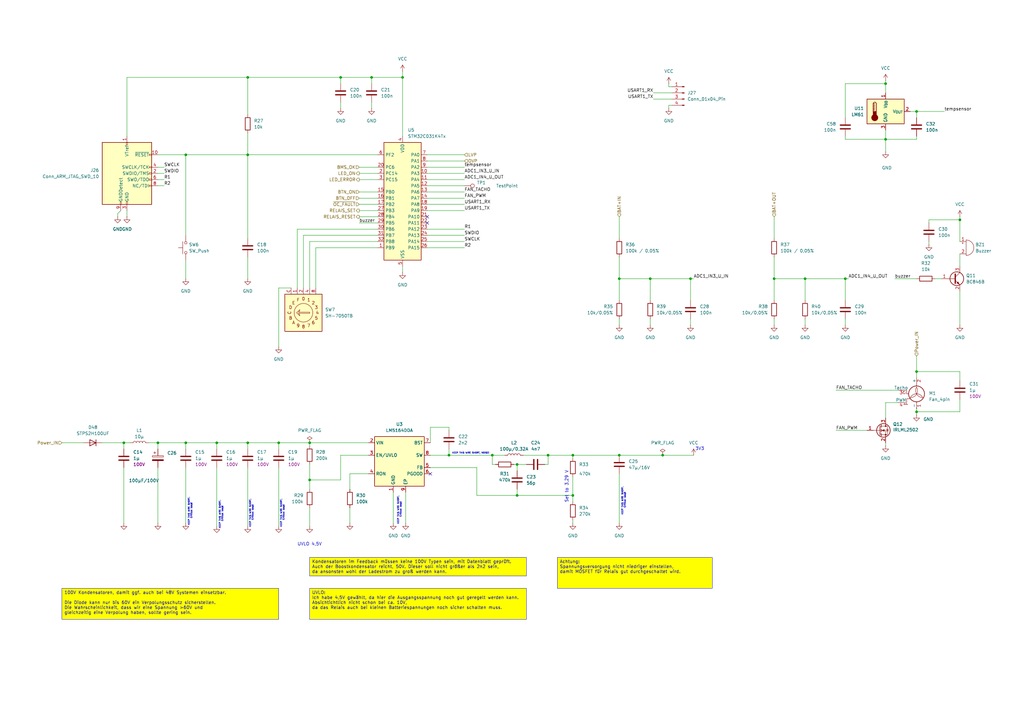
<source format=kicad_sch>
(kicad_sch
	(version 20250114)
	(generator "eeschema")
	(generator_version "9.0")
	(uuid "72baee58-3acb-4381-8344-e659d9461441")
	(paper "A3")
	(lib_symbols
		(symbol "Connector:Conn_01x04_Pin"
			(pin_names
				(offset 1.016)
				(hide yes)
			)
			(exclude_from_sim no)
			(in_bom yes)
			(on_board yes)
			(property "Reference" "J"
				(at 0 5.08 0)
				(effects
					(font
						(size 1.27 1.27)
					)
				)
			)
			(property "Value" "Conn_01x04_Pin"
				(at 0 -7.62 0)
				(effects
					(font
						(size 1.27 1.27)
					)
				)
			)
			(property "Footprint" ""
				(at 0 0 0)
				(effects
					(font
						(size 1.27 1.27)
					)
					(hide yes)
				)
			)
			(property "Datasheet" "~"
				(at 0 0 0)
				(effects
					(font
						(size 1.27 1.27)
					)
					(hide yes)
				)
			)
			(property "Description" "Generic connector, single row, 01x04, script generated"
				(at 0 0 0)
				(effects
					(font
						(size 1.27 1.27)
					)
					(hide yes)
				)
			)
			(property "ki_locked" ""
				(at 0 0 0)
				(effects
					(font
						(size 1.27 1.27)
					)
				)
			)
			(property "ki_keywords" "connector"
				(at 0 0 0)
				(effects
					(font
						(size 1.27 1.27)
					)
					(hide yes)
				)
			)
			(property "ki_fp_filters" "Connector*:*_1x??_*"
				(at 0 0 0)
				(effects
					(font
						(size 1.27 1.27)
					)
					(hide yes)
				)
			)
			(symbol "Conn_01x04_Pin_1_1"
				(rectangle
					(start 0.8636 2.667)
					(end 0 2.413)
					(stroke
						(width 0.1524)
						(type default)
					)
					(fill
						(type outline)
					)
				)
				(rectangle
					(start 0.8636 0.127)
					(end 0 -0.127)
					(stroke
						(width 0.1524)
						(type default)
					)
					(fill
						(type outline)
					)
				)
				(rectangle
					(start 0.8636 -2.413)
					(end 0 -2.667)
					(stroke
						(width 0.1524)
						(type default)
					)
					(fill
						(type outline)
					)
				)
				(rectangle
					(start 0.8636 -4.953)
					(end 0 -5.207)
					(stroke
						(width 0.1524)
						(type default)
					)
					(fill
						(type outline)
					)
				)
				(polyline
					(pts
						(xy 1.27 2.54) (xy 0.8636 2.54)
					)
					(stroke
						(width 0.1524)
						(type default)
					)
					(fill
						(type none)
					)
				)
				(polyline
					(pts
						(xy 1.27 0) (xy 0.8636 0)
					)
					(stroke
						(width 0.1524)
						(type default)
					)
					(fill
						(type none)
					)
				)
				(polyline
					(pts
						(xy 1.27 -2.54) (xy 0.8636 -2.54)
					)
					(stroke
						(width 0.1524)
						(type default)
					)
					(fill
						(type none)
					)
				)
				(polyline
					(pts
						(xy 1.27 -5.08) (xy 0.8636 -5.08)
					)
					(stroke
						(width 0.1524)
						(type default)
					)
					(fill
						(type none)
					)
				)
				(pin passive line
					(at 5.08 2.54 180)
					(length 3.81)
					(name "Pin_1"
						(effects
							(font
								(size 1.27 1.27)
							)
						)
					)
					(number "1"
						(effects
							(font
								(size 1.27 1.27)
							)
						)
					)
				)
				(pin passive line
					(at 5.08 0 180)
					(length 3.81)
					(name "Pin_2"
						(effects
							(font
								(size 1.27 1.27)
							)
						)
					)
					(number "2"
						(effects
							(font
								(size 1.27 1.27)
							)
						)
					)
				)
				(pin passive line
					(at 5.08 -2.54 180)
					(length 3.81)
					(name "Pin_3"
						(effects
							(font
								(size 1.27 1.27)
							)
						)
					)
					(number "3"
						(effects
							(font
								(size 1.27 1.27)
							)
						)
					)
				)
				(pin passive line
					(at 5.08 -5.08 180)
					(length 3.81)
					(name "Pin_4"
						(effects
							(font
								(size 1.27 1.27)
							)
						)
					)
					(number "4"
						(effects
							(font
								(size 1.27 1.27)
							)
						)
					)
				)
			)
			(embedded_fonts no)
		)
		(symbol "Connector:Conn_ARM_JTAG_SWD_10"
			(pin_names
				(offset 1.016)
			)
			(exclude_from_sim no)
			(in_bom yes)
			(on_board yes)
			(property "Reference" "J"
				(at -2.54 16.51 0)
				(effects
					(font
						(size 1.27 1.27)
					)
					(justify right)
				)
			)
			(property "Value" "Conn_ARM_JTAG_SWD_10"
				(at -2.54 13.97 0)
				(effects
					(font
						(size 1.27 1.27)
					)
					(justify right bottom)
				)
			)
			(property "Footprint" ""
				(at 0 0 0)
				(effects
					(font
						(size 1.27 1.27)
					)
					(hide yes)
				)
			)
			(property "Datasheet" "http://infocenter.arm.com/help/topic/com.arm.doc.ddi0314h/DDI0314H_coresight_components_trm.pdf"
				(at -8.89 -31.75 90)
				(effects
					(font
						(size 1.27 1.27)
					)
					(hide yes)
				)
			)
			(property "Description" "Cortex Debug Connector, standard ARM Cortex-M SWD and JTAG interface"
				(at 0 0 0)
				(effects
					(font
						(size 1.27 1.27)
					)
					(hide yes)
				)
			)
			(property "ki_keywords" "Cortex Debug Connector ARM SWD JTAG"
				(at 0 0 0)
				(effects
					(font
						(size 1.27 1.27)
					)
					(hide yes)
				)
			)
			(property "ki_fp_filters" "PinHeader?2x05?P1.27mm*"
				(at 0 0 0)
				(effects
					(font
						(size 1.27 1.27)
					)
					(hide yes)
				)
			)
			(symbol "Conn_ARM_JTAG_SWD_10_0_1"
				(rectangle
					(start -10.16 12.7)
					(end 10.16 -12.7)
					(stroke
						(width 0.254)
						(type default)
					)
					(fill
						(type background)
					)
				)
				(rectangle
					(start -2.794 -12.7)
					(end -2.286 -11.684)
					(stroke
						(width 0)
						(type default)
					)
					(fill
						(type none)
					)
				)
				(rectangle
					(start -0.254 12.7)
					(end 0.254 11.684)
					(stroke
						(width 0)
						(type default)
					)
					(fill
						(type none)
					)
				)
				(rectangle
					(start -0.254 -12.7)
					(end 0.254 -11.684)
					(stroke
						(width 0)
						(type default)
					)
					(fill
						(type none)
					)
				)
				(rectangle
					(start 9.144 2.286)
					(end 10.16 2.794)
					(stroke
						(width 0)
						(type default)
					)
					(fill
						(type none)
					)
				)
				(rectangle
					(start 10.16 7.874)
					(end 9.144 7.366)
					(stroke
						(width 0)
						(type default)
					)
					(fill
						(type none)
					)
				)
				(rectangle
					(start 10.16 -0.254)
					(end 9.144 0.254)
					(stroke
						(width 0)
						(type default)
					)
					(fill
						(type none)
					)
				)
				(rectangle
					(start 10.16 -2.794)
					(end 9.144 -2.286)
					(stroke
						(width 0)
						(type default)
					)
					(fill
						(type none)
					)
				)
			)
			(symbol "Conn_ARM_JTAG_SWD_10_1_1"
				(rectangle
					(start 9.144 -5.334)
					(end 10.16 -4.826)
					(stroke
						(width 0)
						(type default)
					)
					(fill
						(type none)
					)
				)
				(pin no_connect line
					(at -10.16 0 0)
					(length 2.54)
					(hide yes)
					(name "KEY"
						(effects
							(font
								(size 1.27 1.27)
							)
						)
					)
					(number "7"
						(effects
							(font
								(size 1.27 1.27)
							)
						)
					)
				)
				(pin passive line
					(at -2.54 -15.24 90)
					(length 2.54)
					(name "GNDDetect"
						(effects
							(font
								(size 1.27 1.27)
							)
						)
					)
					(number "9"
						(effects
							(font
								(size 1.27 1.27)
							)
						)
					)
				)
				(pin power_in line
					(at 0 15.24 270)
					(length 2.54)
					(name "VTref"
						(effects
							(font
								(size 1.27 1.27)
							)
						)
					)
					(number "1"
						(effects
							(font
								(size 1.27 1.27)
							)
						)
					)
				)
				(pin power_in line
					(at 0 -15.24 90)
					(length 2.54)
					(name "GND"
						(effects
							(font
								(size 1.27 1.27)
							)
						)
					)
					(number "3"
						(effects
							(font
								(size 1.27 1.27)
							)
						)
					)
				)
				(pin passive line
					(at 0 -15.24 90)
					(length 2.54)
					(hide yes)
					(name "GND"
						(effects
							(font
								(size 1.27 1.27)
							)
						)
					)
					(number "5"
						(effects
							(font
								(size 1.27 1.27)
							)
						)
					)
				)
				(pin open_collector line
					(at 12.7 7.62 180)
					(length 2.54)
					(name "~{RESET}"
						(effects
							(font
								(size 1.27 1.27)
							)
						)
					)
					(number "10"
						(effects
							(font
								(size 1.27 1.27)
							)
						)
					)
				)
				(pin output line
					(at 12.7 2.54 180)
					(length 2.54)
					(name "SWCLK/TCK"
						(effects
							(font
								(size 1.27 1.27)
							)
						)
					)
					(number "4"
						(effects
							(font
								(size 1.27 1.27)
							)
						)
					)
				)
				(pin bidirectional line
					(at 12.7 0 180)
					(length 2.54)
					(name "SWDIO/TMS"
						(effects
							(font
								(size 1.27 1.27)
							)
						)
					)
					(number "2"
						(effects
							(font
								(size 1.27 1.27)
							)
						)
					)
				)
				(pin input line
					(at 12.7 -2.54 180)
					(length 2.54)
					(name "SWO/TDO"
						(effects
							(font
								(size 1.27 1.27)
							)
						)
					)
					(number "6"
						(effects
							(font
								(size 1.27 1.27)
							)
						)
					)
				)
				(pin output line
					(at 12.7 -5.08 180)
					(length 2.54)
					(name "NC/TDI"
						(effects
							(font
								(size 1.27 1.27)
							)
						)
					)
					(number "8"
						(effects
							(font
								(size 1.27 1.27)
							)
						)
					)
				)
			)
			(embedded_fonts no)
		)
		(symbol "Connector:TestPoint"
			(pin_numbers
				(hide yes)
			)
			(pin_names
				(offset 0.762)
				(hide yes)
			)
			(exclude_from_sim no)
			(in_bom yes)
			(on_board yes)
			(property "Reference" "TP"
				(at 0 6.858 0)
				(effects
					(font
						(size 1.27 1.27)
					)
				)
			)
			(property "Value" "TestPoint"
				(at 0 5.08 0)
				(effects
					(font
						(size 1.27 1.27)
					)
				)
			)
			(property "Footprint" ""
				(at 5.08 0 0)
				(effects
					(font
						(size 1.27 1.27)
					)
					(hide yes)
				)
			)
			(property "Datasheet" "~"
				(at 5.08 0 0)
				(effects
					(font
						(size 1.27 1.27)
					)
					(hide yes)
				)
			)
			(property "Description" "test point"
				(at 0 0 0)
				(effects
					(font
						(size 1.27 1.27)
					)
					(hide yes)
				)
			)
			(property "ki_keywords" "test point tp"
				(at 0 0 0)
				(effects
					(font
						(size 1.27 1.27)
					)
					(hide yes)
				)
			)
			(property "ki_fp_filters" "Pin* Test*"
				(at 0 0 0)
				(effects
					(font
						(size 1.27 1.27)
					)
					(hide yes)
				)
			)
			(symbol "TestPoint_0_1"
				(circle
					(center 0 3.302)
					(radius 0.762)
					(stroke
						(width 0)
						(type default)
					)
					(fill
						(type none)
					)
				)
			)
			(symbol "TestPoint_1_1"
				(pin passive line
					(at 0 0 90)
					(length 2.54)
					(name "1"
						(effects
							(font
								(size 1.27 1.27)
							)
						)
					)
					(number "1"
						(effects
							(font
								(size 1.27 1.27)
							)
						)
					)
				)
			)
			(embedded_fonts no)
		)
		(symbol "Device:Buzzer"
			(pin_names
				(offset 0.0254)
				(hide yes)
			)
			(exclude_from_sim no)
			(in_bom yes)
			(on_board yes)
			(property "Reference" "BZ"
				(at 3.81 1.27 0)
				(effects
					(font
						(size 1.27 1.27)
					)
					(justify left)
				)
			)
			(property "Value" "Buzzer"
				(at 3.81 -1.27 0)
				(effects
					(font
						(size 1.27 1.27)
					)
					(justify left)
				)
			)
			(property "Footprint" ""
				(at -0.635 2.54 90)
				(effects
					(font
						(size 1.27 1.27)
					)
					(hide yes)
				)
			)
			(property "Datasheet" "~"
				(at -0.635 2.54 90)
				(effects
					(font
						(size 1.27 1.27)
					)
					(hide yes)
				)
			)
			(property "Description" "Buzzer, polarized"
				(at 0 0 0)
				(effects
					(font
						(size 1.27 1.27)
					)
					(hide yes)
				)
			)
			(property "ki_keywords" "quartz resonator ceramic"
				(at 0 0 0)
				(effects
					(font
						(size 1.27 1.27)
					)
					(hide yes)
				)
			)
			(property "ki_fp_filters" "*Buzzer*"
				(at 0 0 0)
				(effects
					(font
						(size 1.27 1.27)
					)
					(hide yes)
				)
			)
			(symbol "Buzzer_0_1"
				(polyline
					(pts
						(xy -1.651 1.905) (xy -1.143 1.905)
					)
					(stroke
						(width 0)
						(type default)
					)
					(fill
						(type none)
					)
				)
				(polyline
					(pts
						(xy -1.397 2.159) (xy -1.397 1.651)
					)
					(stroke
						(width 0)
						(type default)
					)
					(fill
						(type none)
					)
				)
				(arc
					(start 0 3.175)
					(mid 3.1612 0)
					(end 0 -3.175)
					(stroke
						(width 0)
						(type default)
					)
					(fill
						(type none)
					)
				)
				(polyline
					(pts
						(xy 0 3.175) (xy 0 -3.175)
					)
					(stroke
						(width 0)
						(type default)
					)
					(fill
						(type none)
					)
				)
			)
			(symbol "Buzzer_1_1"
				(pin passive line
					(at -2.54 2.54 0)
					(length 2.54)
					(name "+"
						(effects
							(font
								(size 1.27 1.27)
							)
						)
					)
					(number "1"
						(effects
							(font
								(size 1.27 1.27)
							)
						)
					)
				)
				(pin passive line
					(at -2.54 -2.54 0)
					(length 2.54)
					(name "-"
						(effects
							(font
								(size 1.27 1.27)
							)
						)
					)
					(number "2"
						(effects
							(font
								(size 1.27 1.27)
							)
						)
					)
				)
			)
			(embedded_fonts no)
		)
		(symbol "Device:C"
			(pin_numbers
				(hide yes)
			)
			(pin_names
				(offset 0.254)
			)
			(exclude_from_sim no)
			(in_bom yes)
			(on_board yes)
			(property "Reference" "C"
				(at 0.635 2.54 0)
				(effects
					(font
						(size 1.27 1.27)
					)
					(justify left)
				)
			)
			(property "Value" "C"
				(at 0.635 -2.54 0)
				(effects
					(font
						(size 1.27 1.27)
					)
					(justify left)
				)
			)
			(property "Footprint" ""
				(at 0.9652 -3.81 0)
				(effects
					(font
						(size 1.27 1.27)
					)
					(hide yes)
				)
			)
			(property "Datasheet" "~"
				(at 0 0 0)
				(effects
					(font
						(size 1.27 1.27)
					)
					(hide yes)
				)
			)
			(property "Description" "Unpolarized capacitor"
				(at 0 0 0)
				(effects
					(font
						(size 1.27 1.27)
					)
					(hide yes)
				)
			)
			(property "ki_keywords" "cap capacitor"
				(at 0 0 0)
				(effects
					(font
						(size 1.27 1.27)
					)
					(hide yes)
				)
			)
			(property "ki_fp_filters" "C_*"
				(at 0 0 0)
				(effects
					(font
						(size 1.27 1.27)
					)
					(hide yes)
				)
			)
			(symbol "C_0_1"
				(polyline
					(pts
						(xy -2.032 0.762) (xy 2.032 0.762)
					)
					(stroke
						(width 0.508)
						(type default)
					)
					(fill
						(type none)
					)
				)
				(polyline
					(pts
						(xy -2.032 -0.762) (xy 2.032 -0.762)
					)
					(stroke
						(width 0.508)
						(type default)
					)
					(fill
						(type none)
					)
				)
			)
			(symbol "C_1_1"
				(pin passive line
					(at 0 3.81 270)
					(length 2.794)
					(name "~"
						(effects
							(font
								(size 1.27 1.27)
							)
						)
					)
					(number "1"
						(effects
							(font
								(size 1.27 1.27)
							)
						)
					)
				)
				(pin passive line
					(at 0 -3.81 90)
					(length 2.794)
					(name "~"
						(effects
							(font
								(size 1.27 1.27)
							)
						)
					)
					(number "2"
						(effects
							(font
								(size 1.27 1.27)
							)
						)
					)
				)
			)
			(embedded_fonts no)
		)
		(symbol "Device:C_Polarized"
			(pin_numbers
				(hide yes)
			)
			(pin_names
				(offset 0.254)
			)
			(exclude_from_sim no)
			(in_bom yes)
			(on_board yes)
			(property "Reference" "C"
				(at 0.635 2.54 0)
				(effects
					(font
						(size 1.27 1.27)
					)
					(justify left)
				)
			)
			(property "Value" "C_Polarized"
				(at 0.635 -2.54 0)
				(effects
					(font
						(size 1.27 1.27)
					)
					(justify left)
				)
			)
			(property "Footprint" ""
				(at 0.9652 -3.81 0)
				(effects
					(font
						(size 1.27 1.27)
					)
					(hide yes)
				)
			)
			(property "Datasheet" "~"
				(at 0 0 0)
				(effects
					(font
						(size 1.27 1.27)
					)
					(hide yes)
				)
			)
			(property "Description" "Polarized capacitor"
				(at 0 0 0)
				(effects
					(font
						(size 1.27 1.27)
					)
					(hide yes)
				)
			)
			(property "ki_keywords" "cap capacitor"
				(at 0 0 0)
				(effects
					(font
						(size 1.27 1.27)
					)
					(hide yes)
				)
			)
			(property "ki_fp_filters" "CP_*"
				(at 0 0 0)
				(effects
					(font
						(size 1.27 1.27)
					)
					(hide yes)
				)
			)
			(symbol "C_Polarized_0_1"
				(rectangle
					(start -2.286 0.508)
					(end 2.286 1.016)
					(stroke
						(width 0)
						(type default)
					)
					(fill
						(type none)
					)
				)
				(polyline
					(pts
						(xy -1.778 2.286) (xy -0.762 2.286)
					)
					(stroke
						(width 0)
						(type default)
					)
					(fill
						(type none)
					)
				)
				(polyline
					(pts
						(xy -1.27 2.794) (xy -1.27 1.778)
					)
					(stroke
						(width 0)
						(type default)
					)
					(fill
						(type none)
					)
				)
				(rectangle
					(start 2.286 -0.508)
					(end -2.286 -1.016)
					(stroke
						(width 0)
						(type default)
					)
					(fill
						(type outline)
					)
				)
			)
			(symbol "C_Polarized_1_1"
				(pin passive line
					(at 0 3.81 270)
					(length 2.794)
					(name "~"
						(effects
							(font
								(size 1.27 1.27)
							)
						)
					)
					(number "1"
						(effects
							(font
								(size 1.27 1.27)
							)
						)
					)
				)
				(pin passive line
					(at 0 -3.81 90)
					(length 2.794)
					(name "~"
						(effects
							(font
								(size 1.27 1.27)
							)
						)
					)
					(number "2"
						(effects
							(font
								(size 1.27 1.27)
							)
						)
					)
				)
			)
			(embedded_fonts no)
		)
		(symbol "Device:D"
			(pin_numbers
				(hide yes)
			)
			(pin_names
				(offset 1.016)
				(hide yes)
			)
			(exclude_from_sim no)
			(in_bom yes)
			(on_board yes)
			(property "Reference" "D"
				(at 0 2.54 0)
				(effects
					(font
						(size 1.27 1.27)
					)
				)
			)
			(property "Value" "D"
				(at 0 -2.54 0)
				(effects
					(font
						(size 1.27 1.27)
					)
				)
			)
			(property "Footprint" ""
				(at 0 0 0)
				(effects
					(font
						(size 1.27 1.27)
					)
					(hide yes)
				)
			)
			(property "Datasheet" "~"
				(at 0 0 0)
				(effects
					(font
						(size 1.27 1.27)
					)
					(hide yes)
				)
			)
			(property "Description" "Diode"
				(at 0 0 0)
				(effects
					(font
						(size 1.27 1.27)
					)
					(hide yes)
				)
			)
			(property "Sim.Device" "D"
				(at 0 0 0)
				(effects
					(font
						(size 1.27 1.27)
					)
					(hide yes)
				)
			)
			(property "Sim.Pins" "1=K 2=A"
				(at 0 0 0)
				(effects
					(font
						(size 1.27 1.27)
					)
					(hide yes)
				)
			)
			(property "ki_keywords" "diode"
				(at 0 0 0)
				(effects
					(font
						(size 1.27 1.27)
					)
					(hide yes)
				)
			)
			(property "ki_fp_filters" "TO-???* *_Diode_* *SingleDiode* D_*"
				(at 0 0 0)
				(effects
					(font
						(size 1.27 1.27)
					)
					(hide yes)
				)
			)
			(symbol "D_0_1"
				(polyline
					(pts
						(xy -1.27 1.27) (xy -1.27 -1.27)
					)
					(stroke
						(width 0.254)
						(type default)
					)
					(fill
						(type none)
					)
				)
				(polyline
					(pts
						(xy 1.27 1.27) (xy 1.27 -1.27) (xy -1.27 0) (xy 1.27 1.27)
					)
					(stroke
						(width 0.254)
						(type default)
					)
					(fill
						(type none)
					)
				)
				(polyline
					(pts
						(xy 1.27 0) (xy -1.27 0)
					)
					(stroke
						(width 0)
						(type default)
					)
					(fill
						(type none)
					)
				)
			)
			(symbol "D_1_1"
				(pin passive line
					(at -3.81 0 0)
					(length 2.54)
					(name "K"
						(effects
							(font
								(size 1.27 1.27)
							)
						)
					)
					(number "1"
						(effects
							(font
								(size 1.27 1.27)
							)
						)
					)
				)
				(pin passive line
					(at 3.81 0 180)
					(length 2.54)
					(name "A"
						(effects
							(font
								(size 1.27 1.27)
							)
						)
					)
					(number "2"
						(effects
							(font
								(size 1.27 1.27)
							)
						)
					)
				)
			)
			(embedded_fonts no)
		)
		(symbol "Device:L"
			(pin_numbers
				(hide yes)
			)
			(pin_names
				(offset 1.016)
				(hide yes)
			)
			(exclude_from_sim no)
			(in_bom yes)
			(on_board yes)
			(property "Reference" "L"
				(at -1.27 0 90)
				(effects
					(font
						(size 1.27 1.27)
					)
				)
			)
			(property "Value" "L"
				(at 1.905 0 90)
				(effects
					(font
						(size 1.27 1.27)
					)
				)
			)
			(property "Footprint" ""
				(at 0 0 0)
				(effects
					(font
						(size 1.27 1.27)
					)
					(hide yes)
				)
			)
			(property "Datasheet" "~"
				(at 0 0 0)
				(effects
					(font
						(size 1.27 1.27)
					)
					(hide yes)
				)
			)
			(property "Description" "Inductor"
				(at 0 0 0)
				(effects
					(font
						(size 1.27 1.27)
					)
					(hide yes)
				)
			)
			(property "ki_keywords" "inductor choke coil reactor magnetic"
				(at 0 0 0)
				(effects
					(font
						(size 1.27 1.27)
					)
					(hide yes)
				)
			)
			(property "ki_fp_filters" "Choke_* *Coil* Inductor_* L_*"
				(at 0 0 0)
				(effects
					(font
						(size 1.27 1.27)
					)
					(hide yes)
				)
			)
			(symbol "L_0_1"
				(arc
					(start 0 2.54)
					(mid 0.6323 1.905)
					(end 0 1.27)
					(stroke
						(width 0)
						(type default)
					)
					(fill
						(type none)
					)
				)
				(arc
					(start 0 1.27)
					(mid 0.6323 0.635)
					(end 0 0)
					(stroke
						(width 0)
						(type default)
					)
					(fill
						(type none)
					)
				)
				(arc
					(start 0 0)
					(mid 0.6323 -0.635)
					(end 0 -1.27)
					(stroke
						(width 0)
						(type default)
					)
					(fill
						(type none)
					)
				)
				(arc
					(start 0 -1.27)
					(mid 0.6323 -1.905)
					(end 0 -2.54)
					(stroke
						(width 0)
						(type default)
					)
					(fill
						(type none)
					)
				)
			)
			(symbol "L_1_1"
				(pin passive line
					(at 0 3.81 270)
					(length 1.27)
					(name "1"
						(effects
							(font
								(size 1.27 1.27)
							)
						)
					)
					(number "1"
						(effects
							(font
								(size 1.27 1.27)
							)
						)
					)
				)
				(pin passive line
					(at 0 -3.81 90)
					(length 1.27)
					(name "2"
						(effects
							(font
								(size 1.27 1.27)
							)
						)
					)
					(number "2"
						(effects
							(font
								(size 1.27 1.27)
							)
						)
					)
				)
			)
			(embedded_fonts no)
		)
		(symbol "Device:R"
			(pin_numbers
				(hide yes)
			)
			(pin_names
				(offset 0)
			)
			(exclude_from_sim no)
			(in_bom yes)
			(on_board yes)
			(property "Reference" "R"
				(at 2.032 0 90)
				(effects
					(font
						(size 1.27 1.27)
					)
				)
			)
			(property "Value" "R"
				(at 0 0 90)
				(effects
					(font
						(size 1.27 1.27)
					)
				)
			)
			(property "Footprint" ""
				(at -1.778 0 90)
				(effects
					(font
						(size 1.27 1.27)
					)
					(hide yes)
				)
			)
			(property "Datasheet" "~"
				(at 0 0 0)
				(effects
					(font
						(size 1.27 1.27)
					)
					(hide yes)
				)
			)
			(property "Description" "Resistor"
				(at 0 0 0)
				(effects
					(font
						(size 1.27 1.27)
					)
					(hide yes)
				)
			)
			(property "ki_keywords" "R res resistor"
				(at 0 0 0)
				(effects
					(font
						(size 1.27 1.27)
					)
					(hide yes)
				)
			)
			(property "ki_fp_filters" "R_*"
				(at 0 0 0)
				(effects
					(font
						(size 1.27 1.27)
					)
					(hide yes)
				)
			)
			(symbol "R_0_1"
				(rectangle
					(start -1.016 -2.54)
					(end 1.016 2.54)
					(stroke
						(width 0.254)
						(type default)
					)
					(fill
						(type none)
					)
				)
			)
			(symbol "R_1_1"
				(pin passive line
					(at 0 3.81 270)
					(length 1.27)
					(name "~"
						(effects
							(font
								(size 1.27 1.27)
							)
						)
					)
					(number "1"
						(effects
							(font
								(size 1.27 1.27)
							)
						)
					)
				)
				(pin passive line
					(at 0 -3.81 90)
					(length 1.27)
					(name "~"
						(effects
							(font
								(size 1.27 1.27)
							)
						)
					)
					(number "2"
						(effects
							(font
								(size 1.27 1.27)
							)
						)
					)
				)
			)
			(embedded_fonts no)
		)
		(symbol "MCU_ST_STM32C0:STM32C031K4Tx"
			(exclude_from_sim no)
			(in_bom yes)
			(on_board yes)
			(property "Reference" "U"
				(at -7.62 26.67 0)
				(effects
					(font
						(size 1.27 1.27)
					)
					(justify left)
				)
			)
			(property "Value" "STM32C031K4Tx"
				(at 2.54 26.67 0)
				(effects
					(font
						(size 1.27 1.27)
					)
					(justify left)
				)
			)
			(property "Footprint" "Package_QFP:LQFP-32_7x7mm_P0.8mm"
				(at -7.62 -22.86 0)
				(effects
					(font
						(size 1.27 1.27)
					)
					(justify right)
					(hide yes)
				)
			)
			(property "Datasheet" "https://www.st.com/resource/en/datasheet/stm32c031k4.pdf"
				(at 0 0 0)
				(effects
					(font
						(size 1.27 1.27)
					)
					(hide yes)
				)
			)
			(property "Description" "STMicroelectronics Arm Cortex-M0+ MCU, 16KB flash, 12KB RAM, 48 MHz, 2.0-3.6V, 30 GPIO, LQFP32"
				(at 0 0 0)
				(effects
					(font
						(size 1.27 1.27)
					)
					(hide yes)
				)
			)
			(property "ki_keywords" "Arm Cortex-M0+ STM32C0 STM32C0x1"
				(at 0 0 0)
				(effects
					(font
						(size 1.27 1.27)
					)
					(hide yes)
				)
			)
			(property "ki_fp_filters" "LQFP*7x7mm*P0.8mm*"
				(at 0 0 0)
				(effects
					(font
						(size 1.27 1.27)
					)
					(hide yes)
				)
			)
			(symbol "STM32C031K4Tx_0_1"
				(rectangle
					(start -7.62 -22.86)
					(end 7.62 25.4)
					(stroke
						(width 0.254)
						(type default)
					)
					(fill
						(type background)
					)
				)
			)
			(symbol "STM32C031K4Tx_1_1"
				(pin bidirectional line
					(at -10.16 20.32 0)
					(length 2.54)
					(name "PF2"
						(effects
							(font
								(size 1.27 1.27)
							)
						)
					)
					(number "6"
						(effects
							(font
								(size 1.27 1.27)
							)
						)
					)
					(alternate "RCC_MCO" bidirectional line)
					(alternate "TIM1_CH4" bidirectional line)
				)
				(pin bidirectional line
					(at -10.16 15.24 0)
					(length 2.54)
					(name "PC6"
						(effects
							(font
								(size 1.27 1.27)
							)
						)
					)
					(number "20"
						(effects
							(font
								(size 1.27 1.27)
							)
						)
					)
					(alternate "TIM3_CH1" bidirectional line)
				)
				(pin bidirectional line
					(at -10.16 12.7 0)
					(length 2.54)
					(name "PC14"
						(effects
							(font
								(size 1.27 1.27)
							)
						)
					)
					(number "2"
						(effects
							(font
								(size 1.27 1.27)
							)
						)
					)
					(alternate "I2C1_SDA" bidirectional line)
					(alternate "IR_OUT" bidirectional line)
					(alternate "RCC_OSCX_IN" bidirectional line)
					(alternate "TIM17_CH1" bidirectional line)
					(alternate "TIM1_BKIN2" bidirectional line)
					(alternate "TIM1_ETR" bidirectional line)
					(alternate "TIM3_CH2" bidirectional line)
					(alternate "USART1_TX" bidirectional line)
					(alternate "USART2_CK" bidirectional line)
					(alternate "USART2_DE" bidirectional line)
					(alternate "USART2_RTS" bidirectional line)
				)
				(pin bidirectional line
					(at -10.16 10.16 0)
					(length 2.54)
					(name "PC15"
						(effects
							(font
								(size 1.27 1.27)
							)
						)
					)
					(number "3"
						(effects
							(font
								(size 1.27 1.27)
							)
						)
					)
					(alternate "RCC_OSC32_EN" bidirectional line)
					(alternate "RCC_OSCX_OUT" bidirectional line)
					(alternate "RCC_OSC_EN" bidirectional line)
					(alternate "TIM1_ETR" bidirectional line)
					(alternate "TIM3_CH3" bidirectional line)
				)
				(pin bidirectional line
					(at -10.16 5.08 0)
					(length 2.54)
					(name "PB0"
						(effects
							(font
								(size 1.27 1.27)
							)
						)
					)
					(number "15"
						(effects
							(font
								(size 1.27 1.27)
							)
						)
					)
					(alternate "ADC1_IN17" bidirectional line)
					(alternate "I2S1_WS" bidirectional line)
					(alternate "SPI1_NSS" bidirectional line)
					(alternate "TIM1_CH2N" bidirectional line)
					(alternate "TIM3_CH3" bidirectional line)
				)
				(pin bidirectional line
					(at -10.16 2.54 0)
					(length 2.54)
					(name "PB1"
						(effects
							(font
								(size 1.27 1.27)
							)
						)
					)
					(number "16"
						(effects
							(font
								(size 1.27 1.27)
							)
						)
					)
					(alternate "ADC1_IN18" bidirectional line)
					(alternate "TIM14_CH1" bidirectional line)
					(alternate "TIM1_CH2N" bidirectional line)
					(alternate "TIM1_CH3N" bidirectional line)
					(alternate "TIM3_CH4" bidirectional line)
				)
				(pin bidirectional line
					(at -10.16 0 0)
					(length 2.54)
					(name "PB2"
						(effects
							(font
								(size 1.27 1.27)
							)
						)
					)
					(number "17"
						(effects
							(font
								(size 1.27 1.27)
							)
						)
					)
					(alternate "ADC1_IN19" bidirectional line)
					(alternate "RCC_MCO_2" bidirectional line)
					(alternate "USART1_RX" bidirectional line)
				)
				(pin bidirectional line
					(at -10.16 -2.54 0)
					(length 2.54)
					(name "PB3"
						(effects
							(font
								(size 1.27 1.27)
							)
						)
					)
					(number "27"
						(effects
							(font
								(size 1.27 1.27)
							)
						)
					)
					(alternate "I2S1_CK" bidirectional line)
					(alternate "SPI1_SCK" bidirectional line)
					(alternate "TIM1_CH2" bidirectional line)
					(alternate "TIM3_CH2" bidirectional line)
					(alternate "USART1_CK" bidirectional line)
					(alternate "USART1_DE" bidirectional line)
					(alternate "USART1_RTS" bidirectional line)
				)
				(pin bidirectional line
					(at -10.16 -5.08 0)
					(length 2.54)
					(name "PB4"
						(effects
							(font
								(size 1.27 1.27)
							)
						)
					)
					(number "28"
						(effects
							(font
								(size 1.27 1.27)
							)
						)
					)
					(alternate "I2S1_MCK" bidirectional line)
					(alternate "SPI1_MISO" bidirectional line)
					(alternate "TIM17_BKIN" bidirectional line)
					(alternate "TIM3_CH1" bidirectional line)
					(alternate "USART1_CTS" bidirectional line)
					(alternate "USART1_NSS" bidirectional line)
				)
				(pin bidirectional line
					(at -10.16 -7.62 0)
					(length 2.54)
					(name "PB5"
						(effects
							(font
								(size 1.27 1.27)
							)
						)
					)
					(number "29"
						(effects
							(font
								(size 1.27 1.27)
							)
						)
					)
					(alternate "I2C1_SMBA" bidirectional line)
					(alternate "I2S1_SD" bidirectional line)
					(alternate "PWR_WKUP6" bidirectional line)
					(alternate "SPI1_MOSI" bidirectional line)
					(alternate "TIM16_BKIN" bidirectional line)
					(alternate "TIM3_CH2" bidirectional line)
					(alternate "TIM3_CH3" bidirectional line)
				)
				(pin bidirectional line
					(at -10.16 -10.16 0)
					(length 2.54)
					(name "PB6"
						(effects
							(font
								(size 1.27 1.27)
							)
						)
					)
					(number "30"
						(effects
							(font
								(size 1.27 1.27)
							)
						)
					)
					(alternate "I2C1_SCL" bidirectional line)
					(alternate "I2C1_SMBA" bidirectional line)
					(alternate "I2S1_CK" bidirectional line)
					(alternate "I2S1_MCK" bidirectional line)
					(alternate "I2S1_SD" bidirectional line)
					(alternate "PWR_WKUP3" bidirectional line)
					(alternate "SPI1_MISO" bidirectional line)
					(alternate "SPI1_MOSI" bidirectional line)
					(alternate "SPI1_SCK" bidirectional line)
					(alternate "TIM16_BKIN" bidirectional line)
					(alternate "TIM16_CH1N" bidirectional line)
					(alternate "TIM17_BKIN" bidirectional line)
					(alternate "TIM1_CH2" bidirectional line)
					(alternate "TIM1_CH3" bidirectional line)
					(alternate "TIM3_CH1" bidirectional line)
					(alternate "TIM3_CH2" bidirectional line)
					(alternate "TIM3_CH3" bidirectional line)
					(alternate "USART1_CK" bidirectional line)
					(alternate "USART1_CTS" bidirectional line)
					(alternate "USART1_DE" bidirectional line)
					(alternate "USART1_NSS" bidirectional line)
					(alternate "USART1_RTS" bidirectional line)
					(alternate "USART1_TX" bidirectional line)
				)
				(pin bidirectional line
					(at -10.16 -12.7 0)
					(length 2.54)
					(name "PB7"
						(effects
							(font
								(size 1.27 1.27)
							)
						)
					)
					(number "31"
						(effects
							(font
								(size 1.27 1.27)
							)
						)
					)
					(alternate "I2C1_SCL" bidirectional line)
					(alternate "I2C1_SDA" bidirectional line)
					(alternate "RTC_REFIN" bidirectional line)
					(alternate "TIM16_CH1" bidirectional line)
					(alternate "TIM17_CH1N" bidirectional line)
					(alternate "TIM1_CH4" bidirectional line)
					(alternate "TIM3_CH1" bidirectional line)
					(alternate "TIM3_CH4" bidirectional line)
					(alternate "USART1_RX" bidirectional line)
					(alternate "USART2_CTS" bidirectional line)
					(alternate "USART2_NSS" bidirectional line)
				)
				(pin bidirectional line
					(at -10.16 -15.24 0)
					(length 2.54)
					(name "PB8"
						(effects
							(font
								(size 1.27 1.27)
							)
						)
					)
					(number "32"
						(effects
							(font
								(size 1.27 1.27)
							)
						)
					)
					(alternate "I2C1_SCL" bidirectional line)
					(alternate "TIM16_CH1" bidirectional line)
					(alternate "TIM3_CH1" bidirectional line)
					(alternate "USART2_CTS" bidirectional line)
					(alternate "USART2_NSS" bidirectional line)
				)
				(pin bidirectional line
					(at -10.16 -17.78 0)
					(length 2.54)
					(name "PB9"
						(effects
							(font
								(size 1.27 1.27)
							)
						)
					)
					(number "1"
						(effects
							(font
								(size 1.27 1.27)
							)
						)
					)
					(alternate "I2C1_SDA" bidirectional line)
					(alternate "IR_OUT" bidirectional line)
					(alternate "TIM17_CH1" bidirectional line)
					(alternate "TIM3_CH2" bidirectional line)
					(alternate "USART2_CK" bidirectional line)
					(alternate "USART2_DE" bidirectional line)
					(alternate "USART2_RTS" bidirectional line)
				)
				(pin power_in line
					(at 0 27.94 270)
					(length 2.54)
					(name "VDD"
						(effects
							(font
								(size 1.27 1.27)
							)
						)
					)
					(number "4"
						(effects
							(font
								(size 1.27 1.27)
							)
						)
					)
				)
				(pin power_in line
					(at 0 -25.4 90)
					(length 2.54)
					(name "VSS"
						(effects
							(font
								(size 1.27 1.27)
							)
						)
					)
					(number "5"
						(effects
							(font
								(size 1.27 1.27)
							)
						)
					)
				)
				(pin bidirectional line
					(at 10.16 20.32 180)
					(length 2.54)
					(name "PA0"
						(effects
							(font
								(size 1.27 1.27)
							)
						)
					)
					(number "7"
						(effects
							(font
								(size 1.27 1.27)
							)
						)
					)
					(alternate "ADC1_IN0" bidirectional line)
					(alternate "PWR_WKUP1" bidirectional line)
					(alternate "TIM16_CH1" bidirectional line)
					(alternate "TIM1_CH1" bidirectional line)
					(alternate "USART1_TX" bidirectional line)
					(alternate "USART2_CTS" bidirectional line)
					(alternate "USART2_NSS" bidirectional line)
				)
				(pin bidirectional line
					(at 10.16 17.78 180)
					(length 2.54)
					(name "PA1"
						(effects
							(font
								(size 1.27 1.27)
							)
						)
					)
					(number "8"
						(effects
							(font
								(size 1.27 1.27)
							)
						)
					)
					(alternate "ADC1_IN1" bidirectional line)
					(alternate "I2C1_SMBA" bidirectional line)
					(alternate "I2S1_CK" bidirectional line)
					(alternate "SPI1_SCK" bidirectional line)
					(alternate "TIM17_CH1" bidirectional line)
					(alternate "TIM1_CH2" bidirectional line)
					(alternate "USART1_RX" bidirectional line)
					(alternate "USART2_CK" bidirectional line)
					(alternate "USART2_DE" bidirectional line)
					(alternate "USART2_RTS" bidirectional line)
				)
				(pin bidirectional line
					(at 10.16 15.24 180)
					(length 2.54)
					(name "PA2"
						(effects
							(font
								(size 1.27 1.27)
							)
						)
					)
					(number "9"
						(effects
							(font
								(size 1.27 1.27)
							)
						)
					)
					(alternate "ADC1_IN2" bidirectional line)
					(alternate "I2S1_SD" bidirectional line)
					(alternate "PWR_WKUP4" bidirectional line)
					(alternate "RCC_LSCO" bidirectional line)
					(alternate "SPI1_MOSI" bidirectional line)
					(alternate "TIM16_CH1N" bidirectional line)
					(alternate "TIM1_CH3" bidirectional line)
					(alternate "TIM3_ETR" bidirectional line)
					(alternate "USART2_TX" bidirectional line)
				)
				(pin bidirectional line
					(at 10.16 12.7 180)
					(length 2.54)
					(name "PA3"
						(effects
							(font
								(size 1.27 1.27)
							)
						)
					)
					(number "10"
						(effects
							(font
								(size 1.27 1.27)
							)
						)
					)
					(alternate "ADC1_IN3" bidirectional line)
					(alternate "TIM1_CH1N" bidirectional line)
					(alternate "TIM1_CH4" bidirectional line)
					(alternate "USART2_RX" bidirectional line)
				)
				(pin bidirectional line
					(at 10.16 10.16 180)
					(length 2.54)
					(name "PA4"
						(effects
							(font
								(size 1.27 1.27)
							)
						)
					)
					(number "11"
						(effects
							(font
								(size 1.27 1.27)
							)
						)
					)
					(alternate "ADC1_IN4" bidirectional line)
					(alternate "I2S1_WS" bidirectional line)
					(alternate "PWR_WKUP2" bidirectional line)
					(alternate "RTC_OUT1" bidirectional line)
					(alternate "RTC_TS" bidirectional line)
					(alternate "SPI1_NSS" bidirectional line)
					(alternate "TIM14_CH1" bidirectional line)
					(alternate "TIM17_CH1N" bidirectional line)
					(alternate "TIM1_CH2N" bidirectional line)
					(alternate "USART2_TX" bidirectional line)
				)
				(pin bidirectional line
					(at 10.16 7.62 180)
					(length 2.54)
					(name "PA5"
						(effects
							(font
								(size 1.27 1.27)
							)
						)
					)
					(number "12"
						(effects
							(font
								(size 1.27 1.27)
							)
						)
					)
					(alternate "ADC1_IN5" bidirectional line)
					(alternate "I2S1_CK" bidirectional line)
					(alternate "SPI1_SCK" bidirectional line)
					(alternate "TIM1_CH1" bidirectional line)
					(alternate "TIM1_CH3N" bidirectional line)
					(alternate "USART2_RX" bidirectional line)
				)
				(pin bidirectional line
					(at 10.16 5.08 180)
					(length 2.54)
					(name "PA6"
						(effects
							(font
								(size 1.27 1.27)
							)
						)
					)
					(number "13"
						(effects
							(font
								(size 1.27 1.27)
							)
						)
					)
					(alternate "ADC1_IN6" bidirectional line)
					(alternate "I2S1_MCK" bidirectional line)
					(alternate "SPI1_MISO" bidirectional line)
					(alternate "TIM16_CH1" bidirectional line)
					(alternate "TIM1_BKIN" bidirectional line)
					(alternate "TIM3_CH1" bidirectional line)
				)
				(pin bidirectional line
					(at 10.16 2.54 180)
					(length 2.54)
					(name "PA7"
						(effects
							(font
								(size 1.27 1.27)
							)
						)
					)
					(number "14"
						(effects
							(font
								(size 1.27 1.27)
							)
						)
					)
					(alternate "ADC1_IN7" bidirectional line)
					(alternate "I2S1_SD" bidirectional line)
					(alternate "SPI1_MOSI" bidirectional line)
					(alternate "TIM14_CH1" bidirectional line)
					(alternate "TIM17_CH1" bidirectional line)
					(alternate "TIM1_CH1N" bidirectional line)
					(alternate "TIM3_CH2" bidirectional line)
				)
				(pin bidirectional line
					(at 10.16 0 180)
					(length 2.54)
					(name "PA8"
						(effects
							(font
								(size 1.27 1.27)
							)
						)
					)
					(number "18"
						(effects
							(font
								(size 1.27 1.27)
							)
						)
					)
					(alternate "ADC1_IN8" bidirectional line)
					(alternate "I2S1_WS" bidirectional line)
					(alternate "RCC_MCO" bidirectional line)
					(alternate "RCC_MCO_2" bidirectional line)
					(alternate "SPI1_NSS" bidirectional line)
					(alternate "TIM14_CH1" bidirectional line)
					(alternate "TIM1_CH1" bidirectional line)
					(alternate "TIM1_CH2N" bidirectional line)
					(alternate "TIM1_CH3N" bidirectional line)
					(alternate "TIM3_CH3" bidirectional line)
					(alternate "TIM3_CH4" bidirectional line)
					(alternate "USART1_RX" bidirectional line)
					(alternate "USART2_TX" bidirectional line)
				)
				(pin bidirectional line
					(at 10.16 -2.54 180)
					(length 2.54)
					(name "PA9"
						(effects
							(font
								(size 1.27 1.27)
							)
						)
					)
					(number "19"
						(effects
							(font
								(size 1.27 1.27)
							)
						)
					)
					(alternate "I2C1_SCL" bidirectional line)
					(alternate "RCC_MCO" bidirectional line)
					(alternate "TIM1_CH2" bidirectional line)
					(alternate "TIM3_ETR" bidirectional line)
					(alternate "USART1_TX" bidirectional line)
				)
				(pin bidirectional line
					(at 10.16 -5.08 180)
					(length 2.54)
					(name "PA10"
						(effects
							(font
								(size 1.27 1.27)
							)
						)
					)
					(number "21"
						(effects
							(font
								(size 1.27 1.27)
							)
						)
					)
					(alternate "I2C1_SDA" bidirectional line)
					(alternate "RCC_MCO_2" bidirectional line)
					(alternate "TIM17_BKIN" bidirectional line)
					(alternate "TIM1_CH3" bidirectional line)
					(alternate "USART1_RX" bidirectional line)
				)
				(pin bidirectional line
					(at 10.16 -7.62 180)
					(length 2.54)
					(name "PA11"
						(effects
							(font
								(size 1.27 1.27)
							)
						)
					)
					(number "22"
						(effects
							(font
								(size 1.27 1.27)
							)
						)
					)
					(alternate "ADC1_EXTI11" bidirectional line)
					(alternate "ADC1_IN11" bidirectional line)
					(alternate "I2S1_MCK" bidirectional line)
					(alternate "SPI1_MISO" bidirectional line)
					(alternate "TIM1_BKIN2" bidirectional line)
					(alternate "TIM1_CH4" bidirectional line)
					(alternate "USART1_CTS" bidirectional line)
					(alternate "USART1_NSS" bidirectional line)
				)
				(pin bidirectional line
					(at 10.16 -10.16 180)
					(length 2.54)
					(name "PA12"
						(effects
							(font
								(size 1.27 1.27)
							)
						)
					)
					(number "23"
						(effects
							(font
								(size 1.27 1.27)
							)
						)
					)
					(alternate "ADC1_IN12" bidirectional line)
					(alternate "I2S1_SD" bidirectional line)
					(alternate "I2S_CKIN" bidirectional line)
					(alternate "SPI1_MOSI" bidirectional line)
					(alternate "TIM1_ETR" bidirectional line)
					(alternate "USART1_CK" bidirectional line)
					(alternate "USART1_DE" bidirectional line)
					(alternate "USART1_RTS" bidirectional line)
				)
				(pin bidirectional line
					(at 10.16 -12.7 180)
					(length 2.54)
					(name "PA13"
						(effects
							(font
								(size 1.27 1.27)
							)
						)
					)
					(number "24"
						(effects
							(font
								(size 1.27 1.27)
							)
						)
					)
					(alternate "ADC1_IN13" bidirectional line)
					(alternate "DEBUG_SWDIO" bidirectional line)
					(alternate "IR_OUT" bidirectional line)
					(alternate "TIM3_ETR" bidirectional line)
					(alternate "USART2_RX" bidirectional line)
				)
				(pin bidirectional line
					(at 10.16 -15.24 180)
					(length 2.54)
					(name "PA14"
						(effects
							(font
								(size 1.27 1.27)
							)
						)
					)
					(number "25"
						(effects
							(font
								(size 1.27 1.27)
							)
						)
					)
					(alternate "ADC1_IN14" bidirectional line)
					(alternate "DEBUG_SWCLK" bidirectional line)
					(alternate "I2S1_WS" bidirectional line)
					(alternate "RCC_MCO_2" bidirectional line)
					(alternate "SPI1_NSS" bidirectional line)
					(alternate "TIM1_CH1" bidirectional line)
					(alternate "USART1_CK" bidirectional line)
					(alternate "USART1_DE" bidirectional line)
					(alternate "USART1_RTS" bidirectional line)
					(alternate "USART2_RX" bidirectional line)
					(alternate "USART2_TX" bidirectional line)
				)
				(pin bidirectional line
					(at 10.16 -17.78 180)
					(length 2.54)
					(name "PA15"
						(effects
							(font
								(size 1.27 1.27)
							)
						)
					)
					(number "26"
						(effects
							(font
								(size 1.27 1.27)
							)
						)
					)
					(alternate "I2S1_WS" bidirectional line)
					(alternate "RCC_MCO_2" bidirectional line)
					(alternate "SPI1_NSS" bidirectional line)
					(alternate "TIM1_CH1" bidirectional line)
					(alternate "USART1_CK" bidirectional line)
					(alternate "USART1_DE" bidirectional line)
					(alternate "USART1_RTS" bidirectional line)
					(alternate "USART2_RX" bidirectional line)
				)
			)
			(embedded_fonts no)
		)
		(symbol "Motor:Fan_4pin"
			(pin_names
				(offset 0)
			)
			(exclude_from_sim no)
			(in_bom yes)
			(on_board yes)
			(property "Reference" "M"
				(at 2.54 5.08 0)
				(effects
					(font
						(size 1.27 1.27)
					)
					(justify left)
				)
			)
			(property "Value" "Fan_4pin"
				(at 2.54 -2.54 0)
				(effects
					(font
						(size 1.27 1.27)
					)
					(justify left top)
				)
			)
			(property "Footprint" ""
				(at 0 0.254 0)
				(effects
					(font
						(size 1.27 1.27)
					)
					(hide yes)
				)
			)
			(property "Datasheet" "http://www.formfactors.org/developer%5Cspecs%5Crev1_2_public.pdf"
				(at 0 0.254 0)
				(effects
					(font
						(size 1.27 1.27)
					)
					(hide yes)
				)
			)
			(property "Description" "Fan, tacho output, PWM input, 4-pin connector"
				(at 0 0 0)
				(effects
					(font
						(size 1.27 1.27)
					)
					(hide yes)
				)
			)
			(property "ki_keywords" "Fan Motor tacho PWM"
				(at 0 0 0)
				(effects
					(font
						(size 1.27 1.27)
					)
					(hide yes)
				)
			)
			(property "ki_fp_filters" "FanPinHeader*P2.54mm*Vertical* PinHeader*P2.54mm*Vertical* TerminalBlock*"
				(at 0 0 0)
				(effects
					(font
						(size 1.27 1.27)
					)
					(hide yes)
				)
			)
			(symbol "Fan_4pin_0_0"
				(polyline
					(pts
						(xy -5.08 2.032) (xy -5.334 2.159)
					)
					(stroke
						(width 0)
						(type default)
					)
					(fill
						(type none)
					)
				)
				(polyline
					(pts
						(xy -5.08 2.032) (xy -5.207 1.778)
					)
					(stroke
						(width 0)
						(type default)
					)
					(fill
						(type none)
					)
				)
				(arc
					(start -4.572 1.524)
					(mid -5.08 1.0182)
					(end -5.588 1.524)
					(stroke
						(width 0)
						(type default)
					)
					(fill
						(type none)
					)
				)
				(arc
					(start -5.588 1.524)
					(mid -5.4392 1.8832)
					(end -5.08 2.032)
					(stroke
						(width 0)
						(type default)
					)
					(fill
						(type none)
					)
				)
				(polyline
					(pts
						(xy -4.064 2.54) (xy -4.064 1.016) (xy -3.302 1.016)
					)
					(stroke
						(width 0)
						(type default)
					)
					(fill
						(type none)
					)
				)
			)
			(symbol "Fan_4pin_0_1"
				(polyline
					(pts
						(xy -5.334 -3.302) (xy -5.08 -3.302) (xy -5.08 -3.048) (xy -4.826 -3.048) (xy -4.826 -3.302) (xy -4.318 -3.302)
						(xy -4.318 -3.048) (xy -4.064 -3.048) (xy -4.064 -3.302) (xy -3.556 -3.302)
					)
					(stroke
						(width 0)
						(type default)
					)
					(fill
						(type none)
					)
				)
				(polyline
					(pts
						(xy -4.064 2.54) (xy -5.08 2.54)
					)
					(stroke
						(width 0)
						(type default)
					)
					(fill
						(type none)
					)
				)
				(polyline
					(pts
						(xy -2.54 -1.016) (xy -4.064 -1.016) (xy -4.064 -2.54) (xy -5.08 -2.54)
					)
					(stroke
						(width 0)
						(type default)
					)
					(fill
						(type none)
					)
				)
				(arc
					(start 0 3.81)
					(mid -0.0015 0.9048)
					(end -2.54 -0.508)
					(stroke
						(width 0)
						(type default)
					)
					(fill
						(type none)
					)
				)
				(polyline
					(pts
						(xy 0 4.572) (xy 0 5.08)
					)
					(stroke
						(width 0)
						(type default)
					)
					(fill
						(type none)
					)
				)
				(polyline
					(pts
						(xy 0 4.2672) (xy 0 4.6228)
					)
					(stroke
						(width 0)
						(type default)
					)
					(fill
						(type none)
					)
				)
				(circle
					(center 0 1.016)
					(radius 3.2512)
					(stroke
						(width 0.254)
						(type default)
					)
					(fill
						(type none)
					)
				)
				(arc
					(start -2.54 -0.508)
					(mid 0 1.0618)
					(end 2.54 -0.508)
					(stroke
						(width 0)
						(type default)
					)
					(fill
						(type none)
					)
				)
				(polyline
					(pts
						(xy 0 -2.2352) (xy 0 -2.6416)
					)
					(stroke
						(width 0)
						(type default)
					)
					(fill
						(type none)
					)
				)
				(polyline
					(pts
						(xy 0 -5.08) (xy 0 -4.572)
					)
					(stroke
						(width 0)
						(type default)
					)
					(fill
						(type none)
					)
				)
				(arc
					(start 2.54 -0.508)
					(mid 0.047 0.9315)
					(end 0 3.81)
					(stroke
						(width 0)
						(type default)
					)
					(fill
						(type none)
					)
				)
			)
			(symbol "Fan_4pin_1_1"
				(pin passive line
					(at -7.62 2.54 0)
					(length 2.54)
					(name "Tacho"
						(effects
							(font
								(size 1.27 1.27)
							)
						)
					)
					(number "3"
						(effects
							(font
								(size 1.27 1.27)
							)
						)
					)
				)
				(pin input line
					(at -7.62 -2.54 0)
					(length 2.54)
					(name "PWM"
						(effects
							(font
								(size 1.27 1.27)
							)
						)
					)
					(number "4"
						(effects
							(font
								(size 1.27 1.27)
							)
						)
					)
				)
				(pin passive line
					(at 0 7.62 270)
					(length 2.54)
					(name "+"
						(effects
							(font
								(size 1.27 1.27)
							)
						)
					)
					(number "2"
						(effects
							(font
								(size 1.27 1.27)
							)
						)
					)
				)
				(pin passive line
					(at 0 -5.08 90)
					(length 2.54)
					(name "-"
						(effects
							(font
								(size 1.27 1.27)
							)
						)
					)
					(number "1"
						(effects
							(font
								(size 1.27 1.27)
							)
						)
					)
				)
			)
			(embedded_fonts no)
		)
		(symbol "Regulator_Switching:LM5164DDA"
			(exclude_from_sim no)
			(in_bom yes)
			(on_board yes)
			(property "Reference" "U"
				(at -8.89 11.43 0)
				(effects
					(font
						(size 1.27 1.27)
					)
				)
			)
			(property "Value" "LM5164DDA"
				(at 5.08 11.43 0)
				(effects
					(font
						(size 1.27 1.27)
					)
				)
			)
			(property "Footprint" "Package_SO:HSOP-8-1EP_3.9x4.9mm_P1.27mm_EP2.41x3.1mm_ThermalVias"
				(at 1.27 -11.43 0)
				(effects
					(font
						(size 1.27 1.27)
					)
					(hide yes)
				)
			)
			(property "Datasheet" "https://www.ti.com/lit/ds/symlink/lm5164.pdf?ts=1598311864250&ref_url=https%253A%252F%252Fwww.ti.com%252Fproduct%252FLM5164%253FHQS%253DTI-null-null-octopart-df-pf-null-wwe"
				(at -7.62 8.89 0)
				(effects
					(font
						(size 1.27 1.27)
					)
					(hide yes)
				)
			)
			(property "Description" "1A synchronous buck converter with ultra-low IQ, 6V - 100V input, adjustable output voltage, HSOP-8"
				(at 0 0 0)
				(effects
					(font
						(size 1.27 1.27)
					)
					(hide yes)
				)
			)
			(property "ki_keywords" "step-down dc-dc buck regulator adjustable"
				(at 0 0 0)
				(effects
					(font
						(size 1.27 1.27)
					)
					(hide yes)
				)
			)
			(property "ki_fp_filters" "HSOP*1EP*3.9x4.9*P1.27mm*"
				(at 0 0 0)
				(effects
					(font
						(size 1.27 1.27)
					)
					(hide yes)
				)
			)
			(symbol "LM5164DDA_1_1"
				(rectangle
					(start -10.16 10.16)
					(end 10.16 -10.16)
					(stroke
						(width 0.254)
						(type default)
					)
					(fill
						(type background)
					)
				)
				(pin power_in line
					(at -12.7 7.62 0)
					(length 2.54)
					(name "VIN"
						(effects
							(font
								(size 1.27 1.27)
							)
						)
					)
					(number "2"
						(effects
							(font
								(size 1.27 1.27)
							)
						)
					)
				)
				(pin input line
					(at -12.7 2.54 0)
					(length 2.54)
					(name "EN/UVLO"
						(effects
							(font
								(size 1.27 1.27)
							)
						)
					)
					(number "3"
						(effects
							(font
								(size 1.27 1.27)
							)
						)
					)
				)
				(pin passive line
					(at -12.7 -5.08 0)
					(length 2.54)
					(name "RON"
						(effects
							(font
								(size 1.27 1.27)
							)
						)
					)
					(number "4"
						(effects
							(font
								(size 1.27 1.27)
							)
						)
					)
				)
				(pin power_in line
					(at -2.54 -12.7 90)
					(length 2.54)
					(name "GND"
						(effects
							(font
								(size 1.27 1.27)
							)
						)
					)
					(number "1"
						(effects
							(font
								(size 1.27 1.27)
							)
						)
					)
				)
				(pin passive line
					(at 2.54 -12.7 90)
					(length 2.54)
					(name "EP"
						(effects
							(font
								(size 1.27 1.27)
							)
						)
					)
					(number "9"
						(effects
							(font
								(size 1.27 1.27)
							)
						)
					)
				)
				(pin passive line
					(at 12.7 7.62 180)
					(length 2.54)
					(name "BST"
						(effects
							(font
								(size 1.27 1.27)
							)
						)
					)
					(number "7"
						(effects
							(font
								(size 1.27 1.27)
							)
						)
					)
				)
				(pin power_out line
					(at 12.7 2.54 180)
					(length 2.54)
					(name "SW"
						(effects
							(font
								(size 1.27 1.27)
							)
						)
					)
					(number "8"
						(effects
							(font
								(size 1.27 1.27)
							)
						)
					)
				)
				(pin input line
					(at 12.7 -2.54 180)
					(length 2.54)
					(name "FB"
						(effects
							(font
								(size 1.27 1.27)
							)
						)
					)
					(number "5"
						(effects
							(font
								(size 1.27 1.27)
							)
						)
					)
				)
				(pin open_collector line
					(at 12.7 -5.08 180)
					(length 2.54)
					(name "PGOOD"
						(effects
							(font
								(size 1.27 1.27)
							)
						)
					)
					(number "6"
						(effects
							(font
								(size 1.27 1.27)
							)
						)
					)
				)
			)
			(embedded_fonts no)
		)
		(symbol "Sensor_Temperature:MCP9700x-HTT"
			(exclude_from_sim no)
			(in_bom yes)
			(on_board yes)
			(property "Reference" "U"
				(at -6.35 6.35 0)
				(effects
					(font
						(size 1.27 1.27)
					)
				)
			)
			(property "Value" "MCP9700x-HTT"
				(at 1.27 6.35 0)
				(effects
					(font
						(size 1.27 1.27)
					)
					(justify left)
				)
			)
			(property "Footprint" "Package_TO_SOT_SMD:SOT-23"
				(at 0 -10.16 0)
				(effects
					(font
						(size 1.27 1.27)
					)
					(hide yes)
				)
			)
			(property "Datasheet" "http://ww1.microchip.com/downloads/en/devicedoc/20001942g.pdf"
				(at -3.81 6.35 0)
				(effects
					(font
						(size 1.27 1.27)
					)
					(hide yes)
				)
			)
			(property "Description" "Low power, analog thermistor temperature sensor, ±4C accuracy, -40C to +150C, in SOT-23-3"
				(at 0 0 0)
				(effects
					(font
						(size 1.27 1.27)
					)
					(hide yes)
				)
			)
			(property "ki_keywords" "temperature sensor thermistor"
				(at 0 0 0)
				(effects
					(font
						(size 1.27 1.27)
					)
					(hide yes)
				)
			)
			(property "ki_fp_filters" "SOT?23*"
				(at 0 0 0)
				(effects
					(font
						(size 1.27 1.27)
					)
					(hide yes)
				)
			)
			(symbol "MCP9700x-HTT_0_1"
				(rectangle
					(start -7.62 5.08)
					(end 7.62 -5.08)
					(stroke
						(width 0.254)
						(type default)
					)
					(fill
						(type background)
					)
				)
				(polyline
					(pts
						(xy -5.08 3.175) (xy -5.08 0)
					)
					(stroke
						(width 0.254)
						(type default)
					)
					(fill
						(type none)
					)
				)
				(polyline
					(pts
						(xy -5.08 3.175) (xy -4.445 3.175)
					)
					(stroke
						(width 0.254)
						(type default)
					)
					(fill
						(type none)
					)
				)
				(polyline
					(pts
						(xy -5.08 2.54) (xy -4.445 2.54)
					)
					(stroke
						(width 0.254)
						(type default)
					)
					(fill
						(type none)
					)
				)
				(polyline
					(pts
						(xy -5.08 1.905) (xy -4.445 1.905)
					)
					(stroke
						(width 0.254)
						(type default)
					)
					(fill
						(type none)
					)
				)
				(polyline
					(pts
						(xy -5.08 1.27) (xy -4.445 1.27)
					)
					(stroke
						(width 0.254)
						(type default)
					)
					(fill
						(type none)
					)
				)
				(polyline
					(pts
						(xy -5.08 0.635) (xy -4.445 0.635)
					)
					(stroke
						(width 0.254)
						(type default)
					)
					(fill
						(type none)
					)
				)
				(arc
					(start -5.08 3.175)
					(mid -4.445 3.8073)
					(end -3.81 3.175)
					(stroke
						(width 0.254)
						(type default)
					)
					(fill
						(type none)
					)
				)
				(circle
					(center -4.445 -2.54)
					(radius 1.27)
					(stroke
						(width 0.254)
						(type default)
					)
					(fill
						(type outline)
					)
				)
				(polyline
					(pts
						(xy -3.81 3.175) (xy -3.81 0)
					)
					(stroke
						(width 0.254)
						(type default)
					)
					(fill
						(type none)
					)
				)
				(rectangle
					(start -3.81 -1.905)
					(end -5.08 0)
					(stroke
						(width 0.254)
						(type default)
					)
					(fill
						(type outline)
					)
				)
			)
			(symbol "MCP9700x-HTT_1_1"
				(pin power_in line
					(at 0 7.62 270)
					(length 2.54)
					(name "V_{DD}"
						(effects
							(font
								(size 1.27 1.27)
							)
						)
					)
					(number "1"
						(effects
							(font
								(size 1.27 1.27)
							)
						)
					)
				)
				(pin power_in line
					(at 0 -7.62 90)
					(length 2.54)
					(name "GND"
						(effects
							(font
								(size 1.27 1.27)
							)
						)
					)
					(number "3"
						(effects
							(font
								(size 1.27 1.27)
							)
						)
					)
				)
				(pin output line
					(at 10.16 0 180)
					(length 2.54)
					(name "V_{OUT}"
						(effects
							(font
								(size 1.27 1.27)
							)
						)
					)
					(number "2"
						(effects
							(font
								(size 1.27 1.27)
							)
						)
					)
				)
			)
			(embedded_fonts no)
		)
		(symbol "Switch:SW_Coded_SH-7050"
			(pin_names
				(hide yes)
			)
			(exclude_from_sim no)
			(in_bom yes)
			(on_board yes)
			(property "Reference" "SW"
				(at -7.62 8.89 0)
				(effects
					(font
						(size 1.27 1.27)
					)
					(justify left)
				)
			)
			(property "Value" "SW_Coded_SH-7050"
				(at -7.62 -8.89 0)
				(effects
					(font
						(size 1.27 1.27)
					)
					(justify left)
				)
			)
			(property "Footprint" ""
				(at -7.62 -11.43 0)
				(effects
					(font
						(size 1.27 1.27)
					)
					(justify left)
					(hide yes)
				)
			)
			(property "Datasheet" "https://www.nidec-copal-electronics.com/e/catalog/switch/sh-7000.pdf"
				(at 0 0 0)
				(effects
					(font
						(size 1.27 1.27)
					)
					(hide yes)
				)
			)
			(property "Description" "Rotary switch, 4-bit encoding, 16 positions, Real code"
				(at 0 0 0)
				(effects
					(font
						(size 1.27 1.27)
					)
					(hide yes)
				)
			)
			(property "ki_keywords" "rotary hex Real"
				(at 0 0 0)
				(effects
					(font
						(size 1.27 1.27)
					)
					(hide yes)
				)
			)
			(property "ki_fp_filters" "Nidec*Copal*SH*7010*"
				(at 0 0 0)
				(effects
					(font
						(size 1.27 1.27)
					)
					(hide yes)
				)
			)
			(symbol "SW_Coded_SH-7050_0_0"
				(text "8"
					(at -5.715 0 900)
					(effects
						(font
							(size 1.27 1.27)
						)
					)
				)
				(text "9"
					(at -5.2832 2.1844 675)
					(effects
						(font
							(size 1.27 1.27)
						)
					)
				)
				(text "7"
					(at -5.2832 -2.1844 1125)
					(effects
						(font
							(size 1.27 1.27)
						)
					)
				)
				(text "A"
					(at -4.0386 4.0386 450)
					(effects
						(font
							(size 1.27 1.27)
						)
					)
				)
				(text "6"
					(at -4.0386 -4.0386 1350)
					(effects
						(font
							(size 1.27 1.27)
						)
					)
				)
				(text "B"
					(at -2.1844 5.2832 225)
					(effects
						(font
							(size 1.27 1.27)
						)
					)
				)
				(text "5"
					(at -2.1844 -5.2832 1575)
					(effects
						(font
							(size 1.27 1.27)
						)
					)
				)
				(text "C"
					(at 0 5.715 0)
					(effects
						(font
							(size 1.27 1.27)
						)
					)
				)
				(text "4"
					(at 0 -5.715 1800)
					(effects
						(font
							(size 1.27 1.27)
						)
					)
				)
				(text "D"
					(at 2.1844 5.2832 3375)
					(effects
						(font
							(size 1.27 1.27)
						)
					)
				)
				(text "3"
					(at 2.1844 -5.2832 2025)
					(effects
						(font
							(size 1.27 1.27)
						)
					)
				)
				(text "E"
					(at 4.0386 4.0386 3150)
					(effects
						(font
							(size 1.27 1.27)
						)
					)
				)
				(text "2"
					(at 4.0386 -4.0386 2250)
					(effects
						(font
							(size 1.27 1.27)
						)
					)
				)
				(text "F"
					(at 5.2832 2.1844 2925)
					(effects
						(font
							(size 1.27 1.27)
						)
					)
				)
				(text "1"
					(at 5.2832 -2.1844 2475)
					(effects
						(font
							(size 1.27 1.27)
						)
					)
				)
				(text "0"
					(at 5.715 0 2700)
					(effects
						(font
							(size 1.27 1.27)
						)
					)
				)
			)
			(symbol "SW_Coded_SH-7050_0_1"
				(polyline
					(pts
						(xy -0.254 -2.54) (xy -0.254 2.032) (xy -0.762 1.524) (xy -1.27 1.524) (xy 0 2.794) (xy 1.27 1.524)
						(xy 0.762 1.524) (xy 0.254 2.032) (xy 0.254 -2.54) (xy -0.254 -2.54) (xy -0.254 -2.54)
					)
					(stroke
						(width 0)
						(type default)
					)
					(fill
						(type none)
					)
				)
				(circle
					(center 0 0)
					(radius 3.81)
					(stroke
						(width 0)
						(type default)
					)
					(fill
						(type none)
					)
				)
				(rectangle
					(start 7.62 7.62)
					(end -7.62 -7.62)
					(stroke
						(width 0.254)
						(type default)
					)
					(fill
						(type background)
					)
				)
			)
			(symbol "SW_Coded_SH-7050_1_1"
				(pin passive line
					(at 10.16 5.08 180)
					(length 2.54)
					(name "C"
						(effects
							(font
								(size 1.27 1.27)
							)
						)
					)
					(number "C"
						(effects
							(font
								(size 1.27 1.27)
							)
						)
					)
				)
				(pin passive line
					(at 10.16 2.54 180)
					(length 2.54)
					(name "1"
						(effects
							(font
								(size 1.27 1.27)
							)
						)
					)
					(number "1"
						(effects
							(font
								(size 1.27 1.27)
							)
						)
					)
				)
				(pin passive line
					(at 10.16 0 180)
					(length 2.54)
					(name "2"
						(effects
							(font
								(size 1.27 1.27)
							)
						)
					)
					(number "2"
						(effects
							(font
								(size 1.27 1.27)
							)
						)
					)
				)
				(pin passive line
					(at 10.16 -2.54 180)
					(length 2.54)
					(name "4"
						(effects
							(font
								(size 1.27 1.27)
							)
						)
					)
					(number "4"
						(effects
							(font
								(size 1.27 1.27)
							)
						)
					)
				)
				(pin passive line
					(at 10.16 -5.08 180)
					(length 2.54)
					(name "8"
						(effects
							(font
								(size 1.27 1.27)
							)
						)
					)
					(number "8"
						(effects
							(font
								(size 1.27 1.27)
							)
						)
					)
				)
			)
			(embedded_fonts no)
		)
		(symbol "Switch:SW_Push"
			(pin_numbers
				(hide yes)
			)
			(pin_names
				(offset 1.016)
				(hide yes)
			)
			(exclude_from_sim no)
			(in_bom yes)
			(on_board yes)
			(property "Reference" "SW"
				(at 1.27 2.54 0)
				(effects
					(font
						(size 1.27 1.27)
					)
					(justify left)
				)
			)
			(property "Value" "SW_Push"
				(at 0 -1.524 0)
				(effects
					(font
						(size 1.27 1.27)
					)
				)
			)
			(property "Footprint" ""
				(at 0 5.08 0)
				(effects
					(font
						(size 1.27 1.27)
					)
					(hide yes)
				)
			)
			(property "Datasheet" "~"
				(at 0 5.08 0)
				(effects
					(font
						(size 1.27 1.27)
					)
					(hide yes)
				)
			)
			(property "Description" "Push button switch, generic, two pins"
				(at 0 0 0)
				(effects
					(font
						(size 1.27 1.27)
					)
					(hide yes)
				)
			)
			(property "ki_keywords" "switch normally-open pushbutton push-button"
				(at 0 0 0)
				(effects
					(font
						(size 1.27 1.27)
					)
					(hide yes)
				)
			)
			(symbol "SW_Push_0_1"
				(circle
					(center -2.032 0)
					(radius 0.508)
					(stroke
						(width 0)
						(type default)
					)
					(fill
						(type none)
					)
				)
				(polyline
					(pts
						(xy 0 1.27) (xy 0 3.048)
					)
					(stroke
						(width 0)
						(type default)
					)
					(fill
						(type none)
					)
				)
				(circle
					(center 2.032 0)
					(radius 0.508)
					(stroke
						(width 0)
						(type default)
					)
					(fill
						(type none)
					)
				)
				(polyline
					(pts
						(xy 2.54 1.27) (xy -2.54 1.27)
					)
					(stroke
						(width 0)
						(type default)
					)
					(fill
						(type none)
					)
				)
				(pin passive line
					(at -5.08 0 0)
					(length 2.54)
					(name "1"
						(effects
							(font
								(size 1.27 1.27)
							)
						)
					)
					(number "1"
						(effects
							(font
								(size 1.27 1.27)
							)
						)
					)
				)
				(pin passive line
					(at 5.08 0 180)
					(length 2.54)
					(name "2"
						(effects
							(font
								(size 1.27 1.27)
							)
						)
					)
					(number "2"
						(effects
							(font
								(size 1.27 1.27)
							)
						)
					)
				)
			)
			(embedded_fonts no)
		)
		(symbol "Transistor_BJT:Q_NPN_BEC"
			(pin_names
				(offset 0)
				(hide yes)
			)
			(exclude_from_sim no)
			(in_bom yes)
			(on_board yes)
			(property "Reference" "Q"
				(at 5.08 1.27 0)
				(effects
					(font
						(size 1.27 1.27)
					)
					(justify left)
				)
			)
			(property "Value" "Q_NPN_BEC"
				(at 5.08 -1.27 0)
				(effects
					(font
						(size 1.27 1.27)
					)
					(justify left)
				)
			)
			(property "Footprint" ""
				(at 5.08 2.54 0)
				(effects
					(font
						(size 1.27 1.27)
					)
					(hide yes)
				)
			)
			(property "Datasheet" "~"
				(at 0 0 0)
				(effects
					(font
						(size 1.27 1.27)
					)
					(hide yes)
				)
			)
			(property "Description" "NPN transistor, base/emitter/collector"
				(at 0 0 0)
				(effects
					(font
						(size 1.27 1.27)
					)
					(hide yes)
				)
			)
			(property "ki_keywords" "BJT"
				(at 0 0 0)
				(effects
					(font
						(size 1.27 1.27)
					)
					(hide yes)
				)
			)
			(symbol "Q_NPN_BEC_0_1"
				(polyline
					(pts
						(xy -2.54 0) (xy 0.635 0)
					)
					(stroke
						(width 0)
						(type default)
					)
					(fill
						(type none)
					)
				)
				(polyline
					(pts
						(xy 0.635 1.905) (xy 0.635 -1.905)
					)
					(stroke
						(width 0.508)
						(type default)
					)
					(fill
						(type none)
					)
				)
				(circle
					(center 1.27 0)
					(radius 2.8194)
					(stroke
						(width 0.254)
						(type default)
					)
					(fill
						(type none)
					)
				)
			)
			(symbol "Q_NPN_BEC_1_1"
				(polyline
					(pts
						(xy 0.635 0.635) (xy 2.54 2.54)
					)
					(stroke
						(width 0)
						(type default)
					)
					(fill
						(type none)
					)
				)
				(polyline
					(pts
						(xy 0.635 -0.635) (xy 2.54 -2.54)
					)
					(stroke
						(width 0)
						(type default)
					)
					(fill
						(type none)
					)
				)
				(polyline
					(pts
						(xy 1.27 -1.778) (xy 1.778 -1.27) (xy 2.286 -2.286) (xy 1.27 -1.778)
					)
					(stroke
						(width 0)
						(type default)
					)
					(fill
						(type outline)
					)
				)
				(pin input line
					(at -5.08 0 0)
					(length 2.54)
					(name "B"
						(effects
							(font
								(size 1.27 1.27)
							)
						)
					)
					(number "1"
						(effects
							(font
								(size 1.27 1.27)
							)
						)
					)
				)
				(pin passive line
					(at 2.54 5.08 270)
					(length 2.54)
					(name "C"
						(effects
							(font
								(size 1.27 1.27)
							)
						)
					)
					(number "3"
						(effects
							(font
								(size 1.27 1.27)
							)
						)
					)
				)
				(pin passive line
					(at 2.54 -5.08 90)
					(length 2.54)
					(name "E"
						(effects
							(font
								(size 1.27 1.27)
							)
						)
					)
					(number "2"
						(effects
							(font
								(size 1.27 1.27)
							)
						)
					)
				)
			)
			(embedded_fonts no)
		)
		(symbol "Transistor_FET:IRLML0030"
			(pin_names
				(hide yes)
			)
			(exclude_from_sim no)
			(in_bom yes)
			(on_board yes)
			(property "Reference" "Q"
				(at 5.08 1.905 0)
				(effects
					(font
						(size 1.27 1.27)
					)
					(justify left)
				)
			)
			(property "Value" "IRLML0030"
				(at 5.08 0 0)
				(effects
					(font
						(size 1.27 1.27)
					)
					(justify left)
				)
			)
			(property "Footprint" "Package_TO_SOT_SMD:SOT-23"
				(at 5.08 -1.905 0)
				(effects
					(font
						(size 1.27 1.27)
						(italic yes)
					)
					(justify left)
					(hide yes)
				)
			)
			(property "Datasheet" "https://www.infineon.com/dgdl/irlml0030pbf.pdf?fileId=5546d462533600a401535664773825df"
				(at 5.08 -3.81 0)
				(effects
					(font
						(size 1.27 1.27)
					)
					(justify left)
					(hide yes)
				)
			)
			(property "Description" "5.3A Id, 30V Vds, 27mOhm Rds, N-Channel HEXFET Power MOSFET, SOT-23"
				(at 0 0 0)
				(effects
					(font
						(size 1.27 1.27)
					)
					(hide yes)
				)
			)
			(property "ki_keywords" "N-Channel HEXFET MOSFET Logic-Level"
				(at 0 0 0)
				(effects
					(font
						(size 1.27 1.27)
					)
					(hide yes)
				)
			)
			(property "ki_fp_filters" "SOT?23*"
				(at 0 0 0)
				(effects
					(font
						(size 1.27 1.27)
					)
					(hide yes)
				)
			)
			(symbol "IRLML0030_0_1"
				(polyline
					(pts
						(xy 0.254 1.905) (xy 0.254 -1.905)
					)
					(stroke
						(width 0.254)
						(type default)
					)
					(fill
						(type none)
					)
				)
				(polyline
					(pts
						(xy 0.254 0) (xy -2.54 0)
					)
					(stroke
						(width 0)
						(type default)
					)
					(fill
						(type none)
					)
				)
				(polyline
					(pts
						(xy 0.762 2.286) (xy 0.762 1.27)
					)
					(stroke
						(width 0.254)
						(type default)
					)
					(fill
						(type none)
					)
				)
				(polyline
					(pts
						(xy 0.762 0.508) (xy 0.762 -0.508)
					)
					(stroke
						(width 0.254)
						(type default)
					)
					(fill
						(type none)
					)
				)
				(polyline
					(pts
						(xy 0.762 -1.27) (xy 0.762 -2.286)
					)
					(stroke
						(width 0.254)
						(type default)
					)
					(fill
						(type none)
					)
				)
				(polyline
					(pts
						(xy 0.762 -1.778) (xy 3.302 -1.778) (xy 3.302 1.778) (xy 0.762 1.778)
					)
					(stroke
						(width 0)
						(type default)
					)
					(fill
						(type none)
					)
				)
				(polyline
					(pts
						(xy 1.016 0) (xy 2.032 0.381) (xy 2.032 -0.381) (xy 1.016 0)
					)
					(stroke
						(width 0)
						(type default)
					)
					(fill
						(type outline)
					)
				)
				(circle
					(center 1.651 0)
					(radius 2.794)
					(stroke
						(width 0.254)
						(type default)
					)
					(fill
						(type none)
					)
				)
				(polyline
					(pts
						(xy 2.54 2.54) (xy 2.54 1.778)
					)
					(stroke
						(width 0)
						(type default)
					)
					(fill
						(type none)
					)
				)
				(circle
					(center 2.54 1.778)
					(radius 0.254)
					(stroke
						(width 0)
						(type default)
					)
					(fill
						(type outline)
					)
				)
				(circle
					(center 2.54 -1.778)
					(radius 0.254)
					(stroke
						(width 0)
						(type default)
					)
					(fill
						(type outline)
					)
				)
				(polyline
					(pts
						(xy 2.54 -2.54) (xy 2.54 0) (xy 0.762 0)
					)
					(stroke
						(width 0)
						(type default)
					)
					(fill
						(type none)
					)
				)
				(polyline
					(pts
						(xy 2.794 0.508) (xy 2.921 0.381) (xy 3.683 0.381) (xy 3.81 0.254)
					)
					(stroke
						(width 0)
						(type default)
					)
					(fill
						(type none)
					)
				)
				(polyline
					(pts
						(xy 3.302 0.381) (xy 2.921 -0.254) (xy 3.683 -0.254) (xy 3.302 0.381)
					)
					(stroke
						(width 0)
						(type default)
					)
					(fill
						(type none)
					)
				)
			)
			(symbol "IRLML0030_1_1"
				(pin input line
					(at -5.08 0 0)
					(length 2.54)
					(name "G"
						(effects
							(font
								(size 1.27 1.27)
							)
						)
					)
					(number "1"
						(effects
							(font
								(size 1.27 1.27)
							)
						)
					)
				)
				(pin passive line
					(at 2.54 5.08 270)
					(length 2.54)
					(name "D"
						(effects
							(font
								(size 1.27 1.27)
							)
						)
					)
					(number "3"
						(effects
							(font
								(size 1.27 1.27)
							)
						)
					)
				)
				(pin passive line
					(at 2.54 -5.08 90)
					(length 2.54)
					(name "S"
						(effects
							(font
								(size 1.27 1.27)
							)
						)
					)
					(number "2"
						(effects
							(font
								(size 1.27 1.27)
							)
						)
					)
				)
			)
			(embedded_fonts no)
		)
		(symbol "power:GND"
			(power)
			(pin_numbers
				(hide yes)
			)
			(pin_names
				(offset 0)
				(hide yes)
			)
			(exclude_from_sim no)
			(in_bom yes)
			(on_board yes)
			(property "Reference" "#PWR"
				(at 0 -6.35 0)
				(effects
					(font
						(size 1.27 1.27)
					)
					(hide yes)
				)
			)
			(property "Value" "GND"
				(at 0 -3.81 0)
				(effects
					(font
						(size 1.27 1.27)
					)
				)
			)
			(property "Footprint" ""
				(at 0 0 0)
				(effects
					(font
						(size 1.27 1.27)
					)
					(hide yes)
				)
			)
			(property "Datasheet" ""
				(at 0 0 0)
				(effects
					(font
						(size 1.27 1.27)
					)
					(hide yes)
				)
			)
			(property "Description" "Power symbol creates a global label with name \"GND\" , ground"
				(at 0 0 0)
				(effects
					(font
						(size 1.27 1.27)
					)
					(hide yes)
				)
			)
			(property "ki_keywords" "global power"
				(at 0 0 0)
				(effects
					(font
						(size 1.27 1.27)
					)
					(hide yes)
				)
			)
			(symbol "GND_0_1"
				(polyline
					(pts
						(xy 0 0) (xy 0 -1.27) (xy 1.27 -1.27) (xy 0 -2.54) (xy -1.27 -1.27) (xy 0 -1.27)
					)
					(stroke
						(width 0)
						(type default)
					)
					(fill
						(type none)
					)
				)
			)
			(symbol "GND_1_1"
				(pin power_in line
					(at 0 0 270)
					(length 0)
					(name "~"
						(effects
							(font
								(size 1.27 1.27)
							)
						)
					)
					(number "1"
						(effects
							(font
								(size 1.27 1.27)
							)
						)
					)
				)
			)
			(embedded_fonts no)
		)
		(symbol "power:PWR_FLAG"
			(power)
			(pin_numbers
				(hide yes)
			)
			(pin_names
				(offset 0)
				(hide yes)
			)
			(exclude_from_sim no)
			(in_bom yes)
			(on_board yes)
			(property "Reference" "#FLG"
				(at 0 1.905 0)
				(effects
					(font
						(size 1.27 1.27)
					)
					(hide yes)
				)
			)
			(property "Value" "PWR_FLAG"
				(at 0 3.81 0)
				(effects
					(font
						(size 1.27 1.27)
					)
				)
			)
			(property "Footprint" ""
				(at 0 0 0)
				(effects
					(font
						(size 1.27 1.27)
					)
					(hide yes)
				)
			)
			(property "Datasheet" "~"
				(at 0 0 0)
				(effects
					(font
						(size 1.27 1.27)
					)
					(hide yes)
				)
			)
			(property "Description" "Special symbol for telling ERC where power comes from"
				(at 0 0 0)
				(effects
					(font
						(size 1.27 1.27)
					)
					(hide yes)
				)
			)
			(property "ki_keywords" "flag power"
				(at 0 0 0)
				(effects
					(font
						(size 1.27 1.27)
					)
					(hide yes)
				)
			)
			(symbol "PWR_FLAG_0_0"
				(pin power_out line
					(at 0 0 90)
					(length 0)
					(name "~"
						(effects
							(font
								(size 1.27 1.27)
							)
						)
					)
					(number "1"
						(effects
							(font
								(size 1.27 1.27)
							)
						)
					)
				)
			)
			(symbol "PWR_FLAG_0_1"
				(polyline
					(pts
						(xy 0 0) (xy 0 1.27) (xy -1.016 1.905) (xy 0 2.54) (xy 1.016 1.905) (xy 0 1.27)
					)
					(stroke
						(width 0)
						(type default)
					)
					(fill
						(type none)
					)
				)
			)
			(embedded_fonts no)
		)
		(symbol "power:VCC"
			(power)
			(pin_numbers
				(hide yes)
			)
			(pin_names
				(offset 0)
				(hide yes)
			)
			(exclude_from_sim no)
			(in_bom yes)
			(on_board yes)
			(property "Reference" "#PWR"
				(at 0 -3.81 0)
				(effects
					(font
						(size 1.27 1.27)
					)
					(hide yes)
				)
			)
			(property "Value" "VCC"
				(at 0 3.556 0)
				(effects
					(font
						(size 1.27 1.27)
					)
				)
			)
			(property "Footprint" ""
				(at 0 0 0)
				(effects
					(font
						(size 1.27 1.27)
					)
					(hide yes)
				)
			)
			(property "Datasheet" ""
				(at 0 0 0)
				(effects
					(font
						(size 1.27 1.27)
					)
					(hide yes)
				)
			)
			(property "Description" "Power symbol creates a global label with name \"VCC\""
				(at 0 0 0)
				(effects
					(font
						(size 1.27 1.27)
					)
					(hide yes)
				)
			)
			(property "ki_keywords" "global power"
				(at 0 0 0)
				(effects
					(font
						(size 1.27 1.27)
					)
					(hide yes)
				)
			)
			(symbol "VCC_0_1"
				(polyline
					(pts
						(xy -0.762 1.27) (xy 0 2.54)
					)
					(stroke
						(width 0)
						(type default)
					)
					(fill
						(type none)
					)
				)
				(polyline
					(pts
						(xy 0 2.54) (xy 0.762 1.27)
					)
					(stroke
						(width 0)
						(type default)
					)
					(fill
						(type none)
					)
				)
				(polyline
					(pts
						(xy 0 0) (xy 0 2.54)
					)
					(stroke
						(width 0)
						(type default)
					)
					(fill
						(type none)
					)
				)
			)
			(symbol "VCC_1_1"
				(pin power_in line
					(at 0 0 90)
					(length 0)
					(name "~"
						(effects
							(font
								(size 1.27 1.27)
							)
						)
					)
					(number "1"
						(effects
							(font
								(size 1.27 1.27)
							)
						)
					)
				)
			)
			(embedded_fonts no)
		)
	)
	(text "KEEP THIS WIRE SHORT, NOISE!"
		(exclude_from_sim no)
		(at 193.04 185.928 0)
		(effects
			(font
				(size 0.635 0.635)
			)
		)
		(uuid "0c1ba1e7-913a-4f85-949a-f9051fd6da16")
	)
	(text "KEEP THIS WIRE SHORT, \nCritical loop!"
		(exclude_from_sim no)
		(at 103.124 210.312 90)
		(effects
			(font
				(size 0.635 0.635)
			)
		)
		(uuid "0dab8e5f-2c4d-4ba2-90fc-e53d8d58845e")
	)
	(text "KEEP THIS WIRE SHORT, \nCritical loop!"
		(exclude_from_sim no)
		(at 77.978 209.55 90)
		(effects
			(font
				(size 0.635 0.635)
			)
		)
		(uuid "4a42d42f-392c-4f2b-aac7-c299e4da78b3")
	)
	(text "KEEP THIS WIRE SHORT, \nCritical loop!"
		(exclude_from_sim no)
		(at 163.83 209.042 90)
		(effects
			(font
				(size 0.635 0.635)
			)
		)
		(uuid "4cee8417-2cad-4fd4-a262-6efa234148c8")
	)
	(text "KEEP THIS WIRE SHORT, \nCritical loop!"
		(exclude_from_sim no)
		(at 255.778 205.232 90)
		(effects
			(font
				(size 0.635 0.635)
			)
		)
		(uuid "8cf632f2-1dda-4f8f-bd8b-b91f08cd6b31")
	)
	(text "UVLO 4,5V\n"
		(exclude_from_sim no)
		(at 127 223.266 0)
		(effects
			(font
				(size 1.27 1.27)
			)
		)
		(uuid "b38af98b-2e7c-496f-a6c2-c30f07714e7f")
	)
	(text "3V3"
		(exclude_from_sim no)
		(at 287.02 184.15 0)
		(effects
			(font
				(size 1.27 1.27)
			)
		)
		(uuid "c15bb1fa-abb4-4657-b8a0-39d92fc35cb5")
	)
	(text "Set to 3,29 V\n"
		(exclude_from_sim no)
		(at 233.172 206.248 90)
		(effects
			(font
				(size 1.27 1.27)
			)
			(justify left bottom)
		)
		(uuid "cd8dd574-b4a2-4eab-ae3e-9f63aa201f99")
	)
	(text "KEEP THIS WIRE SHORT, \nCritical loop!"
		(exclude_from_sim no)
		(at 90.678 210.82 90)
		(effects
			(font
				(size 0.635 0.635)
			)
		)
		(uuid "cdbba976-7bc7-428f-ba3d-e272517a790d")
	)
	(text "KEEP THIS WIRE SHORT, \nCritical loop!"
		(exclude_from_sim no)
		(at 115.824 210.312 90)
		(effects
			(font
				(size 0.635 0.635)
			)
		)
		(uuid "d2b629b9-51ec-4843-a73f-528964fe2a87")
	)
	(text_box "Achtung:\nSpannungsversorgung nicht niedriger einstellen,\ndamit MOSFET für Relais gut durchgeschaltet wird."
		(exclude_from_sim no)
		(at 228.6 228.6 0)
		(size 63.5 12.7)
		(margins 0.9525 0.9525 0.9525 0.9525)
		(stroke
			(width 0)
			(type default)
		)
		(fill
			(type color)
			(color 255 255 0 1)
		)
		(effects
			(font
				(size 1.27 1.27)
			)
			(justify left top)
		)
		(uuid "250c9837-6a12-46ab-a844-9526b39700a4")
	)
	(text_box "UVLO:\nIch habe 4,5V gewählt, da hier die Ausgangsspannung noch gut geregelt werden kann.\nAbsichtichtlich nicht schon bei ca. 10V, \nda das Relais auch bei kleinen Batteriespannungen noch sicher schalten muss."
		(exclude_from_sim no)
		(at 127 241.3 0)
		(size 88.9 12.7)
		(margins 0.9525 0.9525 0.9525 0.9525)
		(stroke
			(width 0)
			(type default)
		)
		(fill
			(type color)
			(color 255 255 0 1)
		)
		(effects
			(font
				(size 1.27 1.27)
			)
			(justify left top)
		)
		(uuid "396c7d99-f294-4e2b-a384-aa379724f5d7")
	)
	(text_box "100V Kondensatoren, damit ggf. auch bei 48V Systemen einsetzbar.\n\nDie Diode kann nur bis 60V ein Verpolungsschutz sicherstellen.\nDie Wahrscheinlichkeit, dass wir eine Spannung >60V und \ngleichzeitig eine Verpolung haben, sollte gering sein. \n\n\n"
		(exclude_from_sim no)
		(at 25.4 241.3 0)
		(size 88.9 12.7)
		(margins 0.9525 0.9525 0.9525 0.9525)
		(stroke
			(width 0)
			(type default)
		)
		(fill
			(type color)
			(color 255 255 0 1)
		)
		(effects
			(font
				(size 1.27 1.27)
			)
			(justify left top)
		)
		(uuid "b25f5e0c-111d-485f-b0d2-d9bc7f2976f5")
	)
	(text_box "Kondensatoren im Feedback müssen keine 100V Typen sein, mit Datenblatt geprüft.\nAuch der Boostkondensator reicht, 50V. Dieser soll nicht größer als 2n2 sein, \nda ansonsten wohl der Ladestrom zu groß werden kann."
		(exclude_from_sim no)
		(at 127 228.6 0)
		(size 88.9 7.62)
		(margins 0.9525 0.9525 0.9525 0.9525)
		(stroke
			(width 0)
			(type default)
		)
		(fill
			(type color)
			(color 255 255 0 1)
		)
		(effects
			(font
				(size 1.27 1.27)
			)
			(justify left top)
		)
		(uuid "b3a905ef-c453-4bff-90bf-384e3985d561")
	)
	(junction
		(at 101.6 181.61)
		(diameter 0)
		(color 0 0 0 0)
		(uuid "031e99c7-1334-487c-b491-9344ff206217")
	)
	(junction
		(at 330.2 114.3)
		(diameter 0)
		(color 0 0 0 0)
		(uuid "04907080-b7ba-4282-8c0a-861d9834e646")
	)
	(junction
		(at 50.8 181.61)
		(diameter 0)
		(color 0 0 0 0)
		(uuid "0661b8aa-1123-403c-85fc-f27a29578d8f")
	)
	(junction
		(at 201.93 186.69)
		(diameter 0)
		(color 0 0 0 0)
		(uuid "0911c946-1942-4e69-8cb8-69ed18d4b63d")
	)
	(junction
		(at 152.4 31.75)
		(diameter 0)
		(color 0 0 0 0)
		(uuid "1d81fdb0-1f8d-49fe-b533-e624b074e6ab")
	)
	(junction
		(at 363.22 57.15)
		(diameter 0)
		(color 0 0 0 0)
		(uuid "2c33d003-b0cb-49c4-a5aa-5ea6365fb7a2")
	)
	(junction
		(at 346.71 114.3)
		(diameter 0)
		(color 0 0 0 0)
		(uuid "3774c470-9de2-4695-a5ba-093b316e8bfd")
	)
	(junction
		(at 393.7 90.17)
		(diameter 0)
		(color 0 0 0 0)
		(uuid "3d28e06d-ef3c-4dfe-9268-71df8388f94f")
	)
	(junction
		(at 165.1 31.75)
		(diameter 0)
		(color 0 0 0 0)
		(uuid "406e4348-f96f-496a-be02-490d2c697d86")
	)
	(junction
		(at 234.95 203.2)
		(diameter 0)
		(color 0 0 0 0)
		(uuid "42aea57d-f581-4c3c-9b80-4d4aeb9bd443")
	)
	(junction
		(at 375.92 45.72)
		(diameter 0)
		(color 0 0 0 0)
		(uuid "445ee360-b8ff-47b3-ad42-8aad2c6e44e8")
	)
	(junction
		(at 271.78 186.69)
		(diameter 0)
		(color 0 0 0 0)
		(uuid "460d0899-7fd0-424c-845b-1a7a05eafc8a")
	)
	(junction
		(at 317.5 114.3)
		(diameter 0)
		(color 0 0 0 0)
		(uuid "54fcd9df-f406-49c9-ab46-e83b00f076b6")
	)
	(junction
		(at 266.7 114.3)
		(diameter 0)
		(color 0 0 0 0)
		(uuid "5bb8d874-b18b-4358-9b16-8417040c3b92")
	)
	(junction
		(at 64.77 181.61)
		(diameter 0)
		(color 0 0 0 0)
		(uuid "5e214b5f-359b-434f-97c3-7ae52144dd04")
	)
	(junction
		(at 184.15 186.69)
		(diameter 0)
		(color 0 0 0 0)
		(uuid "645adfbe-1b7f-44e4-a8a7-3c3163b45922")
	)
	(junction
		(at 88.9 181.61)
		(diameter 0)
		(color 0 0 0 0)
		(uuid "688ac344-4098-433f-9d45-7dffe899ac1f")
	)
	(junction
		(at 234.95 186.69)
		(diameter 0)
		(color 0 0 0 0)
		(uuid "697d70ba-709a-4253-bbcd-eb17d3e3de41")
	)
	(junction
		(at 101.6 31.75)
		(diameter 0)
		(color 0 0 0 0)
		(uuid "6c76f909-e3b1-4207-9f72-e24aaffad327")
	)
	(junction
		(at 76.2 63.5)
		(diameter 0)
		(color 0 0 0 0)
		(uuid "7c1ece02-aec1-409b-bf5d-17faf49a4c20")
	)
	(junction
		(at 212.09 203.2)
		(diameter 0)
		(color 0 0 0 0)
		(uuid "7e98824b-cb7c-4a4f-a4b5-beb7403f7cda")
	)
	(junction
		(at 127 196.85)
		(diameter 0)
		(color 0 0 0 0)
		(uuid "800a71e2-1e09-4266-ba21-da2aa6aa8963")
	)
	(junction
		(at 254 114.3)
		(diameter 0)
		(color 0 0 0 0)
		(uuid "81421007-5ecd-4a27-9569-bd47eb66875b")
	)
	(junction
		(at 127 181.61)
		(diameter 0)
		(color 0 0 0 0)
		(uuid "8cbb9e0e-9110-44af-9d91-c33771deb387")
	)
	(junction
		(at 283.21 114.3)
		(diameter 0)
		(color 0 0 0 0)
		(uuid "8d23a081-dd90-428f-b815-1dff5481728b")
	)
	(junction
		(at 101.6 63.5)
		(diameter 0)
		(color 0 0 0 0)
		(uuid "8eb08446-40fa-4536-8360-a0896c84578b")
	)
	(junction
		(at 375.92 152.4)
		(diameter 0)
		(color 0 0 0 0)
		(uuid "94993220-a5cf-4bb5-b0e6-e95401a51079")
	)
	(junction
		(at 224.79 186.69)
		(diameter 0)
		(color 0 0 0 0)
		(uuid "98bf522e-b331-4373-8cb8-ad8e4e7e161d")
	)
	(junction
		(at 212.09 190.5)
		(diameter 0)
		(color 0 0 0 0)
		(uuid "9f93f2d7-2a25-435b-afe1-3463387588c7")
	)
	(junction
		(at 254 186.69)
		(diameter 0)
		(color 0 0 0 0)
		(uuid "b2caab09-f6a7-487c-8383-c486e9a275bd")
	)
	(junction
		(at 375.92 168.91)
		(diameter 0)
		(color 0 0 0 0)
		(uuid "cd62b41c-783d-43ed-9cee-818b42f02d02")
	)
	(junction
		(at 76.2 181.61)
		(diameter 0)
		(color 0 0 0 0)
		(uuid "d2f841b1-1dd7-4a67-9256-c26baa1015cd")
	)
	(junction
		(at 363.22 34.29)
		(diameter 0)
		(color 0 0 0 0)
		(uuid "e0bb8467-ed2c-4a70-a03a-203a89faee05")
	)
	(junction
		(at 139.7 31.75)
		(diameter 0)
		(color 0 0 0 0)
		(uuid "e10a78bc-b5da-43b4-8ade-56c4dbd16d04")
	)
	(junction
		(at 114.3 181.61)
		(diameter 0)
		(color 0 0 0 0)
		(uuid "e56c57aa-cdcb-4cc6-8479-bf8518cf46a4")
	)
	(no_connect
		(at 175.26 91.44)
		(uuid "02232c1e-c2e5-4e14-b32a-27cc126b8ea0")
	)
	(no_connect
		(at 175.26 88.9)
		(uuid "3de615fc-64a5-4f8c-ae4a-c807fcccb440")
	)
	(no_connect
		(at 176.53 194.31)
		(uuid "feace803-1a85-4aba-99c7-d366dd4a2bcb")
	)
	(wire
		(pts
			(xy 121.92 93.98) (xy 121.92 118.11)
		)
		(stroke
			(width 0)
			(type default)
		)
		(uuid "00611a73-f0e1-474a-ac28-9f270fe1dd14")
	)
	(wire
		(pts
			(xy 184.15 186.69) (xy 201.93 186.69)
		)
		(stroke
			(width 0)
			(type default)
		)
		(uuid "00c8b53b-bfc5-44c1-8cf6-b7b94e8c0e2a")
	)
	(wire
		(pts
			(xy 175.26 73.66) (xy 190.5 73.66)
		)
		(stroke
			(width 0)
			(type default)
		)
		(uuid "038bfe01-27ff-41f8-a1e4-4f93b0777d84")
	)
	(wire
		(pts
			(xy 154.94 81.28) (xy 147.32 81.28)
		)
		(stroke
			(width 0)
			(type default)
		)
		(uuid "03a7a0de-dc0d-47b5-b86d-41c7fe1bbcfe")
	)
	(wire
		(pts
			(xy 367.03 114.3) (xy 375.92 114.3)
		)
		(stroke
			(width 0)
			(type default)
		)
		(uuid "04302740-fe81-4692-9b60-cfbee6ba0076")
	)
	(wire
		(pts
			(xy 175.26 93.98) (xy 190.5 93.98)
		)
		(stroke
			(width 0)
			(type default)
		)
		(uuid "04d3d0cb-0392-482b-9c32-7fae0e90df30")
	)
	(wire
		(pts
			(xy 184.15 175.26) (xy 176.53 175.26)
		)
		(stroke
			(width 0)
			(type default)
		)
		(uuid "056ed935-7d9b-4e02-86ed-381a47485525")
	)
	(wire
		(pts
			(xy 317.5 114.3) (xy 317.5 123.19)
		)
		(stroke
			(width 0)
			(type default)
		)
		(uuid "05e15348-3c09-4fbb-83d2-1a641247e921")
	)
	(wire
		(pts
			(xy 129.54 101.6) (xy 129.54 118.11)
		)
		(stroke
			(width 0)
			(type default)
		)
		(uuid "089c311d-77fe-4c30-9b64-0ae41e94ce4f")
	)
	(wire
		(pts
			(xy 375.92 55.88) (xy 375.92 57.15)
		)
		(stroke
			(width 0)
			(type default)
		)
		(uuid "0a123c73-cbc0-415d-961d-e94117718b84")
	)
	(wire
		(pts
			(xy 254 114.3) (xy 266.7 114.3)
		)
		(stroke
			(width 0)
			(type default)
		)
		(uuid "0b3a98e2-d1a5-4403-a43b-c3eaadfd0322")
	)
	(wire
		(pts
			(xy 154.94 78.74) (xy 147.32 78.74)
		)
		(stroke
			(width 0)
			(type default)
		)
		(uuid "0b945832-90fd-4525-a980-0e3ea7f2c08b")
	)
	(wire
		(pts
			(xy 127 208.28) (xy 127 215.9)
		)
		(stroke
			(width 0)
			(type default)
		)
		(uuid "0be3c784-8d82-4c9c-91dc-ec6d4b84c052")
	)
	(wire
		(pts
			(xy 212.09 203.2) (xy 195.58 203.2)
		)
		(stroke
			(width 0)
			(type default)
		)
		(uuid "0e79b5c6-e207-45d8-9d38-e4c9593a3a72")
	)
	(wire
		(pts
			(xy 101.6 63.5) (xy 154.94 63.5)
		)
		(stroke
			(width 0)
			(type default)
		)
		(uuid "0fbb63e6-340a-4584-b7f1-972fd2022d66")
	)
	(wire
		(pts
			(xy 375.92 45.72) (xy 387.35 45.72)
		)
		(stroke
			(width 0)
			(type default)
		)
		(uuid "1042bea1-98b7-4f03-8615-12949e393b29")
	)
	(wire
		(pts
			(xy 393.7 104.14) (xy 393.7 109.22)
		)
		(stroke
			(width 0)
			(type default)
		)
		(uuid "11189ec7-8012-40f2-9c19-ff7cdd207890")
	)
	(wire
		(pts
			(xy 393.7 163.83) (xy 393.7 168.91)
		)
		(stroke
			(width 0)
			(type default)
		)
		(uuid "113ec79c-ee16-4494-b1ef-586d8545a1b5")
	)
	(wire
		(pts
			(xy 266.7 114.3) (xy 266.7 123.19)
		)
		(stroke
			(width 0)
			(type default)
		)
		(uuid "121caf49-0a98-4d81-83e9-fe023558aabc")
	)
	(wire
		(pts
			(xy 76.2 63.5) (xy 76.2 96.52)
		)
		(stroke
			(width 0)
			(type default)
		)
		(uuid "1277bcbf-c365-453d-a7a2-97dc2583ee09")
	)
	(wire
		(pts
			(xy 64.77 181.61) (xy 64.77 184.15)
		)
		(stroke
			(width 0)
			(type default)
		)
		(uuid "12f009a1-8b52-4c15-946c-cb5352a39b0e")
	)
	(wire
		(pts
			(xy 64.77 191.77) (xy 64.77 214.63)
		)
		(stroke
			(width 0)
			(type default)
		)
		(uuid "13b539d2-4575-4c20-b9c3-e7558b49b4c1")
	)
	(wire
		(pts
			(xy 165.1 29.21) (xy 165.1 31.75)
		)
		(stroke
			(width 0)
			(type default)
		)
		(uuid "13e98c7a-f937-4341-9a67-51594b18969b")
	)
	(wire
		(pts
			(xy 64.77 68.58) (xy 67.31 68.58)
		)
		(stroke
			(width 0)
			(type default)
		)
		(uuid "14d8ed5a-2e28-4221-985e-10ded78ed548")
	)
	(wire
		(pts
			(xy 234.95 186.69) (xy 254 186.69)
		)
		(stroke
			(width 0)
			(type default)
		)
		(uuid "15962876-befb-48d7-841e-c3245b7395fa")
	)
	(wire
		(pts
			(xy 317.5 130.81) (xy 317.5 133.35)
		)
		(stroke
			(width 0)
			(type default)
		)
		(uuid "16c1a9f6-8b9e-4db4-a1ec-9f87319109a0")
	)
	(wire
		(pts
			(xy 60.96 181.61) (xy 64.77 181.61)
		)
		(stroke
			(width 0)
			(type default)
		)
		(uuid "17dcf5f2-d161-46e1-b454-4cf7183899df")
	)
	(wire
		(pts
			(xy 139.7 186.69) (xy 139.7 196.85)
		)
		(stroke
			(width 0)
			(type default)
		)
		(uuid "188da046-10bb-4a88-b76c-399da1a21675")
	)
	(wire
		(pts
			(xy 346.71 130.81) (xy 346.71 133.35)
		)
		(stroke
			(width 0)
			(type default)
		)
		(uuid "1a0da767-52fb-4538-85ae-22b8294ba2f2")
	)
	(wire
		(pts
			(xy 139.7 31.75) (xy 139.7 34.29)
		)
		(stroke
			(width 0)
			(type default)
		)
		(uuid "1b7bb571-57f1-431b-a367-2f523917e309")
	)
	(wire
		(pts
			(xy 88.9 181.61) (xy 101.6 181.61)
		)
		(stroke
			(width 0)
			(type default)
		)
		(uuid "1c26824b-9082-49bc-9f48-ff751f82e13f")
	)
	(wire
		(pts
			(xy 381 90.17) (xy 381 91.44)
		)
		(stroke
			(width 0)
			(type default)
		)
		(uuid "1d95541c-d60a-4d88-a464-55909e4c5291")
	)
	(wire
		(pts
			(xy 393.7 119.38) (xy 393.7 133.35)
		)
		(stroke
			(width 0)
			(type default)
		)
		(uuid "1de474be-1841-43ef-8880-97395d263ea0")
	)
	(wire
		(pts
			(xy 330.2 114.3) (xy 330.2 123.19)
		)
		(stroke
			(width 0)
			(type default)
		)
		(uuid "1ecbdd44-1f6e-4f97-9387-35fdbad29079")
	)
	(wire
		(pts
			(xy 254 186.69) (xy 271.78 186.69)
		)
		(stroke
			(width 0)
			(type default)
		)
		(uuid "1fdeb448-fa60-4d8a-8aba-10b2ca5bf8ea")
	)
	(wire
		(pts
			(xy 175.26 66.04) (xy 190.5 66.04)
		)
		(stroke
			(width 0)
			(type default)
		)
		(uuid "1fffbde6-3835-424c-bb02-69d46e3be41a")
	)
	(wire
		(pts
			(xy 381 99.06) (xy 381 100.33)
		)
		(stroke
			(width 0)
			(type default)
		)
		(uuid "211fc0f4-40b4-4cab-b7e7-c3de8819229a")
	)
	(wire
		(pts
			(xy 101.6 105.41) (xy 101.6 114.3)
		)
		(stroke
			(width 0)
			(type default)
		)
		(uuid "233ded05-e92f-4234-8b1b-dcbbc615cdd1")
	)
	(wire
		(pts
			(xy 234.95 213.36) (xy 234.95 214.63)
		)
		(stroke
			(width 0)
			(type default)
		)
		(uuid "23c8b352-2ee5-4e71-9747-2ed9ffe2fcd8")
	)
	(wire
		(pts
			(xy 346.71 55.88) (xy 346.71 57.15)
		)
		(stroke
			(width 0)
			(type default)
		)
		(uuid "241faa11-4181-4a75-b1eb-3ccc939ceda6")
	)
	(wire
		(pts
			(xy 175.26 81.28) (xy 190.5 81.28)
		)
		(stroke
			(width 0)
			(type default)
		)
		(uuid "24ea8340-29c8-4f03-9943-d95e317d51a3")
	)
	(wire
		(pts
			(xy 165.1 111.76) (xy 165.1 109.22)
		)
		(stroke
			(width 0)
			(type default)
		)
		(uuid "26d18522-2b05-4c28-950f-67f768c1e7f1")
	)
	(wire
		(pts
			(xy 210.82 190.5) (xy 212.09 190.5)
		)
		(stroke
			(width 0)
			(type default)
		)
		(uuid "2b2f78b9-7ecc-4b2d-8b9e-297fe85ff7a0")
	)
	(wire
		(pts
			(xy 175.26 71.12) (xy 190.5 71.12)
		)
		(stroke
			(width 0)
			(type default)
		)
		(uuid "2dd3ea8c-9d3e-4206-948a-42d9828f9f5b")
	)
	(wire
		(pts
			(xy 101.6 191.77) (xy 101.6 215.9)
		)
		(stroke
			(width 0)
			(type default)
		)
		(uuid "3029f4fc-9666-4836-91a8-bf4b1f4cef68")
	)
	(wire
		(pts
			(xy 375.92 152.4) (xy 375.92 154.94)
		)
		(stroke
			(width 0)
			(type default)
		)
		(uuid "313eb045-2783-460b-a202-05567d8efa04")
	)
	(wire
		(pts
			(xy 152.4 41.91) (xy 152.4 44.45)
		)
		(stroke
			(width 0)
			(type default)
		)
		(uuid "31675906-675e-4891-a0ba-fc10d5054c80")
	)
	(wire
		(pts
			(xy 224.79 186.69) (xy 234.95 186.69)
		)
		(stroke
			(width 0)
			(type default)
		)
		(uuid "3489435e-edd5-4dfe-9155-97bb632ca5a5")
	)
	(wire
		(pts
			(xy 64.77 181.61) (xy 76.2 181.61)
		)
		(stroke
			(width 0)
			(type default)
		)
		(uuid "3549bd19-1a02-4b23-99a3-8fe6da996dea")
	)
	(wire
		(pts
			(xy 317.5 114.3) (xy 330.2 114.3)
		)
		(stroke
			(width 0)
			(type default)
		)
		(uuid "36c14e8e-e29f-44ec-9f0e-6e2b2b092d88")
	)
	(wire
		(pts
			(xy 175.26 63.5) (xy 190.5 63.5)
		)
		(stroke
			(width 0)
			(type default)
		)
		(uuid "36fe3b64-4c07-42aa-a4e2-a9fb7f1e7fb4")
	)
	(wire
		(pts
			(xy 234.95 187.96) (xy 234.95 186.69)
		)
		(stroke
			(width 0)
			(type default)
		)
		(uuid "37844dbd-e61f-4225-8847-6f5ef48561b0")
	)
	(wire
		(pts
			(xy 317.5 105.41) (xy 317.5 114.3)
		)
		(stroke
			(width 0)
			(type default)
		)
		(uuid "399f4c93-afee-41cc-9b24-8bc530fc258b")
	)
	(wire
		(pts
			(xy 363.22 57.15) (xy 363.22 53.34)
		)
		(stroke
			(width 0)
			(type default)
		)
		(uuid "3bc4449a-5306-4fee-b4f9-e2e58b08218a")
	)
	(wire
		(pts
			(xy 154.94 88.9) (xy 147.32 88.9)
		)
		(stroke
			(width 0)
			(type default)
		)
		(uuid "3be734a2-1242-4490-becf-8c4105ba381a")
	)
	(wire
		(pts
			(xy 101.6 181.61) (xy 101.6 184.15)
		)
		(stroke
			(width 0)
			(type default)
		)
		(uuid "3c35e641-61f8-4b70-b667-55a0484cf9c3")
	)
	(wire
		(pts
			(xy 267.97 40.64) (xy 275.59 40.64)
		)
		(stroke
			(width 0)
			(type default)
		)
		(uuid "3dc31824-385e-410c-b9d7-838b5d1a41ef")
	)
	(wire
		(pts
			(xy 50.8 181.61) (xy 53.34 181.61)
		)
		(stroke
			(width 0)
			(type default)
		)
		(uuid "3e5a1fa0-d0c5-4510-bd01-f56feb0fe322")
	)
	(wire
		(pts
			(xy 254 130.81) (xy 254 133.35)
		)
		(stroke
			(width 0)
			(type default)
		)
		(uuid "3ee9342f-5fa9-43e7-b136-34fa9ad331bf")
	)
	(wire
		(pts
			(xy 76.2 63.5) (xy 101.6 63.5)
		)
		(stroke
			(width 0)
			(type default)
		)
		(uuid "3ef7edc3-da4e-4ecb-b21b-67eb8f66c536")
	)
	(wire
		(pts
			(xy 154.94 73.66) (xy 147.32 73.66)
		)
		(stroke
			(width 0)
			(type default)
		)
		(uuid "4336c1b4-39c0-4131-a812-abb84e193a84")
	)
	(wire
		(pts
			(xy 143.51 208.28) (xy 143.51 214.63)
		)
		(stroke
			(width 0)
			(type default)
		)
		(uuid "447ba383-f3ad-42be-a62c-e261d8b3fc81")
	)
	(wire
		(pts
			(xy 381 90.17) (xy 393.7 90.17)
		)
		(stroke
			(width 0)
			(type default)
		)
		(uuid "44a6a4a0-9428-47de-a393-dc86b282db4c")
	)
	(wire
		(pts
			(xy 267.97 38.1) (xy 275.59 38.1)
		)
		(stroke
			(width 0)
			(type default)
		)
		(uuid "45337bfe-efb7-4c06-ac02-a82127e9bee3")
	)
	(wire
		(pts
			(xy 330.2 114.3) (xy 346.71 114.3)
		)
		(stroke
			(width 0)
			(type default)
		)
		(uuid "459f0be2-8247-4b43-a9cd-4875f90147df")
	)
	(wire
		(pts
			(xy 154.94 86.36) (xy 147.32 86.36)
		)
		(stroke
			(width 0)
			(type default)
		)
		(uuid "46462dc7-9866-4045-98e6-e98ae6fa8307")
	)
	(wire
		(pts
			(xy 346.71 114.3) (xy 346.71 123.19)
		)
		(stroke
			(width 0)
			(type default)
		)
		(uuid "469934c9-6a3d-4a29-92c4-86bf11961d0f")
	)
	(wire
		(pts
			(xy 317.5 88.9) (xy 317.5 97.79)
		)
		(stroke
			(width 0)
			(type default)
		)
		(uuid "4c5d78ad-19b0-46a9-a14e-d6c958dfb6eb")
	)
	(wire
		(pts
			(xy 375.92 168.91) (xy 393.7 168.91)
		)
		(stroke
			(width 0)
			(type default)
		)
		(uuid "504c156f-5a5c-4350-918a-74b78e745395")
	)
	(wire
		(pts
			(xy 64.77 76.2) (xy 67.31 76.2)
		)
		(stroke
			(width 0)
			(type default)
		)
		(uuid "513baea1-aabb-44cd-bb28-314c04304761")
	)
	(wire
		(pts
			(xy 114.3 118.11) (xy 119.38 118.11)
		)
		(stroke
			(width 0)
			(type default)
		)
		(uuid "52815aed-7d18-4885-992b-3116105029cb")
	)
	(wire
		(pts
			(xy 363.22 34.29) (xy 363.22 38.1)
		)
		(stroke
			(width 0)
			(type default)
		)
		(uuid "53b28609-0a24-4a9b-8077-f5e297b9fb3c")
	)
	(wire
		(pts
			(xy 363.22 171.45) (xy 363.22 165.1)
		)
		(stroke
			(width 0)
			(type default)
		)
		(uuid "53e2e840-fd73-4598-9f4a-362019b2c53f")
	)
	(wire
		(pts
			(xy 48.26 87.63) (xy 49.53 86.36)
		)
		(stroke
			(width 0)
			(type default)
		)
		(uuid "543acffa-3d80-4a65-9a7c-a0c2e7e26c7d")
	)
	(wire
		(pts
			(xy 154.94 68.58) (xy 147.32 68.58)
		)
		(stroke
			(width 0)
			(type default)
		)
		(uuid "552f432d-978c-42ea-9175-44219a2f30d5")
	)
	(wire
		(pts
			(xy 363.22 181.61) (xy 363.22 182.88)
		)
		(stroke
			(width 0)
			(type default)
		)
		(uuid "5552e762-50c4-4698-989e-8cfb0a10f99e")
	)
	(wire
		(pts
			(xy 121.92 93.98) (xy 154.94 93.98)
		)
		(stroke
			(width 0)
			(type default)
		)
		(uuid "57a30e6e-014f-4db4-a0a3-00cdbbd2dfe8")
	)
	(wire
		(pts
			(xy 212.09 190.5) (xy 215.9 190.5)
		)
		(stroke
			(width 0)
			(type default)
		)
		(uuid "57e1fff2-1321-4736-87fe-fbaa77806d51")
	)
	(wire
		(pts
			(xy 254 114.3) (xy 254 123.19)
		)
		(stroke
			(width 0)
			(type default)
		)
		(uuid "5cb01dea-8e2e-42c0-b1f9-0007ffd530a9")
	)
	(wire
		(pts
			(xy 48.26 88.9) (xy 48.26 87.63)
		)
		(stroke
			(width 0)
			(type default)
		)
		(uuid "5ee5bf23-608e-4ae2-9baf-cc3b0d97498a")
	)
	(wire
		(pts
			(xy 76.2 181.61) (xy 76.2 184.15)
		)
		(stroke
			(width 0)
			(type default)
		)
		(uuid "67a96f4e-6a75-4b71-9e45-f83a64eda375")
	)
	(wire
		(pts
			(xy 64.77 73.66) (xy 67.31 73.66)
		)
		(stroke
			(width 0)
			(type default)
		)
		(uuid "68c1e2d7-58b4-4101-8a42-704f5bbd32d3")
	)
	(wire
		(pts
			(xy 274.32 43.18) (xy 274.32 44.45)
		)
		(stroke
			(width 0)
			(type default)
		)
		(uuid "6a5b86ba-b3c6-4343-b9a7-2b6f13657c1a")
	)
	(wire
		(pts
			(xy 139.7 186.69) (xy 151.13 186.69)
		)
		(stroke
			(width 0)
			(type default)
		)
		(uuid "6c9f02bb-107b-4fca-86c6-e4dd75f5dfe2")
	)
	(wire
		(pts
			(xy 147.32 91.44) (xy 154.94 91.44)
		)
		(stroke
			(width 0)
			(type default)
		)
		(uuid "6d7edc90-f585-455a-8323-a19bb2e77c81")
	)
	(wire
		(pts
			(xy 154.94 71.12) (xy 147.32 71.12)
		)
		(stroke
			(width 0)
			(type default)
		)
		(uuid "6e16101c-0191-4294-9bbd-7e22d693b92e")
	)
	(wire
		(pts
			(xy 224.79 186.69) (xy 214.63 186.69)
		)
		(stroke
			(width 0)
			(type default)
		)
		(uuid "6e717b09-9373-4497-a80b-be3b1a029e6c")
	)
	(wire
		(pts
			(xy 76.2 181.61) (xy 88.9 181.61)
		)
		(stroke
			(width 0)
			(type default)
		)
		(uuid "70494ccd-a228-48b0-be2d-d0bc68e05dd9")
	)
	(wire
		(pts
			(xy 52.07 31.75) (xy 101.6 31.75)
		)
		(stroke
			(width 0)
			(type default)
		)
		(uuid "71239e93-fe2e-4d44-bfe2-278d61cf8d83")
	)
	(wire
		(pts
			(xy 254 88.9) (xy 254 97.79)
		)
		(stroke
			(width 0)
			(type default)
		)
		(uuid "71745cf4-d400-4cee-b3b6-0fb0affac8e4")
	)
	(wire
		(pts
			(xy 254 105.41) (xy 254 114.3)
		)
		(stroke
			(width 0)
			(type default)
		)
		(uuid "7194fb8b-8989-479a-a7cd-2372c382771a")
	)
	(wire
		(pts
			(xy 393.7 90.17) (xy 393.7 99.06)
		)
		(stroke
			(width 0)
			(type default)
		)
		(uuid "75b1f30e-0430-4c52-abf4-3675f441d41d")
	)
	(wire
		(pts
			(xy 363.22 57.15) (xy 363.22 62.23)
		)
		(stroke
			(width 0)
			(type default)
		)
		(uuid "75ecfcc7-2875-4884-8611-fb4002df0819")
	)
	(wire
		(pts
			(xy 373.38 45.72) (xy 375.92 45.72)
		)
		(stroke
			(width 0)
			(type default)
		)
		(uuid "7679ed29-1d11-4871-838e-72d60ee9cf92")
	)
	(wire
		(pts
			(xy 201.93 186.69) (xy 207.01 186.69)
		)
		(stroke
			(width 0)
			(type default)
		)
		(uuid "76f3d1a8-d96e-46c7-b3ce-fc3bffd7b8f2")
	)
	(wire
		(pts
			(xy 127 196.85) (xy 127 200.66)
		)
		(stroke
			(width 0)
			(type default)
		)
		(uuid "77542a80-fc19-4672-b61d-e9f5f1951b40")
	)
	(wire
		(pts
			(xy 393.7 152.4) (xy 393.7 156.21)
		)
		(stroke
			(width 0)
			(type default)
		)
		(uuid "781668a2-3950-43ed-9d6e-b54723354872")
	)
	(wire
		(pts
			(xy 52.07 31.75) (xy 52.07 55.88)
		)
		(stroke
			(width 0)
			(type default)
		)
		(uuid "78d8c6d6-7fa0-4521-a1db-83110d12bc76")
	)
	(wire
		(pts
			(xy 129.54 101.6) (xy 154.94 101.6)
		)
		(stroke
			(width 0)
			(type default)
		)
		(uuid "7b004ced-9b19-4cf0-b077-c09e09ae6418")
	)
	(wire
		(pts
			(xy 274.32 34.29) (xy 274.32 35.56)
		)
		(stroke
			(width 0)
			(type default)
		)
		(uuid "7c720d57-840d-4d09-962f-f67d9692691d")
	)
	(wire
		(pts
			(xy 143.51 200.66) (xy 143.51 194.31)
		)
		(stroke
			(width 0)
			(type default)
		)
		(uuid "7da390a1-aaaa-4e2a-8826-c4dc2294a4aa")
	)
	(wire
		(pts
			(xy 176.53 186.69) (xy 184.15 186.69)
		)
		(stroke
			(width 0)
			(type default)
		)
		(uuid "7ea5f477-41f0-4615-9d51-beb2e84c84d5")
	)
	(wire
		(pts
			(xy 88.9 181.61) (xy 88.9 184.15)
		)
		(stroke
			(width 0)
			(type default)
		)
		(uuid "7fec7b84-e290-4e74-b4c8-343bb6c82ad2")
	)
	(wire
		(pts
			(xy 175.26 96.52) (xy 190.5 96.52)
		)
		(stroke
			(width 0)
			(type default)
		)
		(uuid "86599440-c705-41fc-80d9-abf3d04842f6")
	)
	(wire
		(pts
			(xy 266.7 114.3) (xy 283.21 114.3)
		)
		(stroke
			(width 0)
			(type default)
		)
		(uuid "877e69e1-9a81-43f7-bce0-92160b37f9d8")
	)
	(wire
		(pts
			(xy 175.26 68.58) (xy 190.5 68.58)
		)
		(stroke
			(width 0)
			(type default)
		)
		(uuid "87bc5b3c-90b0-4fe0-8d2b-6dfcea79e6d5")
	)
	(wire
		(pts
			(xy 101.6 31.75) (xy 139.7 31.75)
		)
		(stroke
			(width 0)
			(type default)
		)
		(uuid "88f05943-a1bf-4dfc-a0a4-04548ee1f6ba")
	)
	(wire
		(pts
			(xy 195.58 203.2) (xy 195.58 191.77)
		)
		(stroke
			(width 0)
			(type default)
		)
		(uuid "89cc808d-eedc-4789-84b0-59cf273353ce")
	)
	(wire
		(pts
			(xy 147.32 83.82) (xy 154.94 83.82)
		)
		(stroke
			(width 0)
			(type default)
		)
		(uuid "8ba08c91-8855-4e6b-860b-58ec93259933")
	)
	(wire
		(pts
			(xy 52.07 86.36) (xy 52.07 88.9)
		)
		(stroke
			(width 0)
			(type default)
		)
		(uuid "8c5e9c0e-25ba-4135-ba8c-551f7f4cdb63")
	)
	(wire
		(pts
			(xy 101.6 181.61) (xy 114.3 181.61)
		)
		(stroke
			(width 0)
			(type default)
		)
		(uuid "8ce05793-a398-49b5-b8d1-9e8a044c1ad3")
	)
	(wire
		(pts
			(xy 346.71 57.15) (xy 363.22 57.15)
		)
		(stroke
			(width 0)
			(type default)
		)
		(uuid "8ce41d70-3608-4c6b-9e61-e8a1b60354a0")
	)
	(wire
		(pts
			(xy 76.2 106.68) (xy 76.2 114.3)
		)
		(stroke
			(width 0)
			(type default)
		)
		(uuid "8f8c7698-8ec0-482f-bdb9-8ee9982954df")
	)
	(wire
		(pts
			(xy 175.26 101.6) (xy 190.5 101.6)
		)
		(stroke
			(width 0)
			(type default)
		)
		(uuid "906d1265-549e-47af-afd0-495eb8b6b4d3")
	)
	(wire
		(pts
			(xy 283.21 114.3) (xy 283.21 123.19)
		)
		(stroke
			(width 0)
			(type default)
		)
		(uuid "90ab0007-7266-4cce-96a3-e38e769ef67f")
	)
	(wire
		(pts
			(xy 363.22 165.1) (xy 368.3 165.1)
		)
		(stroke
			(width 0)
			(type default)
		)
		(uuid "92999e90-76da-42ec-8307-d0c434a4f944")
	)
	(wire
		(pts
			(xy 393.7 152.4) (xy 375.92 152.4)
		)
		(stroke
			(width 0)
			(type default)
		)
		(uuid "92d0e085-85a5-4aa6-a698-a969a7bfd750")
	)
	(wire
		(pts
			(xy 114.3 181.61) (xy 114.3 184.15)
		)
		(stroke
			(width 0)
			(type default)
		)
		(uuid "93eae4ef-ff82-40a1-a176-4214a1c046b7")
	)
	(wire
		(pts
			(xy 346.71 34.29) (xy 363.22 34.29)
		)
		(stroke
			(width 0)
			(type default)
		)
		(uuid "94185ec8-8173-4ba8-b339-24734a7e559f")
	)
	(wire
		(pts
			(xy 124.46 96.52) (xy 124.46 118.11)
		)
		(stroke
			(width 0)
			(type default)
		)
		(uuid "945b078e-639e-4e50-aec7-8c542938ed83")
	)
	(wire
		(pts
			(xy 175.26 76.2) (xy 190.5 76.2)
		)
		(stroke
			(width 0)
			(type default)
		)
		(uuid "973c6bcd-6082-45bc-9c02-826cbb17569c")
	)
	(wire
		(pts
			(xy 88.9 191.77) (xy 88.9 215.9)
		)
		(stroke
			(width 0)
			(type default)
		)
		(uuid "977db01c-3820-4c92-b488-9bcc5c0a727e")
	)
	(wire
		(pts
			(xy 342.9 176.53) (xy 355.6 176.53)
		)
		(stroke
			(width 0)
			(type default)
		)
		(uuid "984e591b-1057-448c-b5a8-229514974e70")
	)
	(wire
		(pts
			(xy 127 99.06) (xy 154.94 99.06)
		)
		(stroke
			(width 0)
			(type default)
		)
		(uuid "9b2df5ac-18cd-44fb-98eb-c54a62c6ca4c")
	)
	(wire
		(pts
			(xy 271.78 186.69) (xy 284.48 186.69)
		)
		(stroke
			(width 0)
			(type default)
		)
		(uuid "9b9db86b-ccb2-4a78-ad80-343dbbfa15a4")
	)
	(wire
		(pts
			(xy 64.77 63.5) (xy 76.2 63.5)
		)
		(stroke
			(width 0)
			(type default)
		)
		(uuid "9d57c11d-2e25-4642-ad2b-1019c4c7c2ed")
	)
	(wire
		(pts
			(xy 212.09 200.66) (xy 212.09 203.2)
		)
		(stroke
			(width 0)
			(type default)
		)
		(uuid "9ec6dbb3-62e1-4fe7-9506-ea657976004c")
	)
	(wire
		(pts
			(xy 375.92 168.91) (xy 375.92 170.18)
		)
		(stroke
			(width 0)
			(type default)
		)
		(uuid "9fa04b42-bf96-4878-a9ce-b4056886083e")
	)
	(wire
		(pts
			(xy 212.09 203.2) (xy 234.95 203.2)
		)
		(stroke
			(width 0)
			(type default)
		)
		(uuid "9fc1956d-52a7-4b37-b5dc-adc4de778a49")
	)
	(wire
		(pts
			(xy 175.26 86.36) (xy 190.5 86.36)
		)
		(stroke
			(width 0)
			(type default)
		)
		(uuid "9fc227a7-712f-40f5-ad64-c033b697772a")
	)
	(wire
		(pts
			(xy 50.8 191.77) (xy 50.8 214.63)
		)
		(stroke
			(width 0)
			(type default)
		)
		(uuid "a1e3033c-1534-42c7-b2db-908812a5f8ef")
	)
	(wire
		(pts
			(xy 266.7 130.81) (xy 266.7 133.35)
		)
		(stroke
			(width 0)
			(type default)
		)
		(uuid "a2f94cfb-22a4-4c38-87c6-26ae0e8b9d37")
	)
	(wire
		(pts
			(xy 152.4 31.75) (xy 165.1 31.75)
		)
		(stroke
			(width 0)
			(type default)
		)
		(uuid "a36005fc-8b91-46b5-9977-121023b5f65c")
	)
	(wire
		(pts
			(xy 127 181.61) (xy 151.13 181.61)
		)
		(stroke
			(width 0)
			(type default)
		)
		(uuid "a4c9359c-4e98-4896-b3c4-b4a931702668")
	)
	(wire
		(pts
			(xy 101.6 31.75) (xy 101.6 46.99)
		)
		(stroke
			(width 0)
			(type default)
		)
		(uuid "a5e8ace5-ba89-4291-81f3-14062495b0d5")
	)
	(wire
		(pts
			(xy 274.32 35.56) (xy 275.59 35.56)
		)
		(stroke
			(width 0)
			(type default)
		)
		(uuid "a68ef193-563e-4b57-92ef-fbdebb6b8c6d")
	)
	(wire
		(pts
			(xy 165.1 31.75) (xy 165.1 55.88)
		)
		(stroke
			(width 0)
			(type default)
		)
		(uuid "a8b95740-23c3-422e-9f64-602d6cbff1c1")
	)
	(wire
		(pts
			(xy 201.93 186.69) (xy 201.93 190.5)
		)
		(stroke
			(width 0)
			(type default)
		)
		(uuid "aa718735-8e96-4902-8e4e-ed8c95a98e37")
	)
	(wire
		(pts
			(xy 346.71 114.3) (xy 347.98 114.3)
		)
		(stroke
			(width 0)
			(type default)
		)
		(uuid "ab23b192-6244-4afe-8bce-0cd09f15e036")
	)
	(wire
		(pts
			(xy 127 190.5) (xy 127 196.85)
		)
		(stroke
			(width 0)
			(type default)
		)
		(uuid "ac66b3c9-08ab-433b-b5b7-f3cb539d4d3b")
	)
	(wire
		(pts
			(xy 76.2 191.77) (xy 76.2 214.63)
		)
		(stroke
			(width 0)
			(type default)
		)
		(uuid "ac7bbd1f-4818-4034-9824-40a8f2cf37e1")
	)
	(wire
		(pts
			(xy 152.4 31.75) (xy 152.4 34.29)
		)
		(stroke
			(width 0)
			(type default)
		)
		(uuid "ae3b4ab5-1bfe-472d-9b47-7d653d7ba64a")
	)
	(wire
		(pts
			(xy 127 99.06) (xy 127 118.11)
		)
		(stroke
			(width 0)
			(type default)
		)
		(uuid "b0cb94fe-4e58-4872-9b31-d9133e4037c3")
	)
	(wire
		(pts
			(xy 342.9 160.02) (xy 368.3 160.02)
		)
		(stroke
			(width 0)
			(type default)
		)
		(uuid "b1a3bbc0-2a3c-4a89-bb79-3d5a5d4eba05")
	)
	(wire
		(pts
			(xy 363.22 33.02) (xy 363.22 34.29)
		)
		(stroke
			(width 0)
			(type default)
		)
		(uuid "b3645af4-6700-4e8e-9f21-68bde3efe00d")
	)
	(wire
		(pts
			(xy 386.08 114.3) (xy 383.54 114.3)
		)
		(stroke
			(width 0)
			(type default)
		)
		(uuid "b4b59f34-9880-4786-b1f2-3bf0cebc4c14")
	)
	(wire
		(pts
			(xy 393.7 88.9) (xy 393.7 90.17)
		)
		(stroke
			(width 0)
			(type default)
		)
		(uuid "b9c9cdb4-12f8-429a-8022-9878116cd10f")
	)
	(wire
		(pts
			(xy 184.15 184.15) (xy 184.15 186.69)
		)
		(stroke
			(width 0)
			(type default)
		)
		(uuid "bb1d0788-ef5e-41bb-b81a-e10a1ac4accc")
	)
	(wire
		(pts
			(xy 254 194.31) (xy 254 214.63)
		)
		(stroke
			(width 0)
			(type default)
		)
		(uuid "bba8ad3a-6b56-4ba4-aa6c-5f733deae989")
	)
	(wire
		(pts
			(xy 176.53 175.26) (xy 176.53 181.61)
		)
		(stroke
			(width 0)
			(type default)
		)
		(uuid "bc714e9d-949a-499c-a898-37ae6ba6e668")
	)
	(wire
		(pts
			(xy 41.91 181.61) (xy 50.8 181.61)
		)
		(stroke
			(width 0)
			(type default)
		)
		(uuid "bd39cc25-1fff-45f8-b3c9-94278c7a37c2")
	)
	(wire
		(pts
			(xy 234.95 195.58) (xy 234.95 203.2)
		)
		(stroke
			(width 0)
			(type default)
		)
		(uuid "bf027bb2-d0ec-4c13-a673-1144368c1704")
	)
	(wire
		(pts
			(xy 139.7 41.91) (xy 139.7 44.45)
		)
		(stroke
			(width 0)
			(type default)
		)
		(uuid "c7e5589b-eb0d-4e97-967d-9f3c2b64cd7c")
	)
	(wire
		(pts
			(xy 274.32 43.18) (xy 275.59 43.18)
		)
		(stroke
			(width 0)
			(type default)
		)
		(uuid "c9a55a44-28e8-49da-bce4-2b00c69c3420")
	)
	(wire
		(pts
			(xy 127 196.85) (xy 139.7 196.85)
		)
		(stroke
			(width 0)
			(type default)
		)
		(uuid "ca1cf132-8594-41e5-bc97-62c2d16a7dd4")
	)
	(wire
		(pts
			(xy 114.3 181.61) (xy 127 181.61)
		)
		(stroke
			(width 0)
			(type default)
		)
		(uuid "ca7ad78e-78d4-43b2-b3a3-e17fe03b8c94")
	)
	(wire
		(pts
			(xy 184.15 175.26) (xy 184.15 176.53)
		)
		(stroke
			(width 0)
			(type default)
		)
		(uuid "cac782c8-d7eb-4073-b45c-d13d03e9a7b1")
	)
	(wire
		(pts
			(xy 114.3 118.11) (xy 114.3 142.24)
		)
		(stroke
			(width 0)
			(type default)
		)
		(uuid "cb6f8c01-bcd6-461d-92ec-28fa8c1d8dd8")
	)
	(wire
		(pts
			(xy 363.22 57.15) (xy 375.92 57.15)
		)
		(stroke
			(width 0)
			(type default)
		)
		(uuid "cee0aa86-e474-4ad6-99f4-18ee71ffde5d")
	)
	(wire
		(pts
			(xy 375.92 146.05) (xy 375.92 152.4)
		)
		(stroke
			(width 0)
			(type default)
		)
		(uuid "cee0c67d-7c17-49e7-b5c3-f2693f2f3e9e")
	)
	(wire
		(pts
			(xy 143.51 194.31) (xy 151.13 194.31)
		)
		(stroke
			(width 0)
			(type default)
		)
		(uuid "cfbf1476-5d2f-422f-94e2-e39765f57555")
	)
	(wire
		(pts
			(xy 124.46 96.52) (xy 154.94 96.52)
		)
		(stroke
			(width 0)
			(type default)
		)
		(uuid "d0038357-16d9-459d-9129-59bcd86e56ca")
	)
	(wire
		(pts
			(xy 212.09 190.5) (xy 212.09 193.04)
		)
		(stroke
			(width 0)
			(type default)
		)
		(uuid "d212d06b-9388-4495-b016-831959c3b3a9")
	)
	(wire
		(pts
			(xy 166.37 201.93) (xy 166.37 214.63)
		)
		(stroke
			(width 0)
			(type default)
		)
		(uuid "d3559bad-97c5-4ee6-bcf4-040ea9ff7d49")
	)
	(wire
		(pts
			(xy 223.52 190.5) (xy 224.79 190.5)
		)
		(stroke
			(width 0)
			(type default)
		)
		(uuid "d686b3c7-2a5c-4d78-b4f1-86d0cb78dee3")
	)
	(wire
		(pts
			(xy 64.77 71.12) (xy 67.31 71.12)
		)
		(stroke
			(width 0)
			(type default)
		)
		(uuid "d8041827-09f1-4bf6-9399-31b9e51171c0")
	)
	(wire
		(pts
			(xy 50.8 181.61) (xy 50.8 184.15)
		)
		(stroke
			(width 0)
			(type default)
		)
		(uuid "d92c341e-8c94-46d0-9272-90697352cc4b")
	)
	(wire
		(pts
			(xy 283.21 130.81) (xy 283.21 133.35)
		)
		(stroke
			(width 0)
			(type default)
		)
		(uuid "dbeb4b89-513d-4c0c-9e78-6ea0375c52e8")
	)
	(wire
		(pts
			(xy 203.2 190.5) (xy 201.93 190.5)
		)
		(stroke
			(width 0)
			(type default)
		)
		(uuid "dfcb3b0f-48c9-471d-91c2-261f646c55d8")
	)
	(wire
		(pts
			(xy 139.7 31.75) (xy 152.4 31.75)
		)
		(stroke
			(width 0)
			(type default)
		)
		(uuid "e016e49a-9f60-4084-b533-059f32744e5b")
	)
	(wire
		(pts
			(xy 161.29 201.93) (xy 161.29 214.63)
		)
		(stroke
			(width 0)
			(type default)
		)
		(uuid "e0caab2c-0c9b-4e38-862b-f25f7efc9c2c")
	)
	(wire
		(pts
			(xy 175.26 83.82) (xy 190.5 83.82)
		)
		(stroke
			(width 0)
			(type default)
		)
		(uuid "e501a279-1569-4f51-b28c-3206e813ce0b")
	)
	(wire
		(pts
			(xy 127 181.61) (xy 127 182.88)
		)
		(stroke
			(width 0)
			(type default)
		)
		(uuid "e55aed4d-94b0-4730-b6ce-6015ef630c40")
	)
	(wire
		(pts
			(xy 375.92 167.64) (xy 375.92 168.91)
		)
		(stroke
			(width 0)
			(type default)
		)
		(uuid "e818deed-5aa6-4670-a65c-44cb3f1c8f50")
	)
	(wire
		(pts
			(xy 175.26 99.06) (xy 190.5 99.06)
		)
		(stroke
			(width 0)
			(type default)
		)
		(uuid "e890f69e-9d80-4bd1-9f6e-ed572659a209")
	)
	(wire
		(pts
			(xy 224.79 186.69) (xy 224.79 190.5)
		)
		(stroke
			(width 0)
			(type default)
		)
		(uuid "e8cf70db-dfcf-41c6-b7ed-6354c8befa00")
	)
	(wire
		(pts
			(xy 375.92 45.72) (xy 375.92 48.26)
		)
		(stroke
			(width 0)
			(type default)
		)
		(uuid "ea28a0bd-b00b-43f5-bfa9-738a43d40644")
	)
	(wire
		(pts
			(xy 114.3 191.77) (xy 114.3 215.9)
		)
		(stroke
			(width 0)
			(type default)
		)
		(uuid "ebb1ad19-f91b-4121-8a7a-00cb123fd7ec")
	)
	(wire
		(pts
			(xy 195.58 191.77) (xy 176.53 191.77)
		)
		(stroke
			(width 0)
			(type default)
		)
		(uuid "efe24930-cac1-4820-9b61-d6d3403cc2d7")
	)
	(wire
		(pts
			(xy 283.21 114.3) (xy 284.48 114.3)
		)
		(stroke
			(width 0)
			(type default)
		)
		(uuid "f09e8b60-75f0-45e0-9922-cedb6e9a6978")
	)
	(wire
		(pts
			(xy 25.4 181.61) (xy 34.29 181.61)
		)
		(stroke
			(width 0)
			(type default)
		)
		(uuid "f0c71f80-d8a4-4000-82f6-617e2782727c")
	)
	(wire
		(pts
			(xy 346.71 48.26) (xy 346.71 34.29)
		)
		(stroke
			(width 0)
			(type default)
		)
		(uuid "f1400ea6-a9be-45d5-b9ee-ebe405cde465")
	)
	(wire
		(pts
			(xy 175.26 78.74) (xy 190.5 78.74)
		)
		(stroke
			(width 0)
			(type default)
		)
		(uuid "f3e45314-24bd-422e-b84e-628a301b1dd3")
	)
	(wire
		(pts
			(xy 234.95 203.2) (xy 234.95 205.74)
		)
		(stroke
			(width 0)
			(type default)
		)
		(uuid "f9eacb41-8f84-4977-afe3-4f5c9bcc75c3")
	)
	(wire
		(pts
			(xy 101.6 54.61) (xy 101.6 63.5)
		)
		(stroke
			(width 0)
			(type default)
		)
		(uuid "fceb74fd-cd75-456e-a84c-d222bddfb403")
	)
	(wire
		(pts
			(xy 330.2 130.81) (xy 330.2 133.35)
		)
		(stroke
			(width 0)
			(type default)
		)
		(uuid "fd62c559-d5a2-4fef-8708-60c3d9ad8ef7")
	)
	(wire
		(pts
			(xy 101.6 63.5) (xy 101.6 97.79)
		)
		(stroke
			(width 0)
			(type default)
		)
		(uuid "fee68d86-f063-4982-884f-5e877d64b044")
	)
	(label "R2"
		(at 190.5 101.6 0)
		(effects
			(font
				(size 1.27 1.27)
			)
			(justify left bottom)
		)
		(uuid "01a47d06-7af5-46e4-920c-d87da88d0a09")
	)
	(label "ADC1_IN4_U_OUT"
		(at 347.98 114.3 0)
		(effects
			(font
				(size 1.27 1.27)
			)
			(justify left bottom)
		)
		(uuid "13b3e4c8-1782-40fa-960a-14bcf9c01982")
	)
	(label "SWDIO"
		(at 190.5 96.52 0)
		(effects
			(font
				(size 1.27 1.27)
			)
			(justify left bottom)
		)
		(uuid "15afd46c-aeb4-4cd3-aef5-95932df9b394")
	)
	(label "FAN_TACHO"
		(at 190.5 78.74 0)
		(effects
			(font
				(size 1.27 1.27)
			)
			(justify left bottom)
		)
		(uuid "1fa83c56-6f48-4b45-8664-fa77ed24c4d1")
	)
	(label "R2"
		(at 67.31 76.2 0)
		(effects
			(font
				(size 1.27 1.27)
			)
			(justify left bottom)
		)
		(uuid "3772ed63-ecaa-4559-a9d0-efba565abec2")
	)
	(label "tempsensor"
		(at 387.35 45.72 0)
		(effects
			(font
				(size 1.27 1.27)
			)
			(justify left bottom)
		)
		(uuid "3f0af900-0523-4ac7-8fe2-f9f09e9ab711")
	)
	(label "USART1_RX"
		(at 190.5 83.82 0)
		(effects
			(font
				(size 1.27 1.27)
			)
			(justify left bottom)
		)
		(uuid "4a6b1c56-ec77-4547-9ce7-48325dcba1ad")
	)
	(label "FAN_TACHO"
		(at 342.9 160.02 0)
		(effects
			(font
				(size 1.27 1.27)
			)
			(justify left bottom)
		)
		(uuid "55a2bec1-ad03-4f0b-b714-a99266741f6b")
	)
	(label "R1"
		(at 67.31 73.66 0)
		(effects
			(font
				(size 1.27 1.27)
			)
			(justify left bottom)
		)
		(uuid "584f9304-89b9-4c15-93f6-99544237e848")
	)
	(label "SWCLK"
		(at 190.5 99.06 0)
		(effects
			(font
				(size 1.27 1.27)
			)
			(justify left bottom)
		)
		(uuid "684c84fa-a714-4fa4-9a23-8f318642c031")
	)
	(label "USART1_TX"
		(at 267.97 40.64 180)
		(effects
			(font
				(size 1.27 1.27)
			)
			(justify right bottom)
		)
		(uuid "6a686aea-a660-4952-9872-4b3a113f1fae")
	)
	(label "USART1_RX"
		(at 267.97 38.1 180)
		(effects
			(font
				(size 1.27 1.27)
			)
			(justify right bottom)
		)
		(uuid "6ee45f74-2c6c-442b-a875-3f785679cad8")
	)
	(label "buzzer"
		(at 147.32 91.44 0)
		(effects
			(font
				(size 1.27 1.27)
			)
			(justify left bottom)
		)
		(uuid "703af45d-2c4c-424c-bbe9-1d29e47a471e")
	)
	(label "R1"
		(at 190.5 93.98 0)
		(effects
			(font
				(size 1.27 1.27)
			)
			(justify left bottom)
		)
		(uuid "775d68b8-81ea-4eda-8094-1b612e1e31d4")
	)
	(label "FAN_PWM"
		(at 190.5 81.28 0)
		(effects
			(font
				(size 1.27 1.27)
			)
			(justify left bottom)
		)
		(uuid "9719d213-e77b-409a-bd8a-5d8ee0aefa95")
	)
	(label "ADC1_IN3_U_IN"
		(at 190.5 71.12 0)
		(effects
			(font
				(size 1.27 1.27)
			)
			(justify left bottom)
		)
		(uuid "9d604c77-1564-45b4-8879-50bdbe358767")
	)
	(label "ADC1_IN4_U_OUT"
		(at 190.5 73.66 0)
		(effects
			(font
				(size 1.27 1.27)
			)
			(justify left bottom)
		)
		(uuid "aae92437-d285-4e45-8076-82b8ff410d4c")
	)
	(label "tempsensor"
		(at 190.5 68.58 0)
		(effects
			(font
				(size 1.27 1.27)
			)
			(justify left bottom)
		)
		(uuid "c7b83fdc-e2c9-4988-abcc-1331b7f4850f")
	)
	(label "SWDIO"
		(at 67.31 71.12 0)
		(effects
			(font
				(size 1.27 1.27)
			)
			(justify left bottom)
		)
		(uuid "c843d4f8-9493-4b08-b69d-5b1a085afee4")
	)
	(label "SWCLK"
		(at 67.31 68.58 0)
		(effects
			(font
				(size 1.27 1.27)
			)
			(justify left bottom)
		)
		(uuid "c985b03c-f4ec-438b-8fbc-d2c725585ecb")
	)
	(label "FAN_PWM"
		(at 342.9 176.53 0)
		(effects
			(font
				(size 1.27 1.27)
			)
			(justify left bottom)
		)
		(uuid "c9ec195d-8368-4175-9e10-9bcfe24e4715")
	)
	(label "USART1_TX"
		(at 190.5 86.36 0)
		(effects
			(font
				(size 1.27 1.27)
			)
			(justify left bottom)
		)
		(uuid "ccc60589-0824-4d86-87db-5a973305a493")
	)
	(label "buzzer"
		(at 367.03 114.3 0)
		(effects
			(font
				(size 1.27 1.27)
			)
			(justify left bottom)
		)
		(uuid "d66f5072-0ae7-46bb-b778-2bef0e2c8718")
	)
	(label "ADC1_IN3_U_IN"
		(at 284.48 114.3 0)
		(effects
			(font
				(size 1.27 1.27)
			)
			(justify left bottom)
		)
		(uuid "d98f1314-ff31-467a-b072-86e88ea60541")
	)
	(hierarchical_label "OVP"
		(shape input)
		(at 190.5 66.04 0)
		(effects
			(font
				(size 1.27 1.27)
			)
			(justify left)
		)
		(uuid "0025e731-d3e8-41a2-baef-ec0496478fec")
	)
	(hierarchical_label "BMS_OK"
		(shape input)
		(at 147.32 68.58 180)
		(effects
			(font
				(size 1.27 1.27)
			)
			(justify right)
		)
		(uuid "0b2818f2-05a3-4508-b8f8-376b24bb8407")
	)
	(hierarchical_label "RELAIS_RESET"
		(shape output)
		(at 147.32 88.9 180)
		(effects
			(font
				(size 1.27 1.27)
			)
			(justify right)
		)
		(uuid "13e6a05a-8ccc-407a-b8e2-90cd1b810545")
	)
	(hierarchical_label "Power_IN"
		(shape input)
		(at 375.92 146.05 90)
		(effects
			(font
				(size 1.27 1.27)
			)
			(justify left)
		)
		(uuid "21df8462-2b2e-4446-a6ef-f9328bdc6c20")
	)
	(hierarchical_label "Power_IN"
		(shape input)
		(at 25.4 181.61 180)
		(effects
			(font
				(size 1.27 1.27)
			)
			(justify right)
		)
		(uuid "5fc0507e-ced4-481e-b326-dd4e750c36b5")
	)
	(hierarchical_label "RELAIS_SET"
		(shape output)
		(at 147.32 86.36 180)
		(effects
			(font
				(size 1.27 1.27)
			)
			(justify right)
		)
		(uuid "8d06db28-d3d0-4c78-8871-54c41bf8bb1d")
	)
	(hierarchical_label "LED_ERROR"
		(shape output)
		(at 147.32 73.66 180)
		(effects
			(font
				(size 1.27 1.27)
			)
			(justify right)
		)
		(uuid "8d4d27b9-8bed-4794-b3f0-136af895e1b2")
	)
	(hierarchical_label "BAT+OUT"
		(shape input)
		(at 317.5 88.9 90)
		(effects
			(font
				(size 1.27 1.27)
			)
			(justify left)
		)
		(uuid "a0884a92-ec05-4126-bdc2-308d340f76eb")
	)
	(hierarchical_label "BAT+IN"
		(shape input)
		(at 254 88.9 90)
		(effects
			(font
				(size 1.27 1.27)
			)
			(justify left)
		)
		(uuid "a8e279c6-706a-4ac8-b4ae-8117a36ea6d4")
	)
	(hierarchical_label "BTN_OFF"
		(shape input)
		(at 147.32 81.28 180)
		(effects
			(font
				(size 1.27 1.27)
			)
			(justify right)
		)
		(uuid "b3bb59f1-ff3a-4d11-85ed-ef1af13622ec")
	)
	(hierarchical_label "~{OC_FAULT}"
		(shape input)
		(at 147.32 83.82 180)
		(effects
			(font
				(size 1.27 1.27)
			)
			(justify right)
		)
		(uuid "cb60f480-b253-4a94-a989-7975e184f498")
	)
	(hierarchical_label "BTN_ON"
		(shape input)
		(at 147.32 78.74 180)
		(effects
			(font
				(size 1.27 1.27)
			)
			(justify right)
		)
		(uuid "d35094fa-1787-47f4-8f88-6e2da998d9e8")
	)
	(hierarchical_label "LED_ON"
		(shape output)
		(at 147.32 71.12 180)
		(effects
			(font
				(size 1.27 1.27)
			)
			(justify right)
		)
		(uuid "e469a902-fffd-493d-826b-6d2806b103d1")
	)
	(hierarchical_label "LVP"
		(shape input)
		(at 190.5 63.5 0)
		(effects
			(font
				(size 1.27 1.27)
			)
			(justify left)
		)
		(uuid "e6989bfc-fd8d-49f7-8162-47754520a81e")
	)
	(symbol
		(lib_id "Device:C")
		(at 393.7 160.02 0)
		(unit 1)
		(exclude_from_sim no)
		(in_bom yes)
		(on_board yes)
		(dnp no)
		(fields_autoplaced yes)
		(uuid "02e8a5ed-a32c-40ec-8d42-a2b05ee9bb23")
		(property "Reference" "C31"
			(at 397.51 157.48 0)
			(effects
				(font
					(size 1.27 1.27)
				)
				(justify left)
			)
		)
		(property "Value" "1µ"
			(at 397.51 160.02 0)
			(effects
				(font
					(size 1.27 1.27)
				)
				(justify left)
			)
		)
		(property "Footprint" "Capacitor_SMD:C_1210_3225Metric"
			(at 394.6652 163.83 0)
			(effects
				(font
					(size 1.27 1.27)
				)
				(hide yes)
			)
		)
		(property "Datasheet" "~"
			(at 393.7 160.02 0)
			(effects
				(font
					(size 1.27 1.27)
				)
				(hide yes)
			)
		)
		(property "Description" "1µ0 100V 10% X7R 1210 SMD"
			(at 393.7 160.02 0)
			(effects
				(font
					(size 1.27 1.27)
				)
				(hide yes)
			)
		)
		(property "Voltage" "100V"
			(at 397.51 162.56 0)
			(effects
				(font
					(size 1.27 1.27)
				)
				(justify left)
			)
		)
		(property "ECS Art#" "C216"
			(at 393.7 160.02 0)
			(effects
				(font
					(size 1.27 1.27)
				)
				(hide yes)
			)
		)
		(property "HAN" "CL32B105KCJSNNE"
			(at 393.7 160.02 0)
			(effects
				(font
					(size 1.27 1.27)
				)
				(hide yes)
			)
		)
		(property "Toleranz" ""
			(at 393.7 160.02 0)
			(effects
				(font
					(size 1.27 1.27)
				)
			)
		)
		(property "Hersteller" "SAMSUNG"
			(at 393.7 160.02 0)
			(effects
				(font
					(size 1.27 1.27)
				)
				(hide yes)
			)
		)
		(pin "1"
			(uuid "5242c92c-6c90-432f-8bf8-e8a01709392d")
		)
		(pin "2"
			(uuid "95426e23-d486-4149-9e46-31f46631b54a")
		)
		(instances
			(project "powerPro"
				(path "/c138cc6a-756d-4318-83c4-a5413b81ee5f/da0337db-fd16-47c3-bf41-7e0ddfb2a982"
					(reference "C31")
					(unit 1)
				)
			)
		)
	)
	(symbol
		(lib_id "power:VCC")
		(at 274.32 34.29 0)
		(unit 1)
		(exclude_from_sim no)
		(in_bom yes)
		(on_board yes)
		(dnp no)
		(fields_autoplaced yes)
		(uuid "0da4324b-37c8-40e4-bde5-069dd83c00d4")
		(property "Reference" "#PWR0128"
			(at 274.32 38.1 0)
			(effects
				(font
					(size 1.27 1.27)
				)
				(hide yes)
			)
		)
		(property "Value" "VCC"
			(at 274.32 29.21 0)
			(effects
				(font
					(size 1.27 1.27)
				)
			)
		)
		(property "Footprint" ""
			(at 274.32 34.29 0)
			(effects
				(font
					(size 1.27 1.27)
				)
				(hide yes)
			)
		)
		(property "Datasheet" ""
			(at 274.32 34.29 0)
			(effects
				(font
					(size 1.27 1.27)
				)
				(hide yes)
			)
		)
		(property "Description" "Power symbol creates a global label with name \"VCC\""
			(at 274.32 34.29 0)
			(effects
				(font
					(size 1.27 1.27)
				)
				(hide yes)
			)
		)
		(pin "1"
			(uuid "d6a653ad-c159-47f0-af4b-65aa348d58f1")
		)
		(instances
			(project "powerPro"
				(path "/c138cc6a-756d-4318-83c4-a5413b81ee5f/da0337db-fd16-47c3-bf41-7e0ddfb2a982"
					(reference "#PWR0128")
					(unit 1)
				)
			)
		)
	)
	(symbol
		(lib_id "Device:C")
		(at 375.92 52.07 180)
		(unit 1)
		(exclude_from_sim no)
		(in_bom yes)
		(on_board yes)
		(dnp no)
		(fields_autoplaced yes)
		(uuid "0eb77fa8-92c4-491a-8e5d-e823305be56e")
		(property "Reference" "C32"
			(at 379.73 50.7999 0)
			(effects
				(font
					(size 1.27 1.27)
				)
				(justify right)
			)
		)
		(property "Value" "100n"
			(at 379.73 53.3399 0)
			(effects
				(font
					(size 1.27 1.27)
				)
				(justify right)
			)
		)
		(property "Footprint" "Capacitor_SMD:C_0603_1608Metric"
			(at 374.9548 48.26 0)
			(effects
				(font
					(size 1.27 1.27)
				)
				(hide yes)
			)
		)
		(property "Datasheet" "~"
			(at 375.92 52.07 0)
			(effects
				(font
					(size 1.27 1.27)
				)
				(hide yes)
			)
		)
		(property "Description" "100n 10% 100V X7R 0603 SMD"
			(at 375.92 52.07 0)
			(effects
				(font
					(size 1.27 1.27)
				)
				(hide yes)
			)
		)
		(property "ECS Art#" "C457"
			(at 375.92 52.07 0)
			(effects
				(font
					(size 1.27 1.27)
				)
				(hide yes)
			)
		)
		(property "HAN" "CC0603KRX7R0BB104"
			(at 375.92 52.07 0)
			(effects
				(font
					(size 1.27 1.27)
				)
				(hide yes)
			)
		)
		(property "Hersteller" "YAGEO"
			(at 375.92 52.07 0)
			(effects
				(font
					(size 1.27 1.27)
				)
				(hide yes)
			)
		)
		(property "Voltage" "100V"
			(at 375.92 52.07 0)
			(effects
				(font
					(size 1.27 1.27)
				)
				(hide yes)
			)
		)
		(pin "1"
			(uuid "4a596cbb-be57-437a-b94c-956cd2647773")
		)
		(pin "2"
			(uuid "c10a3f2a-ce72-4b0f-8193-6fc48e259e2d")
		)
		(instances
			(project "powerPro"
				(path "/c138cc6a-756d-4318-83c4-a5413b81ee5f/da0337db-fd16-47c3-bf41-7e0ddfb2a982"
					(reference "C32")
					(unit 1)
				)
			)
		)
	)
	(symbol
		(lib_id "Device:C")
		(at 283.21 127 0)
		(unit 1)
		(exclude_from_sim no)
		(in_bom yes)
		(on_board yes)
		(dnp no)
		(fields_autoplaced yes)
		(uuid "0fe65b6f-cfb9-464e-97f4-3d7e35adbf45")
		(property "Reference" "C28"
			(at 287.02 125.7299 0)
			(effects
				(font
					(size 1.27 1.27)
				)
				(justify left)
			)
		)
		(property "Value" "100n"
			(at 287.02 128.2699 0)
			(effects
				(font
					(size 1.27 1.27)
				)
				(justify left)
			)
		)
		(property "Footprint" "Capacitor_SMD:C_0603_1608Metric"
			(at 284.1752 130.81 0)
			(effects
				(font
					(size 1.27 1.27)
				)
				(hide yes)
			)
		)
		(property "Datasheet" "~"
			(at 283.21 127 0)
			(effects
				(font
					(size 1.27 1.27)
				)
				(hide yes)
			)
		)
		(property "Description" "100n 10% 100V X7R 0603 SMD"
			(at 283.21 127 0)
			(effects
				(font
					(size 1.27 1.27)
				)
				(hide yes)
			)
		)
		(property "ECS Art#" "C457"
			(at 283.21 127 0)
			(effects
				(font
					(size 1.27 1.27)
				)
				(hide yes)
			)
		)
		(property "HAN" "CC0603KRX7R0BB104"
			(at 283.21 127 0)
			(effects
				(font
					(size 1.27 1.27)
				)
				(hide yes)
			)
		)
		(property "Hersteller" "YAGEO"
			(at 283.21 127 0)
			(effects
				(font
					(size 1.27 1.27)
				)
				(hide yes)
			)
		)
		(property "Voltage" "100V"
			(at 283.21 127 0)
			(effects
				(font
					(size 1.27 1.27)
				)
				(hide yes)
			)
		)
		(pin "1"
			(uuid "1f52ae90-debf-4849-95ed-5553415c3403")
		)
		(pin "2"
			(uuid "c7b3554b-f51a-48c6-bcbf-39973e3d8f73")
		)
		(instances
			(project "powerPro"
				(path "/c138cc6a-756d-4318-83c4-a5413b81ee5f/da0337db-fd16-47c3-bf41-7e0ddfb2a982"
					(reference "C28")
					(unit 1)
				)
			)
		)
	)
	(symbol
		(lib_id "Device:C")
		(at 346.71 127 0)
		(unit 1)
		(exclude_from_sim no)
		(in_bom yes)
		(on_board yes)
		(dnp no)
		(fields_autoplaced yes)
		(uuid "0feab2dd-2264-4085-a705-1556b34c18a8")
		(property "Reference" "C29"
			(at 350.52 125.7299 0)
			(effects
				(font
					(size 1.27 1.27)
				)
				(justify left)
			)
		)
		(property "Value" "100n"
			(at 350.52 128.2699 0)
			(effects
				(font
					(size 1.27 1.27)
				)
				(justify left)
			)
		)
		(property "Footprint" "Capacitor_SMD:C_0603_1608Metric"
			(at 347.6752 130.81 0)
			(effects
				(font
					(size 1.27 1.27)
				)
				(hide yes)
			)
		)
		(property "Datasheet" "~"
			(at 346.71 127 0)
			(effects
				(font
					(size 1.27 1.27)
				)
				(hide yes)
			)
		)
		(property "Description" "100n 10% 100V X7R 0603 SMD"
			(at 346.71 127 0)
			(effects
				(font
					(size 1.27 1.27)
				)
				(hide yes)
			)
		)
		(property "ECS Art#" "C457"
			(at 346.71 127 0)
			(effects
				(font
					(size 1.27 1.27)
				)
				(hide yes)
			)
		)
		(property "HAN" "CC0603KRX7R0BB104"
			(at 346.71 127 0)
			(effects
				(font
					(size 1.27 1.27)
				)
				(hide yes)
			)
		)
		(property "Hersteller" "YAGEO"
			(at 346.71 127 0)
			(effects
				(font
					(size 1.27 1.27)
				)
				(hide yes)
			)
		)
		(property "Voltage" "100V"
			(at 346.71 127 0)
			(effects
				(font
					(size 1.27 1.27)
				)
				(hide yes)
			)
		)
		(pin "1"
			(uuid "2c2aa683-4301-4e32-866c-ee155806c6d7")
		)
		(pin "2"
			(uuid "4d973ac4-21ab-4b51-96f6-a6029e80a36f")
		)
		(instances
			(project "powerPro"
				(path "/c138cc6a-756d-4318-83c4-a5413b81ee5f/da0337db-fd16-47c3-bf41-7e0ddfb2a982"
					(reference "C29")
					(unit 1)
				)
			)
		)
	)
	(symbol
		(lib_id "Device:C")
		(at 101.6 101.6 0)
		(unit 1)
		(exclude_from_sim no)
		(in_bom yes)
		(on_board yes)
		(dnp no)
		(fields_autoplaced yes)
		(uuid "129c282f-d7e0-4c0d-8fb9-add9146cab65")
		(property "Reference" "C18"
			(at 105.41 100.3299 0)
			(effects
				(font
					(size 1.27 1.27)
				)
				(justify left)
			)
		)
		(property "Value" "100n"
			(at 105.41 102.8699 0)
			(effects
				(font
					(size 1.27 1.27)
				)
				(justify left)
			)
		)
		(property "Footprint" "Capacitor_SMD:C_0603_1608Metric"
			(at 102.5652 105.41 0)
			(effects
				(font
					(size 1.27 1.27)
				)
				(hide yes)
			)
		)
		(property "Datasheet" "~"
			(at 101.6 101.6 0)
			(effects
				(font
					(size 1.27 1.27)
				)
				(hide yes)
			)
		)
		(property "Description" "100n 10% 100V X7R 0603 SMD"
			(at 101.6 101.6 0)
			(effects
				(font
					(size 1.27 1.27)
				)
				(hide yes)
			)
		)
		(property "ECS Art#" "C457"
			(at 101.6 101.6 0)
			(effects
				(font
					(size 1.27 1.27)
				)
				(hide yes)
			)
		)
		(property "HAN" "CC0603KRX7R0BB104"
			(at 101.6 101.6 0)
			(effects
				(font
					(size 1.27 1.27)
				)
				(hide yes)
			)
		)
		(property "Hersteller" "YAGEO"
			(at 101.6 101.6 0)
			(effects
				(font
					(size 1.27 1.27)
				)
				(hide yes)
			)
		)
		(property "Voltage" "100V"
			(at 101.6 101.6 0)
			(effects
				(font
					(size 1.27 1.27)
				)
				(hide yes)
			)
		)
		(pin "1"
			(uuid "7e2d184e-2ed3-411f-b558-e3753883c091")
		)
		(pin "2"
			(uuid "de982abc-fc5e-458b-b4df-f28a16a5561d")
		)
		(instances
			(project "protection"
				(path "/c138cc6a-756d-4318-83c4-a5413b81ee5f/da0337db-fd16-47c3-bf41-7e0ddfb2a982"
					(reference "C18")
					(unit 1)
				)
			)
		)
	)
	(symbol
		(lib_id "Device:R")
		(at 254 127 180)
		(unit 1)
		(exclude_from_sim no)
		(in_bom yes)
		(on_board yes)
		(dnp no)
		(fields_autoplaced yes)
		(uuid "12f6d066-cf25-4e12-9539-8f93693a476c")
		(property "Reference" "R35"
			(at 251.46 125.7299 0)
			(effects
				(font
					(size 1.27 1.27)
				)
				(justify left)
			)
		)
		(property "Value" "10k/0,05%"
			(at 251.46 128.2699 0)
			(effects
				(font
					(size 1.27 1.27)
				)
				(justify left)
			)
		)
		(property "Footprint" "Resistor_SMD:R_0603_1608Metric_Pad0.98x0.95mm_HandSolder"
			(at 255.778 127 90)
			(effects
				(font
					(size 1.27 1.27)
				)
				(hide yes)
			)
		)
		(property "Datasheet" "~"
			(at 254 127 0)
			(effects
				(font
					(size 1.27 1.27)
				)
				(hide yes)
			)
		)
		(property "Description" "10K0 0,1W 0,05% 10ppm 0603 SMD"
			(at 254 127 0)
			(effects
				(font
					(size 1.27 1.27)
				)
				(hide yes)
			)
		)
		(property "ECS Art#" "R869"
			(at 254 127 0)
			(effects
				(font
					(size 1.27 1.27)
				)
				(hide yes)
			)
		)
		(property "HAN" "RG1608N-103-W-T1 "
			(at 254 127 0)
			(effects
				(font
					(size 1.27 1.27)
				)
				(hide yes)
			)
		)
		(property "Hersteller" "susumu"
			(at 254 127 0)
			(effects
				(font
					(size 1.27 1.27)
				)
				(hide yes)
			)
		)
		(pin "1"
			(uuid "cdff5593-a5cc-4a66-8517-903a5108cfa5")
		)
		(pin "2"
			(uuid "c48d8d5a-90c5-4294-8b39-2a0e2e263d55")
		)
		(instances
			(project "powerPro"
				(path "/c138cc6a-756d-4318-83c4-a5413b81ee5f/da0337db-fd16-47c3-bf41-7e0ddfb2a982"
					(reference "R35")
					(unit 1)
				)
			)
		)
	)
	(symbol
		(lib_id "power:GND")
		(at 152.4 44.45 0)
		(unit 1)
		(exclude_from_sim no)
		(in_bom yes)
		(on_board yes)
		(dnp no)
		(fields_autoplaced yes)
		(uuid "150f82b8-a2c2-4aed-8281-17bf392ab5a2")
		(property "Reference" "#PWR0109"
			(at 152.4 50.8 0)
			(effects
				(font
					(size 1.27 1.27)
				)
				(hide yes)
			)
		)
		(property "Value" "GND"
			(at 152.4 49.53 0)
			(effects
				(font
					(size 1.27 1.27)
				)
			)
		)
		(property "Footprint" ""
			(at 152.4 44.45 0)
			(effects
				(font
					(size 1.27 1.27)
				)
				(hide yes)
			)
		)
		(property "Datasheet" ""
			(at 152.4 44.45 0)
			(effects
				(font
					(size 1.27 1.27)
				)
				(hide yes)
			)
		)
		(property "Description" "Power symbol creates a global label with name \"GND\" , ground"
			(at 152.4 44.45 0)
			(effects
				(font
					(size 1.27 1.27)
				)
				(hide yes)
			)
		)
		(pin "1"
			(uuid "cc6e5934-8331-44bf-bc3a-5964993e89d7")
		)
		(instances
			(project ""
				(path "/c138cc6a-756d-4318-83c4-a5413b81ee5f/da0337db-fd16-47c3-bf41-7e0ddfb2a982"
					(reference "#PWR0109")
					(unit 1)
				)
			)
		)
	)
	(symbol
		(lib_id "power:GND")
		(at 101.6 114.3 0)
		(unit 1)
		(exclude_from_sim no)
		(in_bom yes)
		(on_board yes)
		(dnp no)
		(fields_autoplaced yes)
		(uuid "1acb71fd-bf34-429c-9507-eb3d1492de84")
		(property "Reference" "#PWR0103"
			(at 101.6 120.65 0)
			(effects
				(font
					(size 1.27 1.27)
				)
				(hide yes)
			)
		)
		(property "Value" "GND"
			(at 101.6 119.38 0)
			(effects
				(font
					(size 1.27 1.27)
				)
			)
		)
		(property "Footprint" ""
			(at 101.6 114.3 0)
			(effects
				(font
					(size 1.27 1.27)
				)
				(hide yes)
			)
		)
		(property "Datasheet" ""
			(at 101.6 114.3 0)
			(effects
				(font
					(size 1.27 1.27)
				)
				(hide yes)
			)
		)
		(property "Description" "Power symbol creates a global label with name \"GND\" , ground"
			(at 101.6 114.3 0)
			(effects
				(font
					(size 1.27 1.27)
				)
				(hide yes)
			)
		)
		(pin "1"
			(uuid "50380edf-1c09-4b1f-9bd8-9ba6d0d6d7de")
		)
		(instances
			(project "protection"
				(path "/c138cc6a-756d-4318-83c4-a5413b81ee5f/da0337db-fd16-47c3-bf41-7e0ddfb2a982"
					(reference "#PWR0103")
					(unit 1)
				)
			)
		)
	)
	(symbol
		(lib_id "power:GND")
		(at 50.8 214.63 0)
		(unit 1)
		(exclude_from_sim no)
		(in_bom yes)
		(on_board yes)
		(dnp no)
		(fields_autoplaced yes)
		(uuid "1d0c5b9a-6f49-4506-a98d-aadbc10e8019")
		(property "Reference" "#PWR097"
			(at 50.8 220.98 0)
			(effects
				(font
					(size 1.27 1.27)
				)
				(hide yes)
			)
		)
		(property "Value" "GND"
			(at 50.8 219.71 0)
			(effects
				(font
					(size 1.27 1.27)
				)
				(hide yes)
			)
		)
		(property "Footprint" ""
			(at 50.8 214.63 0)
			(effects
				(font
					(size 1.27 1.27)
				)
				(hide yes)
			)
		)
		(property "Datasheet" ""
			(at 50.8 214.63 0)
			(effects
				(font
					(size 1.27 1.27)
				)
				(hide yes)
			)
		)
		(property "Description" "Power symbol creates a global label with name \"GND\" , ground"
			(at 50.8 214.63 0)
			(effects
				(font
					(size 1.27 1.27)
				)
				(hide yes)
			)
		)
		(pin "1"
			(uuid "51d663e6-f455-42ae-b3f5-b21fb6a22e60")
		)
		(instances
			(project "protection"
				(path "/c138cc6a-756d-4318-83c4-a5413b81ee5f/da0337db-fd16-47c3-bf41-7e0ddfb2a982"
					(reference "#PWR097")
					(unit 1)
				)
			)
		)
	)
	(symbol
		(lib_id "power:GND")
		(at 52.07 88.9 0)
		(unit 1)
		(exclude_from_sim no)
		(in_bom yes)
		(on_board yes)
		(dnp no)
		(fields_autoplaced yes)
		(uuid "1e8c70a1-d0f4-44fb-961a-3e9f4b84cc12")
		(property "Reference" "#PWR098"
			(at 52.07 95.25 0)
			(effects
				(font
					(size 1.27 1.27)
				)
				(hide yes)
			)
		)
		(property "Value" "GND"
			(at 52.07 93.98 0)
			(effects
				(font
					(size 1.27 1.27)
				)
			)
		)
		(property "Footprint" ""
			(at 52.07 88.9 0)
			(effects
				(font
					(size 1.27 1.27)
				)
				(hide yes)
			)
		)
		(property "Datasheet" ""
			(at 52.07 88.9 0)
			(effects
				(font
					(size 1.27 1.27)
				)
				(hide yes)
			)
		)
		(property "Description" "Power symbol creates a global label with name \"GND\" , ground"
			(at 52.07 88.9 0)
			(effects
				(font
					(size 1.27 1.27)
				)
				(hide yes)
			)
		)
		(pin "1"
			(uuid "340df727-0a85-423e-8ecb-c50c0978fe04")
		)
		(instances
			(project "protection"
				(path "/c138cc6a-756d-4318-83c4-a5413b81ee5f/da0337db-fd16-47c3-bf41-7e0ddfb2a982"
					(reference "#PWR098")
					(unit 1)
				)
			)
		)
	)
	(symbol
		(lib_id "power:GND")
		(at 101.6 215.9 0)
		(unit 1)
		(exclude_from_sim no)
		(in_bom yes)
		(on_board yes)
		(dnp no)
		(fields_autoplaced yes)
		(uuid "26c45a5f-f3f5-4909-bc78-adbee94d6aef")
		(property "Reference" "#PWR0102"
			(at 101.6 222.25 0)
			(effects
				(font
					(size 1.27 1.27)
				)
				(hide yes)
			)
		)
		(property "Value" "GND"
			(at 101.6 220.98 0)
			(effects
				(font
					(size 1.27 1.27)
				)
				(hide yes)
			)
		)
		(property "Footprint" ""
			(at 101.6 215.9 0)
			(effects
				(font
					(size 1.27 1.27)
				)
				(hide yes)
			)
		)
		(property "Datasheet" ""
			(at 101.6 215.9 0)
			(effects
				(font
					(size 1.27 1.27)
				)
				(hide yes)
			)
		)
		(property "Description" "Power symbol creates a global label with name \"GND\" , ground"
			(at 101.6 215.9 0)
			(effects
				(font
					(size 1.27 1.27)
				)
				(hide yes)
			)
		)
		(pin "1"
			(uuid "989e3529-c53a-45b3-acb5-118f2000c327")
		)
		(instances
			(project "protection"
				(path "/c138cc6a-756d-4318-83c4-a5413b81ee5f/da0337db-fd16-47c3-bf41-7e0ddfb2a982"
					(reference "#PWR0102")
					(unit 1)
				)
			)
		)
	)
	(symbol
		(lib_id "Device:C")
		(at 88.9 187.96 0)
		(unit 1)
		(exclude_from_sim no)
		(in_bom yes)
		(on_board yes)
		(dnp no)
		(fields_autoplaced yes)
		(uuid "287dee8e-94d8-40ab-8964-1e3d4b71c698")
		(property "Reference" "C16"
			(at 92.71 185.42 0)
			(effects
				(font
					(size 1.27 1.27)
				)
				(justify left)
			)
		)
		(property "Value" "1µ"
			(at 92.71 187.96 0)
			(effects
				(font
					(size 1.27 1.27)
				)
				(justify left)
			)
		)
		(property "Footprint" "Capacitor_SMD:C_1210_3225Metric"
			(at 89.8652 191.77 0)
			(effects
				(font
					(size 1.27 1.27)
				)
				(hide yes)
			)
		)
		(property "Datasheet" "~"
			(at 88.9 187.96 0)
			(effects
				(font
					(size 1.27 1.27)
				)
				(hide yes)
			)
		)
		(property "Description" "1µ0 100V 10% X7R 1210 SMD"
			(at 88.9 187.96 0)
			(effects
				(font
					(size 1.27 1.27)
				)
				(hide yes)
			)
		)
		(property "Voltage" "100V"
			(at 92.71 190.5 0)
			(effects
				(font
					(size 1.27 1.27)
				)
				(justify left)
			)
		)
		(property "ECS Art#" "C216"
			(at 88.9 187.96 0)
			(effects
				(font
					(size 1.27 1.27)
				)
				(hide yes)
			)
		)
		(property "HAN" "CL32B105KCJSNNE"
			(at 88.9 187.96 0)
			(effects
				(font
					(size 1.27 1.27)
				)
				(hide yes)
			)
		)
		(property "Toleranz" ""
			(at 88.9 187.96 0)
			(effects
				(font
					(size 1.27 1.27)
				)
			)
		)
		(property "Hersteller" "SAMSUNG"
			(at 88.9 187.96 0)
			(effects
				(font
					(size 1.27 1.27)
				)
				(hide yes)
			)
		)
		(pin "1"
			(uuid "b5db112c-5534-48f4-8643-6824dca07efe")
		)
		(pin "2"
			(uuid "a16c2293-9c6d-4a41-8481-92a89d40a14e")
		)
		(instances
			(project "protection"
				(path "/c138cc6a-756d-4318-83c4-a5413b81ee5f/da0337db-fd16-47c3-bf41-7e0ddfb2a982"
					(reference "C16")
					(unit 1)
				)
			)
		)
	)
	(symbol
		(lib_id "Device:R")
		(at 317.5 101.6 0)
		(unit 1)
		(exclude_from_sim no)
		(in_bom yes)
		(on_board yes)
		(dnp no)
		(fields_autoplaced yes)
		(uuid "2984b5c1-f054-4bb5-a88c-5161a9dd5114")
		(property "Reference" "R37"
			(at 320.04 100.3299 0)
			(effects
				(font
					(size 1.27 1.27)
				)
				(justify left)
			)
		)
		(property "Value" "100k / 0,05%"
			(at 320.04 102.8699 0)
			(effects
				(font
					(size 1.27 1.27)
				)
				(justify left)
			)
		)
		(property "Footprint" "Resistor_SMD:R_0603_1608Metric_Pad0.98x0.95mm_HandSolder"
			(at 315.722 101.6 90)
			(effects
				(font
					(size 1.27 1.27)
				)
				(hide yes)
			)
		)
		(property "Datasheet" "~"
			(at 317.5 101.6 0)
			(effects
				(font
					(size 1.27 1.27)
				)
				(hide yes)
			)
		)
		(property "Description" "100k oder 200k, 0,1W 0,05% 0603 SMD"
			(at 317.5 101.6 0)
			(effects
				(font
					(size 1.27 1.27)
				)
				(hide yes)
			)
		)
		(property "ECS Art#" "R875"
			(at 317.5 101.6 0)
			(effects
				(font
					(size 1.27 1.27)
				)
				(hide yes)
			)
		)
		(property "HAN" "RG1608N-104-W-T1"
			(at 317.5 101.6 0)
			(effects
				(font
					(size 1.27 1.27)
				)
				(hide yes)
			)
		)
		(property "Hersteller" "Susumu"
			(at 317.5 101.6 0)
			(effects
				(font
					(size 1.27 1.27)
				)
				(hide yes)
			)
		)
		(property "Var" "Voltage 12V(100k / 0,05%) 24V(100k / 0,05%) 48V(200k / 0,05%)"
			(at 317.5 101.6 0)
			(effects
				(font
					(size 1.27 1.27)
				)
				(hide yes)
			)
		)
		(property "HAN.Var" "12V(RG1608N-104-W-T1) 24V(RG1608N-104-W-T1) 48V(RG1608N-204-W-T1)"
			(at 317.5 101.6 0)
			(effects
				(font
					(size 1.27 1.27)
				)
				(hide yes)
			)
		)
		(property "ECS Art#.Var" "12V(R875) 24V(R875) 48V(R868)"
			(at 317.5 101.6 0)
			(effects
				(font
					(size 1.27 1.27)
				)
				(hide yes)
			)
		)
		(pin "1"
			(uuid "e18f6579-f091-42b0-a9bc-e8f33e5c4522")
		)
		(pin "2"
			(uuid "91e9e3f8-a79d-452e-bfd8-46fce8900b58")
		)
		(instances
			(project "powerPro"
				(path "/c138cc6a-756d-4318-83c4-a5413b81ee5f/da0337db-fd16-47c3-bf41-7e0ddfb2a982"
					(reference "R37")
					(unit 1)
				)
			)
		)
	)
	(symbol
		(lib_id "power:GND")
		(at 381 100.33 0)
		(unit 1)
		(exclude_from_sim no)
		(in_bom yes)
		(on_board yes)
		(dnp no)
		(fields_autoplaced yes)
		(uuid "29eed7d0-5763-48b3-a560-79dcb9b3274c")
		(property "Reference" "#PWR0129"
			(at 381 106.68 0)
			(effects
				(font
					(size 1.27 1.27)
				)
				(hide yes)
			)
		)
		(property "Value" "GND"
			(at 381 105.41 0)
			(effects
				(font
					(size 1.27 1.27)
				)
			)
		)
		(property "Footprint" ""
			(at 381 100.33 0)
			(effects
				(font
					(size 1.27 1.27)
				)
				(hide yes)
			)
		)
		(property "Datasheet" ""
			(at 381 100.33 0)
			(effects
				(font
					(size 1.27 1.27)
				)
				(hide yes)
			)
		)
		(property "Description" "Power symbol creates a global label with name \"GND\" , ground"
			(at 381 100.33 0)
			(effects
				(font
					(size 1.27 1.27)
				)
				(hide yes)
			)
		)
		(pin "1"
			(uuid "2433e7cf-00f2-4b45-84f1-a208ed5bc858")
		)
		(instances
			(project "powerPro"
				(path "/c138cc6a-756d-4318-83c4-a5413b81ee5f/da0337db-fd16-47c3-bf41-7e0ddfb2a982"
					(reference "#PWR0129")
					(unit 1)
				)
			)
		)
	)
	(symbol
		(lib_id "Device:R")
		(at 127 186.69 180)
		(unit 1)
		(exclude_from_sim no)
		(in_bom yes)
		(on_board yes)
		(dnp no)
		(fields_autoplaced yes)
		(uuid "2d70fe95-4e46-496c-8ad7-f0cc4b99dacb")
		(property "Reference" "R28"
			(at 129.54 185.4199 0)
			(effects
				(font
					(size 1.27 1.27)
				)
				(justify right)
			)
		)
		(property "Value" "200k"
			(at 129.54 187.9599 0)
			(effects
				(font
					(size 1.27 1.27)
				)
				(justify right)
			)
		)
		(property "Footprint" "Resistor_SMD:R_0603_1608Metric_Pad0.98x0.95mm_HandSolder"
			(at 128.778 186.69 90)
			(effects
				(font
					(size 1.27 1.27)
				)
				(hide yes)
			)
		)
		(property "Datasheet" "~"
			(at 127 186.69 0)
			(effects
				(font
					(size 1.27 1.27)
				)
				(hide yes)
			)
		)
		(property "Description" "200k0 0,1W 1% 0603 SMD"
			(at 127 186.69 0)
			(effects
				(font
					(size 1.27 1.27)
				)
				(hide yes)
			)
		)
		(property "ECS Art#" "R252"
			(at 127 186.69 0)
			(effects
				(font
					(size 1.27 1.27)
				)
				(hide yes)
			)
		)
		(property "HAN" "RC0603FR-07200KL"
			(at 127 186.69 0)
			(effects
				(font
					(size 1.27 1.27)
				)
				(hide yes)
			)
		)
		(property "Hersteller" "YAGEO"
			(at 127 186.69 0)
			(effects
				(font
					(size 1.27 1.27)
				)
				(hide yes)
			)
		)
		(pin "1"
			(uuid "52b2b24d-d823-4774-b814-a1dfa7f2f109")
		)
		(pin "2"
			(uuid "76201332-8321-42f8-8996-f42f8cdd4a09")
		)
		(instances
			(project "protection"
				(path "/c138cc6a-756d-4318-83c4-a5413b81ee5f/da0337db-fd16-47c3-bf41-7e0ddfb2a982"
					(reference "R28")
					(unit 1)
				)
			)
		)
	)
	(symbol
		(lib_id "Device:R")
		(at 317.5 127 180)
		(unit 1)
		(exclude_from_sim no)
		(in_bom yes)
		(on_board yes)
		(dnp no)
		(fields_autoplaced yes)
		(uuid "30662c9e-5b9e-4a86-b7cc-d4b7b21b5a96")
		(property "Reference" "R38"
			(at 314.96 125.7299 0)
			(effects
				(font
					(size 1.27 1.27)
				)
				(justify left)
			)
		)
		(property "Value" "10k/0,05%"
			(at 314.96 128.2699 0)
			(effects
				(font
					(size 1.27 1.27)
				)
				(justify left)
			)
		)
		(property "Footprint" "Resistor_SMD:R_0603_1608Metric_Pad0.98x0.95mm_HandSolder"
			(at 319.278 127 90)
			(effects
				(font
					(size 1.27 1.27)
				)
				(hide yes)
			)
		)
		(property "Datasheet" "~"
			(at 317.5 127 0)
			(effects
				(font
					(size 1.27 1.27)
				)
				(hide yes)
			)
		)
		(property "Description" "10K0 0,1W 0,05% 10ppm 0603 SMD"
			(at 317.5 127 0)
			(effects
				(font
					(size 1.27 1.27)
				)
				(hide yes)
			)
		)
		(property "ECS Art#" "R869"
			(at 317.5 127 0)
			(effects
				(font
					(size 1.27 1.27)
				)
				(hide yes)
			)
		)
		(property "HAN" "RG1608N-103-W-T1 "
			(at 317.5 127 0)
			(effects
				(font
					(size 1.27 1.27)
				)
				(hide yes)
			)
		)
		(property "Hersteller" "susumu"
			(at 317.5 127 0)
			(effects
				(font
					(size 1.27 1.27)
				)
				(hide yes)
			)
		)
		(pin "1"
			(uuid "74568ac7-038b-4f0d-bb68-e01b4636f164")
		)
		(pin "2"
			(uuid "c99c7f2d-058f-4fa5-8db1-6c24888fc1b5")
		)
		(instances
			(project "powerPro"
				(path "/c138cc6a-756d-4318-83c4-a5413b81ee5f/da0337db-fd16-47c3-bf41-7e0ddfb2a982"
					(reference "R38")
					(unit 1)
				)
			)
		)
	)
	(symbol
		(lib_id "Transistor_BJT:Q_NPN_BEC")
		(at 391.16 114.3 0)
		(unit 1)
		(exclude_from_sim no)
		(in_bom yes)
		(on_board yes)
		(dnp no)
		(uuid "36b114e7-6b8b-461e-ae8b-82a5a581ac80")
		(property "Reference" "Q11"
			(at 396.24 113.0299 0)
			(effects
				(font
					(size 1.27 1.27)
				)
				(justify left)
			)
		)
		(property "Value" "BC846B"
			(at 396.24 115.5699 0)
			(effects
				(font
					(size 1.27 1.27)
				)
				(justify left)
			)
		)
		(property "Footprint" "Package_TO_SOT_SMD:SOT-23"
			(at 396.24 111.76 0)
			(effects
				(font
					(size 1.27 1.27)
				)
				(hide yes)
			)
		)
		(property "Datasheet" "~"
			(at 391.16 114.3 0)
			(effects
				(font
					(size 1.27 1.27)
				)
				(hide yes)
			)
		)
		(property "Description" "NPN transistor, base/emitter/collector"
			(at 391.16 114.3 0)
			(effects
				(font
					(size 1.27 1.27)
				)
				(hide yes)
			)
		)
		(property "ECS Art#" "T045"
			(at 391.16 114.3 0)
			(effects
				(font
					(size 1.27 1.27)
				)
				(hide yes)
			)
		)
		(property "HAN" "BC846B"
			(at 391.16 114.3 0)
			(effects
				(font
					(size 1.27 1.27)
				)
				(hide yes)
			)
		)
		(property "Hersteller" "TSC"
			(at 391.16 114.3 0)
			(effects
				(font
					(size 1.27 1.27)
				)
				(hide yes)
			)
		)
		(pin "2"
			(uuid "ca5548fe-0aaa-4721-9943-6c140e6a79fb")
		)
		(pin "3"
			(uuid "0fb1a20b-43d6-466b-b5b1-4d6d1fbe3a8c")
		)
		(pin "1"
			(uuid "0aadfb5b-1747-4d48-a36d-26db5f436dc8")
		)
		(instances
			(project "protection"
				(path "/c138cc6a-756d-4318-83c4-a5413b81ee5f/da0337db-fd16-47c3-bf41-7e0ddfb2a982"
					(reference "Q11")
					(unit 1)
				)
			)
		)
	)
	(symbol
		(lib_id "Device:R")
		(at 379.73 114.3 270)
		(unit 1)
		(exclude_from_sim no)
		(in_bom yes)
		(on_board yes)
		(dnp no)
		(fields_autoplaced yes)
		(uuid "3d5b5570-e851-46c6-ad69-b3b63891c9d6")
		(property "Reference" "R32"
			(at 379.73 107.95 90)
			(effects
				(font
					(size 1.27 1.27)
				)
			)
		)
		(property "Value" "10k"
			(at 379.73 110.49 90)
			(effects
				(font
					(size 1.27 1.27)
				)
			)
		)
		(property "Footprint" "Resistor_SMD:R_0603_1608Metric_Pad0.98x0.95mm_HandSolder"
			(at 379.73 112.522 90)
			(effects
				(font
					(size 1.27 1.27)
				)
				(hide yes)
			)
		)
		(property "Datasheet" "~"
			(at 379.73 114.3 0)
			(effects
				(font
					(size 1.27 1.27)
				)
				(hide yes)
			)
		)
		(property "Description" "10k0 0,1W 1% 0603 SMD"
			(at 379.73 114.3 0)
			(effects
				(font
					(size 1.27 1.27)
				)
				(hide yes)
			)
		)
		(property "ECS Art#" "R221"
			(at 379.73 114.3 0)
			(effects
				(font
					(size 1.27 1.27)
				)
				(hide yes)
			)
		)
		(property "HAN" "RC0603FR-0710KL"
			(at 379.73 114.3 0)
			(effects
				(font
					(size 1.27 1.27)
				)
				(hide yes)
			)
		)
		(property "Hersteller" "YAGEO"
			(at 379.73 114.3 0)
			(effects
				(font
					(size 1.27 1.27)
				)
				(hide yes)
			)
		)
		(pin "2"
			(uuid "8cc48830-0aa3-42d4-8e16-93daae218173")
		)
		(pin "1"
			(uuid "b20d1d1a-7552-437c-8f50-405a6bdbd71b")
		)
		(instances
			(project "protection"
				(path "/c138cc6a-756d-4318-83c4-a5413b81ee5f/da0337db-fd16-47c3-bf41-7e0ddfb2a982"
					(reference "R32")
					(unit 1)
				)
			)
		)
	)
	(symbol
		(lib_id "Device:R")
		(at 207.01 190.5 90)
		(unit 1)
		(exclude_from_sim no)
		(in_bom yes)
		(on_board yes)
		(dnp no)
		(uuid "3eea6f87-6c9f-4d4f-8a41-80656bf4cfdc")
		(property "Reference" "R31"
			(at 207.01 194.31 90)
			(effects
				(font
					(size 1.27 1.27)
				)
			)
		)
		(property "Value" "470k"
			(at 207.01 196.85 90)
			(effects
				(font
					(size 1.27 1.27)
				)
			)
		)
		(property "Footprint" "Resistor_SMD:R_0603_1608Metric_Pad0.98x0.95mm_HandSolder"
			(at 207.01 192.278 90)
			(effects
				(font
					(size 1.27 1.27)
				)
				(hide yes)
			)
		)
		(property "Datasheet" "~"
			(at 207.01 190.5 0)
			(effects
				(font
					(size 1.27 1.27)
				)
				(hide yes)
			)
		)
		(property "Description" "470k0 0,1W 1% 0603 SMD"
			(at 207.01 190.5 0)
			(effects
				(font
					(size 1.27 1.27)
				)
				(hide yes)
			)
		)
		(property "ECS Art#" "R261"
			(at 207.01 190.5 0)
			(effects
				(font
					(size 1.27 1.27)
				)
				(hide yes)
			)
		)
		(property "HAN" "RC0603FR-07470KL"
			(at 207.01 190.5 0)
			(effects
				(font
					(size 1.27 1.27)
				)
				(hide yes)
			)
		)
		(property "Hersteller" "YAGEO"
			(at 207.01 190.5 0)
			(effects
				(font
					(size 1.27 1.27)
				)
				(hide yes)
			)
		)
		(pin "1"
			(uuid "20bbfc64-5c4b-4077-8a60-9ab2d87cbd05")
		)
		(pin "2"
			(uuid "26dae9d0-5a07-42b2-b13c-ba10f124133c")
		)
		(instances
			(project "protection"
				(path "/c138cc6a-756d-4318-83c4-a5413b81ee5f/da0337db-fd16-47c3-bf41-7e0ddfb2a982"
					(reference "R31")
					(unit 1)
				)
			)
		)
	)
	(symbol
		(lib_id "Device:Buzzer")
		(at 396.24 101.6 0)
		(unit 1)
		(exclude_from_sim no)
		(in_bom yes)
		(on_board yes)
		(dnp no)
		(fields_autoplaced yes)
		(uuid "40cd8f3b-dd7f-4284-adf0-29a34c3d061b")
		(property "Reference" "BZ1"
			(at 400.05 100.3299 0)
			(effects
				(font
					(size 1.27 1.27)
				)
				(justify left)
			)
		)
		(property "Value" "Buzzer"
			(at 400.05 102.8699 0)
			(effects
				(font
					(size 1.27 1.27)
				)
				(justify left)
			)
		)
		(property "Footprint" "myBuzzer:CMI-1265-88-SMT-TR"
			(at 395.605 99.06 90)
			(effects
				(font
					(size 1.27 1.27)
				)
				(hide yes)
			)
		)
		(property "Datasheet" "~"
			(at 395.605 99.06 90)
			(effects
				(font
					(size 1.27 1.27)
				)
				(hide yes)
			)
		)
		(property "Description" "BUZZER 4-7V 30mA 2400Hz 88dB 12.8x12.8mm SMD"
			(at 396.24 101.6 0)
			(effects
				(font
					(size 1.27 1.27)
				)
				(hide yes)
			)
		)
		(property "ECS Art#" "X028"
			(at 396.24 101.6 0)
			(effects
				(font
					(size 1.27 1.27)
				)
				(hide yes)
			)
		)
		(property "HAN" "CMI-1265-88-SMT-TR"
			(at 396.24 101.6 0)
			(effects
				(font
					(size 1.27 1.27)
				)
				(hide yes)
			)
		)
		(property "Hersteller" "CUI"
			(at 396.24 101.6 0)
			(effects
				(font
					(size 1.27 1.27)
				)
				(hide yes)
			)
		)
		(pin "1"
			(uuid "a2463c28-b75b-4f42-b887-7223cf55d70e")
		)
		(pin "2"
			(uuid "50c175c1-be2d-4ec5-81bf-b5e0a0a4435c")
		)
		(instances
			(project ""
				(path "/c138cc6a-756d-4318-83c4-a5413b81ee5f/da0337db-fd16-47c3-bf41-7e0ddfb2a982"
					(reference "BZ1")
					(unit 1)
				)
			)
		)
	)
	(symbol
		(lib_id "Device:C")
		(at 152.4 38.1 0)
		(unit 1)
		(exclude_from_sim no)
		(in_bom yes)
		(on_board yes)
		(dnp no)
		(fields_autoplaced yes)
		(uuid "412c43e2-5728-482e-8571-8f99a7249447")
		(property "Reference" "C21"
			(at 156.21 36.8299 0)
			(effects
				(font
					(size 1.27 1.27)
				)
				(justify left)
			)
		)
		(property "Value" "100n"
			(at 156.21 39.3699 0)
			(effects
				(font
					(size 1.27 1.27)
				)
				(justify left)
			)
		)
		(property "Footprint" "Capacitor_SMD:C_0603_1608Metric"
			(at 153.3652 41.91 0)
			(effects
				(font
					(size 1.27 1.27)
				)
				(hide yes)
			)
		)
		(property "Datasheet" "~"
			(at 152.4 38.1 0)
			(effects
				(font
					(size 1.27 1.27)
				)
				(hide yes)
			)
		)
		(property "Description" "100n 10% 100V X7R 0603 SMD"
			(at 152.4 38.1 0)
			(effects
				(font
					(size 1.27 1.27)
				)
				(hide yes)
			)
		)
		(property "ECS Art#" "C457"
			(at 152.4 38.1 0)
			(effects
				(font
					(size 1.27 1.27)
				)
				(hide yes)
			)
		)
		(property "HAN" "CC0603KRX7R0BB104"
			(at 152.4 38.1 0)
			(effects
				(font
					(size 1.27 1.27)
				)
				(hide yes)
			)
		)
		(property "Hersteller" "YAGEO"
			(at 152.4 38.1 0)
			(effects
				(font
					(size 1.27 1.27)
				)
				(hide yes)
			)
		)
		(property "Voltage" "100V"
			(at 152.4 38.1 0)
			(effects
				(font
					(size 1.27 1.27)
				)
				(hide yes)
			)
		)
		(pin "1"
			(uuid "ab5de3b6-56fc-48ee-ac3e-98b844e9e125")
		)
		(pin "2"
			(uuid "7542a254-2ac1-42a9-9f2a-038e459209db")
		)
		(instances
			(project ""
				(path "/c138cc6a-756d-4318-83c4-a5413b81ee5f/da0337db-fd16-47c3-bf41-7e0ddfb2a982"
					(reference "C21")
					(unit 1)
				)
			)
		)
	)
	(symbol
		(lib_id "power:GND")
		(at 76.2 214.63 0)
		(unit 1)
		(exclude_from_sim no)
		(in_bom yes)
		(on_board yes)
		(dnp no)
		(fields_autoplaced yes)
		(uuid "4751af89-dbb4-4dd2-9e50-632670d4297d")
		(property "Reference" "#PWR099"
			(at 76.2 220.98 0)
			(effects
				(font
					(size 1.27 1.27)
				)
				(hide yes)
			)
		)
		(property "Value" "GND"
			(at 76.2 219.71 0)
			(effects
				(font
					(size 1.27 1.27)
				)
				(hide yes)
			)
		)
		(property "Footprint" ""
			(at 76.2 214.63 0)
			(effects
				(font
					(size 1.27 1.27)
				)
				(hide yes)
			)
		)
		(property "Datasheet" ""
			(at 76.2 214.63 0)
			(effects
				(font
					(size 1.27 1.27)
				)
				(hide yes)
			)
		)
		(property "Description" "Power symbol creates a global label with name \"GND\" , ground"
			(at 76.2 214.63 0)
			(effects
				(font
					(size 1.27 1.27)
				)
				(hide yes)
			)
		)
		(pin "1"
			(uuid "8d07f6a7-c06a-4da1-83c3-51dc11c0459d")
		)
		(instances
			(project "protection"
				(path "/c138cc6a-756d-4318-83c4-a5413b81ee5f/da0337db-fd16-47c3-bf41-7e0ddfb2a982"
					(reference "#PWR099")
					(unit 1)
				)
			)
		)
	)
	(symbol
		(lib_id "Sensor_Temperature:MCP9700x-HTT")
		(at 363.22 45.72 0)
		(unit 1)
		(exclude_from_sim no)
		(in_bom yes)
		(on_board yes)
		(dnp no)
		(fields_autoplaced yes)
		(uuid "489dda66-cf06-4d61-8567-7194b42bbca1")
		(property "Reference" "U11"
			(at 354.33 44.4499 0)
			(effects
				(font
					(size 1.27 1.27)
				)
				(justify right)
			)
		)
		(property "Value" "LM61"
			(at 354.33 46.9899 0)
			(effects
				(font
					(size 1.27 1.27)
				)
				(justify right)
			)
		)
		(property "Footprint" "Package_TO_SOT_SMD:SOT-23"
			(at 363.22 55.88 0)
			(effects
				(font
					(size 1.27 1.27)
				)
				(hide yes)
			)
		)
		(property "Datasheet" "http://ww1.microchip.com/downloads/en/devicedoc/20001942g.pdf"
			(at 359.41 39.37 0)
			(effects
				(font
					(size 1.27 1.27)
				)
				(hide yes)
			)
		)
		(property "Description" "LM61CIM3/NOPB TEMPERATURSENSOR ANALOGAUSGANG +-4°C SOT23-3 SMD"
			(at 363.22 45.72 0)
			(effects
				(font
					(size 1.27 1.27)
				)
				(hide yes)
			)
		)
		(property "Sim.Device" ""
			(at 363.22 45.72 0)
			(effects
				(font
					(size 1.27 1.27)
				)
				(hide yes)
			)
		)
		(property "Sim.Pins" ""
			(at 363.22 45.72 0)
			(effects
				(font
					(size 1.27 1.27)
				)
				(hide yes)
			)
		)
		(property "ECS Art#" "IC040"
			(at 363.22 45.72 0)
			(effects
				(font
					(size 1.27 1.27)
				)
				(hide yes)
			)
		)
		(property "HAN" "LM61BIM3X/NOPB "
			(at 363.22 45.72 0)
			(effects
				(font
					(size 1.27 1.27)
				)
				(hide yes)
			)
		)
		(property "Hersteller" "TI"
			(at 363.22 45.72 0)
			(effects
				(font
					(size 1.27 1.27)
				)
				(hide yes)
			)
		)
		(pin "3"
			(uuid "04313707-8d62-43f0-9b28-7c35d4e74021")
		)
		(pin "2"
			(uuid "8a219dcb-6c0f-43b7-ad17-1fead6c09f81")
		)
		(pin "1"
			(uuid "2eca3483-4456-41b6-a32f-f0d7fdb1b0cb")
		)
		(instances
			(project "powerPro"
				(path "/c138cc6a-756d-4318-83c4-a5413b81ee5f/da0337db-fd16-47c3-bf41-7e0ddfb2a982"
					(reference "U11")
					(unit 1)
				)
			)
		)
	)
	(symbol
		(lib_id "Device:C")
		(at 114.3 187.96 0)
		(unit 1)
		(exclude_from_sim no)
		(in_bom yes)
		(on_board yes)
		(dnp no)
		(fields_autoplaced yes)
		(uuid "4a21c1c9-7458-453a-8d2f-5fd5afa07d37")
		(property "Reference" "C19"
			(at 118.11 185.42 0)
			(effects
				(font
					(size 1.27 1.27)
				)
				(justify left)
			)
		)
		(property "Value" "1µ"
			(at 118.11 187.96 0)
			(effects
				(font
					(size 1.27 1.27)
				)
				(justify left)
			)
		)
		(property "Footprint" "Capacitor_SMD:C_1210_3225Metric"
			(at 115.2652 191.77 0)
			(effects
				(font
					(size 1.27 1.27)
				)
				(hide yes)
			)
		)
		(property "Datasheet" "~"
			(at 114.3 187.96 0)
			(effects
				(font
					(size 1.27 1.27)
				)
				(hide yes)
			)
		)
		(property "Description" "1µ0 100V 10% X7R 1210 SMD"
			(at 114.3 187.96 0)
			(effects
				(font
					(size 1.27 1.27)
				)
				(hide yes)
			)
		)
		(property "Voltage" "100V"
			(at 118.11 190.5 0)
			(effects
				(font
					(size 1.27 1.27)
				)
				(justify left)
			)
		)
		(property "ECS Art#" "C216"
			(at 114.3 187.96 0)
			(effects
				(font
					(size 1.27 1.27)
				)
				(hide yes)
			)
		)
		(property "HAN" "CL32B105KCJSNNE"
			(at 114.3 187.96 0)
			(effects
				(font
					(size 1.27 1.27)
				)
				(hide yes)
			)
		)
		(property "Toleranz" ""
			(at 114.3 187.96 0)
			(effects
				(font
					(size 1.27 1.27)
				)
			)
		)
		(property "Hersteller" "SAMSUNG"
			(at 114.3 187.96 0)
			(effects
				(font
					(size 1.27 1.27)
				)
				(hide yes)
			)
		)
		(pin "1"
			(uuid "5410c06e-4ac6-4d9a-b36d-88514237148f")
		)
		(pin "2"
			(uuid "f5f991c3-bbcc-47fa-bb95-86ec6a6c4799")
		)
		(instances
			(project "protection"
				(path "/c138cc6a-756d-4318-83c4-a5413b81ee5f/da0337db-fd16-47c3-bf41-7e0ddfb2a982"
					(reference "C19")
					(unit 1)
				)
			)
		)
	)
	(symbol
		(lib_id "Device:R")
		(at 254 101.6 0)
		(unit 1)
		(exclude_from_sim no)
		(in_bom yes)
		(on_board yes)
		(dnp no)
		(fields_autoplaced yes)
		(uuid "4c6de6fa-5918-4287-96a4-6250c879b28e")
		(property "Reference" "R36"
			(at 256.54 100.3299 0)
			(effects
				(font
					(size 1.27 1.27)
				)
				(justify left)
			)
		)
		(property "Value" "100k / 0,05%"
			(at 256.54 102.8699 0)
			(effects
				(font
					(size 1.27 1.27)
				)
				(justify left)
			)
		)
		(property "Footprint" "Resistor_SMD:R_0603_1608Metric_Pad0.98x0.95mm_HandSolder"
			(at 252.222 101.6 90)
			(effects
				(font
					(size 1.27 1.27)
				)
				(hide yes)
			)
		)
		(property "Datasheet" "~"
			(at 254 101.6 0)
			(effects
				(font
					(size 1.27 1.27)
				)
				(hide yes)
			)
		)
		(property "Description" "100k oder 200k, 0,1W 0,05% 0603 SMD"
			(at 254 101.6 0)
			(effects
				(font
					(size 1.27 1.27)
				)
				(hide yes)
			)
		)
		(property "ECS Art#" "R875"
			(at 254 101.6 0)
			(effects
				(font
					(size 1.27 1.27)
				)
				(hide yes)
			)
		)
		(property "HAN" "RG1608N-104-W-T1"
			(at 254 101.6 0)
			(effects
				(font
					(size 1.27 1.27)
				)
				(hide yes)
			)
		)
		(property "Hersteller" "Susumu"
			(at 254 101.6 0)
			(effects
				(font
					(size 1.27 1.27)
				)
				(hide yes)
			)
		)
		(property "Var" "Voltage 12V(100k / 0,05%) 24V(100k / 0,05%) 48V(200k / 0,05%)"
			(at 254 101.6 0)
			(effects
				(font
					(size 1.27 1.27)
				)
				(hide yes)
			)
		)
		(property "HAN.Var" "12V(RG1608N-104-W-T1) 24V(RG1608N-104-W-T1) 48V(RG1608N-204-W-T1)"
			(at 254 101.6 0)
			(effects
				(font
					(size 1.27 1.27)
				)
				(hide yes)
			)
		)
		(property "ECS Art#.Var" "12V(R875) 24V(R875) 48V(R868)"
			(at 254 101.6 0)
			(effects
				(font
					(size 1.27 1.27)
				)
				(hide yes)
			)
		)
		(pin "1"
			(uuid "a60ff879-ba90-4d32-a93e-2c21aa1e3226")
		)
		(pin "2"
			(uuid "b4cef048-33ee-4a00-aae3-a64e0483a886")
		)
		(instances
			(project "powerPro"
				(path "/c138cc6a-756d-4318-83c4-a5413b81ee5f/da0337db-fd16-47c3-bf41-7e0ddfb2a982"
					(reference "R36")
					(unit 1)
				)
			)
		)
	)
	(symbol
		(lib_id "power:PWR_FLAG")
		(at 271.78 186.69 0)
		(unit 1)
		(exclude_from_sim no)
		(in_bom yes)
		(on_board yes)
		(dnp no)
		(fields_autoplaced yes)
		(uuid "4c81c7e6-2905-4d9f-ad8b-0fcd6c703a7e")
		(property "Reference" "#FLG03"
			(at 271.78 184.785 0)
			(effects
				(font
					(size 1.27 1.27)
				)
				(hide yes)
			)
		)
		(property "Value" "PWR_FLAG"
			(at 271.78 181.61 0)
			(effects
				(font
					(size 1.27 1.27)
				)
			)
		)
		(property "Footprint" ""
			(at 271.78 186.69 0)
			(effects
				(font
					(size 1.27 1.27)
				)
				(hide yes)
			)
		)
		(property "Datasheet" "~"
			(at 271.78 186.69 0)
			(effects
				(font
					(size 1.27 1.27)
				)
				(hide yes)
			)
		)
		(property "Description" "Special symbol for telling ERC where power comes from"
			(at 271.78 186.69 0)
			(effects
				(font
					(size 1.27 1.27)
				)
				(hide yes)
			)
		)
		(pin "1"
			(uuid "0464199d-4fac-40a8-972c-7fc51ec9638e")
		)
		(instances
			(project "protection"
				(path "/c138cc6a-756d-4318-83c4-a5413b81ee5f/da0337db-fd16-47c3-bf41-7e0ddfb2a982"
					(reference "#FLG03")
					(unit 1)
				)
			)
		)
	)
	(symbol
		(lib_id "Device:C")
		(at 139.7 38.1 180)
		(unit 1)
		(exclude_from_sim no)
		(in_bom yes)
		(on_board yes)
		(dnp no)
		(fields_autoplaced yes)
		(uuid "4ced0f95-dec5-4e41-bf3a-ab0a9b87dcd7")
		(property "Reference" "C20"
			(at 143.51 36.8299 0)
			(effects
				(font
					(size 1.27 1.27)
				)
				(justify right)
			)
		)
		(property "Value" "100n"
			(at 143.51 39.3699 0)
			(effects
				(font
					(size 1.27 1.27)
				)
				(justify right)
			)
		)
		(property "Footprint" "Capacitor_SMD:C_0603_1608Metric"
			(at 138.7348 34.29 0)
			(effects
				(font
					(size 1.27 1.27)
				)
				(hide yes)
			)
		)
		(property "Datasheet" "~"
			(at 139.7 38.1 0)
			(effects
				(font
					(size 1.27 1.27)
				)
				(hide yes)
			)
		)
		(property "Description" "100n 10% 100V X7R 0603 SMD"
			(at 139.7 38.1 0)
			(effects
				(font
					(size 1.27 1.27)
				)
				(hide yes)
			)
		)
		(property "ECS Art#" "C457"
			(at 139.7 38.1 0)
			(effects
				(font
					(size 1.27 1.27)
				)
				(hide yes)
			)
		)
		(property "HAN" "CC0603KRX7R0BB104"
			(at 139.7 38.1 0)
			(effects
				(font
					(size 1.27 1.27)
				)
				(hide yes)
			)
		)
		(property "Hersteller" "YAGEO"
			(at 139.7 38.1 0)
			(effects
				(font
					(size 1.27 1.27)
				)
				(hide yes)
			)
		)
		(property "Voltage" "100V"
			(at 139.7 38.1 0)
			(effects
				(font
					(size 1.27 1.27)
				)
				(hide yes)
			)
		)
		(pin "1"
			(uuid "b2c903d9-10d0-47f9-97ff-2764a746eb0e")
		)
		(pin "2"
			(uuid "43e8cf0a-d702-41de-8dab-d864fb13af57")
		)
		(instances
			(project "protection"
				(path "/c138cc6a-756d-4318-83c4-a5413b81ee5f/da0337db-fd16-47c3-bf41-7e0ddfb2a982"
					(reference "C20")
					(unit 1)
				)
			)
		)
	)
	(symbol
		(lib_id "power:VCC")
		(at 393.7 88.9 0)
		(unit 1)
		(exclude_from_sim no)
		(in_bom yes)
		(on_board yes)
		(dnp no)
		(fields_autoplaced yes)
		(uuid "4f0dc367-4e41-4461-812e-3528b66e1025")
		(property "Reference" "#PWR0115"
			(at 393.7 92.71 0)
			(effects
				(font
					(size 1.27 1.27)
				)
				(hide yes)
			)
		)
		(property "Value" "VCC"
			(at 393.7 83.82 0)
			(effects
				(font
					(size 1.27 1.27)
				)
			)
		)
		(property "Footprint" ""
			(at 393.7 88.9 0)
			(effects
				(font
					(size 1.27 1.27)
				)
				(hide yes)
			)
		)
		(property "Datasheet" ""
			(at 393.7 88.9 0)
			(effects
				(font
					(size 1.27 1.27)
				)
				(hide yes)
			)
		)
		(property "Description" "Power symbol creates a global label with name \"VCC\""
			(at 393.7 88.9 0)
			(effects
				(font
					(size 1.27 1.27)
				)
				(hide yes)
			)
		)
		(pin "1"
			(uuid "96e010f3-7879-489a-95a4-ecbda67f13ec")
		)
		(instances
			(project "protection"
				(path "/c138cc6a-756d-4318-83c4-a5413b81ee5f/da0337db-fd16-47c3-bf41-7e0ddfb2a982"
					(reference "#PWR0115")
					(unit 1)
				)
			)
		)
	)
	(symbol
		(lib_id "MCU_ST_STM32C0:STM32C031K4Tx")
		(at 165.1 83.82 0)
		(unit 1)
		(exclude_from_sim no)
		(in_bom yes)
		(on_board yes)
		(dnp no)
		(fields_autoplaced yes)
		(uuid "4f2371f9-3c09-4580-9dad-9550351be668")
		(property "Reference" "U5"
			(at 167.2433 53.34 0)
			(effects
				(font
					(size 1.27 1.27)
				)
				(justify left)
			)
		)
		(property "Value" "STM32C031K4Tx"
			(at 167.2433 55.88 0)
			(effects
				(font
					(size 1.27 1.27)
				)
				(justify left)
			)
		)
		(property "Footprint" "Package_QFP:LQFP-32_7x7mm_P0.8mm"
			(at 157.48 106.68 0)
			(effects
				(font
					(size 1.27 1.27)
				)
				(justify right)
				(hide yes)
			)
		)
		(property "Datasheet" "https://www.st.com/resource/en/datasheet/stm32c031k4.pdf"
			(at 165.1 83.82 0)
			(effects
				(font
					(size 1.27 1.27)
				)
				(hide yes)
			)
		)
		(property "Description" "STM32C031K4T7 MIKROCONTROLLER ARM CORTEX M0+ 16kB FLASH 12KB RAM 48MHZ 30 IO LQFP-32 SMD"
			(at 165.1 83.82 0)
			(effects
				(font
					(size 1.27 1.27)
				)
				(hide yes)
			)
		)
		(property "ECS Art#" "IC394"
			(at 165.1 83.82 0)
			(effects
				(font
					(size 1.27 1.27)
				)
				(hide yes)
			)
		)
		(property "HAN" "STM32C031K4T7"
			(at 165.1 83.82 0)
			(effects
				(font
					(size 1.27 1.27)
				)
				(hide yes)
			)
		)
		(property "Hersteller" "ST"
			(at 165.1 83.82 0)
			(effects
				(font
					(size 1.27 1.27)
				)
				(hide yes)
			)
		)
		(pin "30"
			(uuid "2ae5adbc-9bfc-4f7d-a4db-b7365e6a034c")
		)
		(pin "32"
			(uuid "a7edba47-b4f8-4754-862c-19b2d2f8210c")
		)
		(pin "16"
			(uuid "1cd8c347-4748-4c66-af0d-e4885ce5ac26")
		)
		(pin "14"
			(uuid "abd90971-0b6c-437d-a9ea-407d4048264f")
		)
		(pin "6"
			(uuid "43d5c5d5-d52d-4620-a95c-78e3ba850184")
		)
		(pin "3"
			(uuid "a50b1506-47a4-490c-9648-e2865b4b8fb1")
		)
		(pin "31"
			(uuid "cc7e94bb-6611-4e68-9a7f-5bb866abf267")
		)
		(pin "10"
			(uuid "57133d54-8e3c-4cdf-bb96-6714b06ea499")
		)
		(pin "11"
			(uuid "49d13ca3-20a0-4595-a4ea-87952f10d3aa")
		)
		(pin "23"
			(uuid "d90ae479-ecca-428d-bc84-3d7e9e1d03c0")
		)
		(pin "1"
			(uuid "bfa864fd-d69b-44ea-ab31-7b970a6be16f")
		)
		(pin "20"
			(uuid "dd131ac5-ca8b-4761-b4e2-86b40b28f296")
		)
		(pin "15"
			(uuid "1a093cc9-8399-4f87-8fa5-00ef9f6c28f4")
		)
		(pin "5"
			(uuid "ed9711a8-e4fd-45cf-b610-a1a2b9bbb3b2")
		)
		(pin "13"
			(uuid "76daded3-9909-4319-915a-df13846087a9")
		)
		(pin "27"
			(uuid "dd2331f4-e084-4dba-9e2b-36e785235300")
		)
		(pin "2"
			(uuid "a001a491-dec8-4f3f-9e12-a4d3eae744cc")
		)
		(pin "29"
			(uuid "aadc1984-a4a7-4ff4-a172-8bffffac04b3")
		)
		(pin "8"
			(uuid "1f280d2a-71f3-4bac-8c77-b54548c00867")
		)
		(pin "4"
			(uuid "aee92433-f532-4755-bbe3-5a6c9d9cca0e")
		)
		(pin "19"
			(uuid "d925f917-56d0-465a-801d-254022a373a3")
		)
		(pin "28"
			(uuid "20d5ef9a-e563-4cff-8067-fdf5ff874bc2")
		)
		(pin "17"
			(uuid "9be1a918-371e-4d19-8370-257caad9d4c5")
		)
		(pin "7"
			(uuid "a7f6db1b-a018-4e6d-b16c-33b065d7771d")
		)
		(pin "12"
			(uuid "ec4c4c7f-85bf-4763-b652-9f43decfec5b")
		)
		(pin "9"
			(uuid "40446af3-c414-44f5-b207-7524bace4d62")
		)
		(pin "18"
			(uuid "b1c3977a-4d1c-4166-b5ba-664907fbbf96")
		)
		(pin "21"
			(uuid "91491cf7-658d-42b8-a329-965f93c740bb")
		)
		(pin "22"
			(uuid "b62a97ca-3b4f-46e6-a499-165893f53243")
		)
		(pin "25"
			(uuid "5f798b81-a6d8-453c-aa19-3ab2013893e2")
		)
		(pin "26"
			(uuid "2ca41296-86a1-4b19-ab18-af7f750777d4")
		)
		(pin "24"
			(uuid "86c53d42-fcbd-4505-bdae-d4a22bcff969")
		)
		(instances
			(project ""
				(path "/c138cc6a-756d-4318-83c4-a5413b81ee5f/da0337db-fd16-47c3-bf41-7e0ddfb2a982"
					(reference "U5")
					(unit 1)
				)
			)
		)
	)
	(symbol
		(lib_id "Switch:SW_Coded_SH-7050")
		(at 124.46 128.27 90)
		(unit 1)
		(exclude_from_sim no)
		(in_bom yes)
		(on_board yes)
		(dnp no)
		(uuid "54145f01-8451-4832-a541-9a61f0fc1897")
		(property "Reference" "SW7"
			(at 133.35 126.9999 90)
			(effects
				(font
					(size 1.27 1.27)
				)
				(justify right)
			)
		)
		(property "Value" "SH-7050TB"
			(at 133.35 129.5399 90)
			(effects
				(font
					(size 1.27 1.27)
				)
				(justify right)
			)
		)
		(property "Footprint" "Button_Switch_SMD:Nidec_Copal_SH-7010B"
			(at 135.89 135.89 0)
			(effects
				(font
					(size 1.27 1.27)
				)
				(justify left)
				(hide yes)
			)
		)
		(property "Datasheet" "https://www.nidec-copal-electronics.com/e/catalog/switch/sh-7000.pdf"
			(at 124.46 128.27 0)
			(effects
				(font
					(size 1.27 1.27)
				)
				(hide yes)
			)
		)
		(property "Description" "Drehcodierschalter HEX (0-F) TOP ADJ, GULL WING SMD"
			(at 124.46 128.27 0)
			(effects
				(font
					(size 1.27 1.27)
				)
				(hide yes)
			)
		)
		(property "ECS Art#" "EM420"
			(at 124.46 128.27 0)
			(effects
				(font
					(size 1.27 1.27)
				)
				(hide yes)
			)
		)
		(property "HAN" "SH-7050TB"
			(at 124.46 128.27 0)
			(effects
				(font
					(size 1.27 1.27)
				)
				(hide yes)
			)
		)
		(property "Hersteller" "Nidec"
			(at 124.46 128.27 0)
			(effects
				(font
					(size 1.27 1.27)
				)
				(hide yes)
			)
		)
		(pin "4"
			(uuid "8855acf4-6af0-4b89-842d-bc37a1425c53")
		)
		(pin "8"
			(uuid "e2124bf6-ec8d-4459-b99a-4744a7730b5f")
		)
		(pin "1"
			(uuid "d4606e91-f2eb-4ed7-93f5-fbcbe4d06644")
		)
		(pin "2"
			(uuid "05256c55-461b-493d-adc5-e235f7ad4afd")
		)
		(pin "C"
			(uuid "756cea9b-0dae-4bd1-bd28-3c6cc7755d98")
		)
		(instances
			(project "protection"
				(path "/c138cc6a-756d-4318-83c4-a5413b81ee5f/da0337db-fd16-47c3-bf41-7e0ddfb2a982"
					(reference "SW7")
					(unit 1)
				)
			)
		)
	)
	(symbol
		(lib_id "power:GND")
		(at 114.3 215.9 0)
		(unit 1)
		(exclude_from_sim no)
		(in_bom yes)
		(on_board yes)
		(dnp no)
		(fields_autoplaced yes)
		(uuid "568f7e0b-c1bf-4432-95c6-f264daad21ea")
		(property "Reference" "#PWR0104"
			(at 114.3 222.25 0)
			(effects
				(font
					(size 1.27 1.27)
				)
				(hide yes)
			)
		)
		(property "Value" "GND"
			(at 114.3 220.98 0)
			(effects
				(font
					(size 1.27 1.27)
				)
				(hide yes)
			)
		)
		(property "Footprint" ""
			(at 114.3 215.9 0)
			(effects
				(font
					(size 1.27 1.27)
				)
				(hide yes)
			)
		)
		(property "Datasheet" ""
			(at 114.3 215.9 0)
			(effects
				(font
					(size 1.27 1.27)
				)
				(hide yes)
			)
		)
		(property "Description" "Power symbol creates a global label with name \"GND\" , ground"
			(at 114.3 215.9 0)
			(effects
				(font
					(size 1.27 1.27)
				)
				(hide yes)
			)
		)
		(pin "1"
			(uuid "92b889ec-1160-407d-a6d4-4318707ef915")
		)
		(instances
			(project "protection"
				(path "/c138cc6a-756d-4318-83c4-a5413b81ee5f/da0337db-fd16-47c3-bf41-7e0ddfb2a982"
					(reference "#PWR0104")
					(unit 1)
				)
			)
		)
	)
	(symbol
		(lib_id "Device:D")
		(at 38.1 181.61 180)
		(unit 1)
		(exclude_from_sim no)
		(in_bom yes)
		(on_board yes)
		(dnp no)
		(fields_autoplaced yes)
		(uuid "5fae86fd-3ffe-4215-8117-6310d83cc0a4")
		(property "Reference" "D48"
			(at 38.1 175.26 0)
			(effects
				(font
					(size 1.27 1.27)
				)
			)
		)
		(property "Value" "STPS2H100UF"
			(at 38.1 177.8 0)
			(effects
				(font
					(size 1.27 1.27)
				)
			)
		)
		(property "Footprint" "Diode_SMD:D_SMB"
			(at 38.1 181.61 0)
			(effects
				(font
					(size 1.27 1.27)
				)
				(hide yes)
			)
		)
		(property "Datasheet" "https://services.taiwansemi.com/storage/resources/datasheet/SS13M%20SERIES_O2103.pdf"
			(at 38.1 181.61 0)
			(effects
				(font
					(size 1.27 1.27)
				)
				(hide yes)
			)
		)
		(property "Description" "STPS2H100UF SCHOTTKY-DIODE HIGH VLTG PWR SMB FLAT 100V 2A"
			(at 38.1 181.61 0)
			(effects
				(font
					(size 1.27 1.27)
				)
				(hide yes)
			)
		)
		(property "Sim.Device" "D"
			(at 38.1 181.61 0)
			(effects
				(font
					(size 1.27 1.27)
				)
				(hide yes)
			)
		)
		(property "Sim.Pins" "1=K 2=A"
			(at 38.1 181.61 0)
			(effects
				(font
					(size 1.27 1.27)
				)
				(hide yes)
			)
		)
		(property "ECS Art#" "D093"
			(at 38.1 181.61 0)
			(effects
				(font
					(size 1.27 1.27)
				)
				(hide yes)
			)
		)
		(property "HAN" "STPS2H100UF"
			(at 38.1 181.61 0)
			(effects
				(font
					(size 1.27 1.27)
				)
				(hide yes)
			)
		)
		(property "Hersteller" "ST"
			(at 38.1 181.61 0)
			(effects
				(font
					(size 1.27 1.27)
				)
				(hide yes)
			)
		)
		(property "Voltage" ""
			(at 38.1 181.61 0)
			(effects
				(font
					(size 1.27 1.27)
				)
				(hide yes)
			)
		)
		(property "Toleranz" ""
			(at 38.1 181.61 0)
			(effects
				(font
					(size 1.27 1.27)
				)
				(hide yes)
			)
		)
		(pin "1"
			(uuid "a3c4ead8-6481-4b8c-ab53-1a25bde533a1")
		)
		(pin "2"
			(uuid "b465df66-19bf-4ee3-afa2-171afcfde915")
		)
		(instances
			(project "powerPro"
				(path "/c138cc6a-756d-4318-83c4-a5413b81ee5f/da0337db-fd16-47c3-bf41-7e0ddfb2a982"
					(reference "D48")
					(unit 1)
				)
			)
		)
	)
	(symbol
		(lib_id "power:GND")
		(at 64.77 214.63 0)
		(unit 1)
		(exclude_from_sim no)
		(in_bom yes)
		(on_board yes)
		(dnp no)
		(fields_autoplaced yes)
		(uuid "61f69635-0858-4d85-afb8-2d3e35bcabd3")
		(property "Reference" "#PWR0119"
			(at 64.77 220.98 0)
			(effects
				(font
					(size 1.27 1.27)
				)
				(hide yes)
			)
		)
		(property "Value" "GND"
			(at 64.77 219.71 0)
			(effects
				(font
					(size 1.27 1.27)
				)
				(hide yes)
			)
		)
		(property "Footprint" ""
			(at 64.77 214.63 0)
			(effects
				(font
					(size 1.27 1.27)
				)
				(hide yes)
			)
		)
		(property "Datasheet" ""
			(at 64.77 214.63 0)
			(effects
				(font
					(size 1.27 1.27)
				)
				(hide yes)
			)
		)
		(property "Description" "Power symbol creates a global label with name \"GND\" , ground"
			(at 64.77 214.63 0)
			(effects
				(font
					(size 1.27 1.27)
				)
				(hide yes)
			)
		)
		(pin "1"
			(uuid "3164fa70-1261-4eea-8b82-255625c1ee02")
		)
		(instances
			(project "powerPro"
				(path "/c138cc6a-756d-4318-83c4-a5413b81ee5f/da0337db-fd16-47c3-bf41-7e0ddfb2a982"
					(reference "#PWR0119")
					(unit 1)
				)
			)
		)
	)
	(symbol
		(lib_id "power:GND")
		(at 76.2 114.3 0)
		(unit 1)
		(exclude_from_sim no)
		(in_bom yes)
		(on_board yes)
		(dnp no)
		(fields_autoplaced yes)
		(uuid "64704f68-54ca-4a47-8faa-92128c70e8af")
		(property "Reference" "#PWR0100"
			(at 76.2 120.65 0)
			(effects
				(font
					(size 1.27 1.27)
				)
				(hide yes)
			)
		)
		(property "Value" "GND"
			(at 76.2 119.38 0)
			(effects
				(font
					(size 1.27 1.27)
				)
			)
		)
		(property "Footprint" ""
			(at 76.2 114.3 0)
			(effects
				(font
					(size 1.27 1.27)
				)
				(hide yes)
			)
		)
		(property "Datasheet" ""
			(at 76.2 114.3 0)
			(effects
				(font
					(size 1.27 1.27)
				)
				(hide yes)
			)
		)
		(property "Description" "Power symbol creates a global label with name \"GND\" , ground"
			(at 76.2 114.3 0)
			(effects
				(font
					(size 1.27 1.27)
				)
				(hide yes)
			)
		)
		(pin "1"
			(uuid "88c99fd0-8fdc-4c68-abed-a32988fff2b9")
		)
		(instances
			(project "protection"
				(path "/c138cc6a-756d-4318-83c4-a5413b81ee5f/da0337db-fd16-47c3-bf41-7e0ddfb2a982"
					(reference "#PWR0100")
					(unit 1)
				)
			)
		)
	)
	(symbol
		(lib_id "Device:C")
		(at 76.2 187.96 0)
		(unit 1)
		(exclude_from_sim no)
		(in_bom yes)
		(on_board yes)
		(dnp no)
		(fields_autoplaced yes)
		(uuid "6799d35b-db66-45ea-b135-c6e5f0b216de")
		(property "Reference" "C15"
			(at 80.01 185.42 0)
			(effects
				(font
					(size 1.27 1.27)
				)
				(justify left)
			)
		)
		(property "Value" "1µ"
			(at 80.01 187.96 0)
			(effects
				(font
					(size 1.27 1.27)
				)
				(justify left)
			)
		)
		(property "Footprint" "Capacitor_SMD:C_1210_3225Metric"
			(at 77.1652 191.77 0)
			(effects
				(font
					(size 1.27 1.27)
				)
				(hide yes)
			)
		)
		(property "Datasheet" "~"
			(at 76.2 187.96 0)
			(effects
				(font
					(size 1.27 1.27)
				)
				(hide yes)
			)
		)
		(property "Description" "1µ0 100V 10% X7R 1210 SMD"
			(at 76.2 187.96 0)
			(effects
				(font
					(size 1.27 1.27)
				)
				(hide yes)
			)
		)
		(property "Voltage" "100V"
			(at 80.01 190.5 0)
			(effects
				(font
					(size 1.27 1.27)
				)
				(justify left)
			)
		)
		(property "ECS Art#" "C216"
			(at 76.2 187.96 0)
			(effects
				(font
					(size 1.27 1.27)
				)
				(hide yes)
			)
		)
		(property "HAN" "CL32B105KCJSNNE"
			(at 76.2 187.96 0)
			(effects
				(font
					(size 1.27 1.27)
				)
				(hide yes)
			)
		)
		(property "Toleranz" ""
			(at 76.2 187.96 0)
			(effects
				(font
					(size 1.27 1.27)
				)
			)
		)
		(property "Hersteller" "SAMSUNG"
			(at 76.2 187.96 0)
			(effects
				(font
					(size 1.27 1.27)
				)
				(hide yes)
			)
		)
		(pin "1"
			(uuid "e6a65f54-151b-41b3-919e-1ddfcf32a22d")
		)
		(pin "2"
			(uuid "8458b49b-03af-4b30-8dba-fe11faa6e203")
		)
		(instances
			(project "protection"
				(path "/c138cc6a-756d-4318-83c4-a5413b81ee5f/da0337db-fd16-47c3-bf41-7e0ddfb2a982"
					(reference "C15")
					(unit 1)
				)
			)
		)
	)
	(symbol
		(lib_id "Device:C")
		(at 184.15 180.34 0)
		(unit 1)
		(exclude_from_sim no)
		(in_bom yes)
		(on_board yes)
		(dnp no)
		(uuid "679bb603-980b-4e28-8493-99412b984819")
		(property "Reference" "C22"
			(at 187.96 179.07 0)
			(effects
				(font
					(size 1.27 1.27)
				)
				(justify left)
			)
		)
		(property "Value" "2n2"
			(at 187.96 181.61 0)
			(effects
				(font
					(size 1.27 1.27)
				)
				(justify left)
			)
		)
		(property "Footprint" "Capacitor_SMD:C_0603_1608Metric"
			(at 185.1152 184.15 0)
			(effects
				(font
					(size 1.27 1.27)
				)
				(hide yes)
			)
		)
		(property "Datasheet" "~"
			(at 184.15 180.34 0)
			(effects
				(font
					(size 1.27 1.27)
				)
				(hide yes)
			)
		)
		(property "Description" "2n20 10% 50V X7R 0603 SMD"
			(at 184.15 180.34 0)
			(effects
				(font
					(size 1.27 1.27)
				)
				(hide yes)
			)
		)
		(property "Voltage" "50V"
			(at 184.15 180.34 0)
			(effects
				(font
					(size 1.27 1.27)
				)
				(hide yes)
			)
		)
		(property "ECS Art#" "C047"
			(at 184.15 180.34 0)
			(effects
				(font
					(size 1.27 1.27)
				)
				(hide yes)
			)
		)
		(property "HAN" "CL10B222KB8NNNC"
			(at 184.15 180.34 0)
			(effects
				(font
					(size 1.27 1.27)
				)
				(hide yes)
			)
		)
		(property "Hersteller" "SAMSUNG"
			(at 184.15 180.34 0)
			(effects
				(font
					(size 1.27 1.27)
				)
				(hide yes)
			)
		)
		(pin "1"
			(uuid "fba15c3b-9542-4cad-9501-c4c1196b7db7")
		)
		(pin "2"
			(uuid "a7df6640-4ffa-4fc3-82a0-7565a063f323")
		)
		(instances
			(project "protection"
				(path "/c138cc6a-756d-4318-83c4-a5413b81ee5f/da0337db-fd16-47c3-bf41-7e0ddfb2a982"
					(reference "C22")
					(unit 1)
				)
			)
		)
	)
	(symbol
		(lib_id "power:GND")
		(at 165.1 111.76 0)
		(unit 1)
		(exclude_from_sim no)
		(in_bom yes)
		(on_board yes)
		(dnp no)
		(fields_autoplaced yes)
		(uuid "68b05f96-41d3-4914-96dd-47198365dc78")
		(property "Reference" "#PWR0112"
			(at 165.1 118.11 0)
			(effects
				(font
					(size 1.27 1.27)
				)
				(hide yes)
			)
		)
		(property "Value" "GND"
			(at 165.1 116.84 0)
			(effects
				(font
					(size 1.27 1.27)
				)
			)
		)
		(property "Footprint" ""
			(at 165.1 111.76 0)
			(effects
				(font
					(size 1.27 1.27)
				)
				(hide yes)
			)
		)
		(property "Datasheet" ""
			(at 165.1 111.76 0)
			(effects
				(font
					(size 1.27 1.27)
				)
				(hide yes)
			)
		)
		(property "Description" "Power symbol creates a global label with name \"GND\" , ground"
			(at 165.1 111.76 0)
			(effects
				(font
					(size 1.27 1.27)
				)
				(hide yes)
			)
		)
		(pin "1"
			(uuid "69b6e2dd-b0ab-4284-a5a5-841a612fadb5")
		)
		(instances
			(project "protection"
				(path "/c138cc6a-756d-4318-83c4-a5413b81ee5f/da0337db-fd16-47c3-bf41-7e0ddfb2a982"
					(reference "#PWR0112")
					(unit 1)
				)
			)
		)
	)
	(symbol
		(lib_id "power:GND")
		(at 363.22 62.23 0)
		(unit 1)
		(exclude_from_sim no)
		(in_bom yes)
		(on_board yes)
		(dnp no)
		(uuid "6f5ded20-00d6-4665-90c2-b7ba507a7052")
		(property "Reference" "#PWR0133"
			(at 363.22 68.58 0)
			(effects
				(font
					(size 1.27 1.27)
				)
				(hide yes)
			)
		)
		(property "Value" "GND"
			(at 363.728 68.834 0)
			(effects
				(font
					(size 1.27 1.27)
				)
			)
		)
		(property "Footprint" ""
			(at 363.22 62.23 0)
			(effects
				(font
					(size 1.27 1.27)
				)
				(hide yes)
			)
		)
		(property "Datasheet" ""
			(at 363.22 62.23 0)
			(effects
				(font
					(size 1.27 1.27)
				)
				(hide yes)
			)
		)
		(property "Description" "Power symbol creates a global label with name \"GND\" , ground"
			(at 363.22 62.23 0)
			(effects
				(font
					(size 1.27 1.27)
				)
				(hide yes)
			)
		)
		(pin "1"
			(uuid "9896b04b-c5df-4153-b234-b079680971ff")
		)
		(instances
			(project "powerPro"
				(path "/c138cc6a-756d-4318-83c4-a5413b81ee5f/da0337db-fd16-47c3-bf41-7e0ddfb2a982"
					(reference "#PWR0133")
					(unit 1)
				)
			)
		)
	)
	(symbol
		(lib_id "Switch:SW_Push")
		(at 76.2 101.6 90)
		(unit 1)
		(exclude_from_sim no)
		(in_bom yes)
		(on_board yes)
		(dnp no)
		(fields_autoplaced yes)
		(uuid "7737bbe6-393c-4469-826c-d1bc36ece99a")
		(property "Reference" "SW6"
			(at 77.47 100.3299 90)
			(effects
				(font
					(size 1.27 1.27)
				)
				(justify right)
			)
		)
		(property "Value" "SW_Push"
			(at 77.47 102.8699 90)
			(effects
				(font
					(size 1.27 1.27)
				)
				(justify right)
			)
		)
		(property "Footprint" "Button_Switch_SMD:SW_SPST_Omron_B3FS-100xP"
			(at 71.12 101.6 0)
			(effects
				(font
					(size 1.27 1.27)
				)
				(hide yes)
			)
		)
		(property "Datasheet" "~"
			(at 71.12 101.6 0)
			(effects
				(font
					(size 1.27 1.27)
				)
				(hide yes)
			)
		)
		(property "Description" "TASTER SCHLIESSER UNBELEUCHTET 12V dc HÖHE 4,3mm WEIß SMD"
			(at 76.2 101.6 0)
			(effects
				(font
					(size 1.27 1.27)
				)
				(hide yes)
			)
		)
		(property "ECS Art#" "EM188"
			(at 76.2 101.6 0)
			(effects
				(font
					(size 1.27 1.27)
				)
				(hide yes)
			)
		)
		(property "HAN" "430152043826"
			(at 76.2 101.6 0)
			(effects
				(font
					(size 1.27 1.27)
				)
				(hide yes)
			)
		)
		(property "Hersteller" "WÜRTH ELEKTRONIK"
			(at 76.2 101.6 0)
			(effects
				(font
					(size 1.27 1.27)
				)
				(hide yes)
			)
		)
		(pin "1"
			(uuid "93dd481f-2643-461f-9005-1d5342276001")
		)
		(pin "2"
			(uuid "73dd65ed-fe5e-4a83-b826-fd58b27858a5")
		)
		(instances
			(project ""
				(path "/c138cc6a-756d-4318-83c4-a5413b81ee5f/da0337db-fd16-47c3-bf41-7e0ddfb2a982"
					(reference "SW6")
					(unit 1)
				)
			)
		)
	)
	(symbol
		(lib_id "Regulator_Switching:LM5164DDA")
		(at 163.83 189.23 0)
		(unit 1)
		(exclude_from_sim no)
		(in_bom yes)
		(on_board yes)
		(dnp no)
		(fields_autoplaced yes)
		(uuid "77453546-0636-4b35-8d56-f040a800eff5")
		(property "Reference" "U3"
			(at 163.83 173.99 0)
			(effects
				(font
					(size 1.27 1.27)
				)
			)
		)
		(property "Value" "LM5164DDA"
			(at 163.83 176.53 0)
			(effects
				(font
					(size 1.27 1.27)
				)
			)
		)
		(property "Footprint" "myPackage_SO:HSOP-8-1EP_3.9x4.9mm_P1.27mm_EP2.41x3.1mm_ThermalVias_0.3mm"
			(at 165.1 200.66 0)
			(effects
				(font
					(size 1.27 1.27)
				)
				(hide yes)
			)
		)
		(property "Datasheet" "https://www.ti.com/lit/ds/symlink/lm5164.pdf?ts=1598311864250&ref_url=https%253A%252F%252Fwww.ti.com%252Fproduct%252FLM5164%253FHQS%253DTI-null-null-octopart-df-pf-null-wwe"
			(at 156.21 180.34 0)
			(effects
				(font
					(size 1.27 1.27)
				)
				(hide yes)
			)
		)
		(property "Description" "1A synchronous buck converter with ultra-low IQ, 6V - 100V input, adjustable output voltage, HSOP-8"
			(at 163.83 189.23 0)
			(effects
				(font
					(size 1.27 1.27)
				)
				(hide yes)
			)
		)
		(property "Voltage" ""
			(at 163.83 189.23 0)
			(effects
				(font
					(size 1.27 1.27)
				)
			)
		)
		(property "ECS Art#" "IC377"
			(at 163.83 189.23 0)
			(effects
				(font
					(size 1.27 1.27)
				)
				(hide yes)
			)
		)
		(property "Toleranz" ""
			(at 163.83 189.23 0)
			(effects
				(font
					(size 1.27 1.27)
				)
			)
		)
		(property "HAN" "LM5164DDAR"
			(at 163.83 189.23 0)
			(effects
				(font
					(size 1.27 1.27)
				)
				(hide yes)
			)
		)
		(property "Hersteller" "TI"
			(at 163.83 189.23 0)
			(effects
				(font
					(size 1.27 1.27)
				)
				(hide yes)
			)
		)
		(pin "1"
			(uuid "c3165d7a-a4c8-47ba-a09b-9eb0dd9749da")
		)
		(pin "2"
			(uuid "0c346cae-5bb2-4182-91b0-b15f3bbfee86")
		)
		(pin "3"
			(uuid "b4b17595-86ab-435b-9569-c6de0d96344c")
		)
		(pin "4"
			(uuid "7d83b9a5-1296-4358-b0b8-0a904fd76a39")
		)
		(pin "5"
			(uuid "6622cb61-cb1c-44de-9fc5-436cb04e663f")
		)
		(pin "6"
			(uuid "6390df11-fa46-493e-adb5-07c0d4de441b")
		)
		(pin "7"
			(uuid "86ea33ca-7685-477b-9b2b-9edeaa7a2d49")
		)
		(pin "8"
			(uuid "5c4edadf-98c2-4c21-9561-84a7a21aca5a")
		)
		(pin "9"
			(uuid "0a4c8596-12a9-4ae9-9331-873ab5082da5")
		)
		(instances
			(project "protection"
				(path "/c138cc6a-756d-4318-83c4-a5413b81ee5f/da0337db-fd16-47c3-bf41-7e0ddfb2a982"
					(reference "U3")
					(unit 1)
				)
			)
		)
	)
	(symbol
		(lib_id "Connector:Conn_ARM_JTAG_SWD_10")
		(at 52.07 71.12 0)
		(unit 1)
		(exclude_from_sim no)
		(in_bom yes)
		(on_board yes)
		(dnp no)
		(uuid "7ef0e8f1-1299-4b81-bfd3-c638c71dd667")
		(property "Reference" "J26"
			(at 40.64 69.8499 0)
			(effects
				(font
					(size 1.27 1.27)
				)
				(justify right)
			)
		)
		(property "Value" "Conn_ARM_JTAG_SWD_10"
			(at 40.64 72.3899 0)
			(effects
				(font
					(size 1.27 1.27)
				)
				(justify right)
			)
		)
		(property "Footprint" "Connector_PinHeader_1.27mm:PinHeader_2x05_P1.27mm_Vertical_SMD"
			(at 52.07 71.12 0)
			(effects
				(font
					(size 1.27 1.27)
				)
				(hide yes)
			)
		)
		(property "Datasheet" "http://infocenter.arm.com/help/topic/com.arm.doc.ddi0314h/DDI0314H_coresight_components_trm.pdf"
			(at 43.18 102.87 90)
			(effects
				(font
					(size 1.27 1.27)
				)
				(hide yes)
			)
		)
		(property "Description" "STIFTLEISTE 2X5-POL GERADE 11,6MM RM1.27 SMD"
			(at 52.07 71.12 0)
			(effects
				(font
					(size 1.27 1.27)
				)
				(hide yes)
			)
		)
		(property "ECS Art#" "CON156"
			(at 52.07 71.12 0)
			(effects
				(font
					(size 1.27 1.27)
				)
				(hide yes)
			)
		)
		(property "HAN" "621 010 210 21"
			(at 52.07 71.12 0)
			(effects
				(font
					(size 1.27 1.27)
				)
				(hide yes)
			)
		)
		(property "Hersteller" "Würth"
			(at 52.07 71.12 0)
			(effects
				(font
					(size 1.27 1.27)
				)
				(hide yes)
			)
		)
		(pin "9"
			(uuid "025014cd-3ae7-4454-afb7-817cf8467bac")
		)
		(pin "4"
			(uuid "77548bee-a567-486d-990a-ef9f6a9f67bb")
		)
		(pin "5"
			(uuid "268d459d-b8cc-476a-922e-427a5f4cd7f3")
		)
		(pin "10"
			(uuid "
... [67483 chars truncated]
</source>
